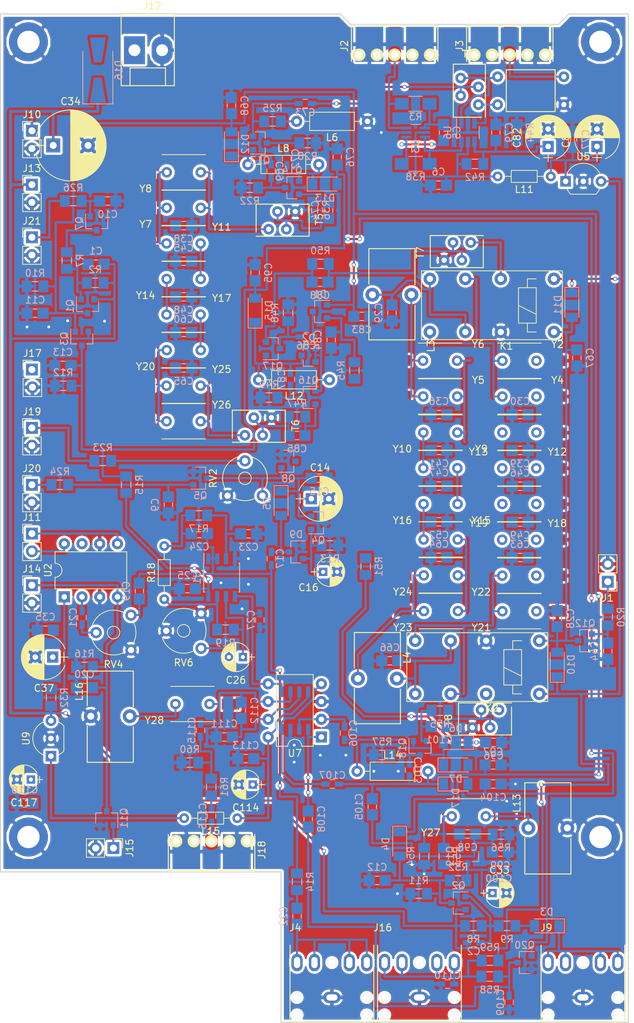
<source format=kicad_pcb>
(kicad_pcb (version 4) (host pcbnew 4.0.7-e2-6376~58~ubuntu14.04.1)
  (layers (0 F.Cu signal) (31 B.Cu signal) (34 B.Paste user) (35 F.Paste user) (36 B.SilkS user) (37 F.SilkS user) (38 B.Mask user) (39 F.Mask user) (44 Edge.Cuts user))
  (net 0 "")
  (net 1 "Net-(C1-Pad2)")
  (net 2 GND)
  (net 3 "Net-(C101-Pad2)")
  (net 4 "Net-(C116-Pad1)")
  (net 5 "Net-(C2-Pad2)")
  (net 6 "Net-(C22-Pad2)")
  (net 7 "Net-(C113-Pad1)")
  (net 8 "Net-(C115-Pad2)")
  (net 9 "Net-(C106-Pad2)")
  (net 10 "Net-(C108-Pad2)")
  (net 11 +12V)
  (net 12 TX)
  (net 13 CW_TONE)
  (net 14 RX)
  (net 15 "Net-(C14-Pad1)")
  (net 16 "Net-(C16-Pad1)")
  (net 17 "Net-(C17-Pad2)")
  (net 18 "Net-(C17-Pad1)")
  (net 19 "Net-(C19-Pad2)")
  (net 20 "Net-(C20-Pad1)")
  (net 21 "Net-(C21-Pad2)")
  (net 22 "Net-(C21-Pad1)")
  (net 23 "Net-(C23-Pad1)")
  (net 24 "Net-(C24-Pad1)")
  (net 25 "Net-(C25-Pad1)")
  (net 26 "Net-(C26-Pad2)")
  (net 27 "Net-(C26-Pad1)")
  (net 28 AUDIO)
  (net 29 "Net-(C28-Pad1)")
  (net 30 "Net-(C29-Pad1)")
  (net 31 "Net-(C30-Pad1)")
  (net 32 "Net-(C36-Pad1)")
  (net 33 "Net-(C38-Pad1)")
  (net 34 "Net-(C39-Pad1)")
  (net 35 "Net-(C41-Pad1)")
  (net 36 "Net-(C45-Pad1)")
  (net 37 "Net-(C46-Pad1)")
  (net 38 "Net-(C47-Pad1)")
  (net 39 "Net-(C48-Pad1)")
  (net 40 "Net-(C49-Pad1)")
  (net 41 "Net-(C52-Pad1)")
  (net 42 "Net-(C60-Pad1)")
  (net 43 "Net-(C63-Pad1)")
  (net 44 "Net-(C64-Pad1)")
  (net 45 "Net-(C65-Pad1)")
  (net 46 "Net-(C66-Pad1)")
  (net 47 "Net-(C69-Pad2)")
  (net 48 "Net-(C69-Pad1)")
  (net 49 "Net-(C72-Pad2)")
  (net 50 "Net-(C72-Pad1)")
  (net 51 "Net-(C73-Pad2)")
  (net 52 "Net-(C73-Pad1)")
  (net 53 "Net-(C74-Pad2)")
  (net 54 "Net-(C74-Pad1)")
  (net 55 "Net-(C77-Pad1)")
  (net 56 "Net-(C79-Pad1)")
  (net 57 "Net-(C84-Pad1)")
  (net 58 "Net-(C85-Pad2)")
  (net 59 "Net-(C85-Pad1)")
  (net 60 "Net-(C86-Pad2)")
  (net 61 "Net-(C86-Pad1)")
  (net 62 "Net-(C87-Pad2)")
  (net 63 "Net-(C87-Pad1)")
  (net 64 "Net-(C88-Pad2)")
  (net 65 "Net-(C88-Pad1)")
  (net 66 "Net-(C96-Pad1)")
  (net 67 "Net-(C98-Pad1)")
  (net 68 "Net-(C105-Pad2)")
  (net 69 "Net-(C100-Pad1)")
  (net 70 "Net-(C101-Pad1)")
  (net 71 "Net-(C103-Pad2)")
  (net 72 "Net-(C107-Pad2)")
  (net 73 "Net-(C108-Pad1)")
  (net 74 "Net-(C110-Pad1)")
  (net 75 "Net-(C111-Pad1)")
  (net 76 "Net-(C112-Pad2)")
  (net 77 "Net-(C117-Pad1)")
  (net 78 "Net-(D3-Pad2)")
  (net 79 "Net-(J11-Pad1)")
  (net 80 "Net-(J11-Pad2)")
  (net 81 "Net-(L3-Pad2)")
  (net 82 "Net-(L4-Pad1)")
  (net 83 "Net-(L6-Pad2)")
  (net 84 "Net-(L13-Pad2)")
  (net 85 "Net-(L16-Pad1)")
  (net 86 "Net-(R18-Pad1)")
  (net 87 "Net-(T1-Pad3)")
  (net 88 "Net-(T1-Pad4)")
  (net 89 QER11)
  (net 90 QER12)
  (net 91 QER21)
  (net 92 QER22)
  (net 93 "Net-(C5-Pad1)")
  (net 94 "Net-(C5-Pad2)")
  (net 95 VCC)
  (net 96 "Net-(R38-Pad2)")
  (net 97 BFO)
  (net 98 VFO)
  (net 99 BPF)
  (net 100 "Net-(C103-Pad1)")
  (net 101 "Net-(C106-Pad1)")
  (net 102 AGC_OFF)
  (net 103 S-metr)
  (net 104 "Net-(C44-Pad1)")
  (net 105 "Net-(C9-Pad1)")
  (net 106 "Net-(C10-Pad1)")
  (net 107 "Net-(Q7-Pad3)")
  (net 108 CW)
  (net 109 "Net-(D3-Pad1)")
  (net 110 TX_SYNT)
  (net 111 AGC)
  (net 112 "Net-(D16-Pad2)")
  (net 113 "Net-(C35-Pad1)")
  (net 114 "Net-(C22-Pad1)")
  (net 115 "Net-(J19-Pad1)")
  (net 116 "Net-(K2-Pad16)")
  (net 117 "Net-(K1-Pad1)")
  (module Diodes_SMD:D_MiniMELF (layer B.Cu) (at 100.01 43.39)
    (fp_text reference D13 (at 0 2) (layer B.SilkS) (effects (justify mirror)))
    (fp_text value LL4148)
    (pad 1 smd rect (at -1.75 0) (size 1.3 1.7) (layers B.Cu B.Paste B.Mask) (net 50 "Net-(C72-Pad1)"))
    (pad 2 smd rect (at 1.75 0) (size 1.3 1.7) (layers B.Cu B.Paste B.Mask) (net 14 RX))
  )
  (module raisin:RS-12 (layer F.Cu) (at 130.73 116.48 180)
    (fp_text reference K2 (at 6.82 -2.02 180) (layer F.SilkS))
    (fp_text value RS-12 hide)
    (pad 8 thru_hole circle (at 0 0 180) (size 1.8 1.8) (drill 0.9) (layers *.Cu *.Mask) (net 11 +12V))
    (pad 9 thru_hole circle (at 0 7.62 180) (size 1.8 1.8) (drill 0.9) (layers *.Cu *.Mask) (net 29 "Net-(C28-Pad1)"))
    (pad 3 thru_hole circle (at 12.7 0 180) (size 1.8 1.8) (drill 0.9) (layers *.Cu *.Mask) (net 116 "Net-(K2-Pad16)"))
    (pad 16 thru_hole circle (at 17.78 7.62 180) (size 1.8 1.8) (drill 0.9) (layers *.Cu *.Mask) (net 116 "Net-(K2-Pad16)"))
    (pad 12 thru_hole circle (at 7.62 7.62 180) (size 1.8 1.8) (drill 0.9) (layers *.Cu *.Mask) (net 2 GND))
    (pad 5 thru_hole circle (at 7.62 0 180) (size 1.8 1.8) (drill 0.9) (layers *.Cu *.Mask) (net 92 QER22))
    (pad 14 thru_hole circle (at 12.7 7.62 180) (size 1.8 1.8) (drill 0.9) (layers *.Cu *.Mask) (net 46 "Net-(C66-Pad1)"))
    (pad 1 thru_hole circle (at 17.78 0 180) (size 1.8 1.8) (drill 0.9) (layers *.Cu *.Mask) (net 46 "Net-(C66-Pad1)"))
  )
  (module raisin:RS-12 (layer F.Cu) (at 132.83 64.6 180)
    (fp_text reference K1 (at 6.82 -2.02 180) (layer F.SilkS))
    (fp_text value RS-12 hide)
    (pad 8 thru_hole circle (at 0 0 180) (size 1.8 1.8) (drill 0.9) (layers *.Cu *.Mask) (net 29 "Net-(C28-Pad1)"))
    (pad 9 thru_hole circle (at 0 7.62 180) (size 1.8 1.8) (drill 0.9) (layers *.Cu *.Mask) (net 11 +12V))
    (pad 3 thru_hole circle (at 12.7 0 180) (size 1.8 1.8) (drill 0.9) (layers *.Cu *.Mask) (net 30 "Net-(C29-Pad1)"))
    (pad 16 thru_hole circle (at 17.78 7.62 180) (size 1.8 1.8) (drill 0.9) (layers *.Cu *.Mask) (net 30 "Net-(C29-Pad1)"))
    (pad 12 thru_hole circle (at 7.62 7.62 180) (size 1.8 1.8) (drill 0.9) (layers *.Cu *.Mask) (net 91 QER21))
    (pad 5 thru_hole circle (at 7.62 0 180) (size 1.8 1.8) (drill 0.9) (layers *.Cu *.Mask) (net 2 GND))
    (pad 14 thru_hole circle (at 12.7 7.62 180) (size 1.8 1.8) (drill 0.9) (layers *.Cu *.Mask) (net 117 "Net-(K1-Pad1)"))
    (pad 1 thru_hole circle (at 17.78 0 180) (size 1.8 1.8) (drill 0.9) (layers *.Cu *.Mask) (net 117 "Net-(K1-Pad1)"))
  )
  (module raisin:Crystal_HC49-U_Vertical (layer F.Cu) (at 82.2 67.2 180)
    (fp_text reference Y20 (at 7.9 -2.35 180) (layer F.SilkS))
    (fp_text value Crystal_GND23_Small hide)
    (pad 1 thru_hole circle (at 0 0 180) (size 1.5 1.5) (drill 0.8) (layers *.Cu *.Mask) (net 42 "Net-(C60-Pad1)"))
    (pad 2 thru_hole circle (at 4.88 0 180) (size 1.5 1.5) (drill 0.8) (layers *.Cu *.Mask) (net 45 "Net-(C65-Pad1)"))
    (pad 3 smd rect (at 7.88 0 180) (size 2.5 1.524) (layers F.Cu F.Paste F.Mask) (net 2 GND))
    (pad 4 smd rect (at -3 -0.03 180) (size 2.5 1.524) (layers F.Cu F.Paste F.Mask) (net 2 GND))
  )
  (module Capacitors_ThroughHole:CP_Radial_D10.0mm_P5.00mm (layer F.Cu) (at 61.05 37.85)
    (fp_text reference C34 (at 2.5 -6.31) (layer F.SilkS))
    (fp_text value 330uF)
    (pad 1 thru_hole rect (at 0 0) (size 2 2) (drill 1) (layers *.Cu *.Mask) (net 11 +12V))
    (pad 2 thru_hole circle (at 5 0) (size 2 2) (drill 1) (layers *.Cu *.Mask) (net 2 GND))
  )
  (module raisin:C_1206_0603 (layer B.Cu) (at 105.29 62.36)
    (fp_text reference C83 (at 0 1.9) (layer B.SilkS) (effects (justify mirror)))
    (fp_text value 100nF)
    (pad 2 smd rect (at 1.15 0) (size 1.6 1.6) (layers B.Cu B.Paste B.Mask) (net 2 GND))
    (pad 1 smd rect (at -1.15 0) (size 1.6 1.6) (layers B.Cu B.Paste B.Mask) (net 12 TX))
  )
  (module raisin:TF14 (layer F.Cu) (at 122 32 90)
    (fp_text reference T2 (at 7.25 -1.45 360) (layer F.SilkS))
    (fp_text value Transformer hide)
    (pad 1 thru_hole circle (at 0 0 90) (size 1.524 1.524) (drill 0.762) (layers *.Cu *.Mask) (net 88 "Net-(T1-Pad4)"))
    (pad 2 thru_hole circle (at 1.27 -2.54 90) (size 1.524 1.524) (drill 0.762) (layers *.Cu *.Mask) (net 51 "Net-(C73-Pad2)"))
    (pad 3 thru_hole circle (at 2.54 0 90) (size 1.524 1.524) (drill 0.762) (layers *.Cu *.Mask) (net 51 "Net-(C73-Pad2)"))
    (pad 4 thru_hole circle (at 3.81 -2.54 90) (size 1.524 1.524) (drill 0.762) (layers *.Cu *.Mask) (net 87 "Net-(T1-Pad3)"))
  )
  (module Mounting_Holes:MountingHole_3.2mm_M3_DIN965_Pad (layer F.Cu) (at 139.5 23)
    (fp_text reference J5 hide)
    (fp_text value Conn_01x01 hide)
    (pad 1 thru_hole circle (at 0 0) (size 5.6 5.6) (drill 3.2) (layers *.Cu *.Mask) (net 2 GND))
  )
  (module Mounting_Holes:MountingHole_3.2mm_M3_DIN965_Pad (layer F.Cu) (at 139.5 137)
    (fp_text reference J6 hide)
    (fp_text value Conn_01x01 hide)
    (pad 1 thru_hole circle (at 0 0) (size 5.6 5.6) (drill 3.2) (layers *.Cu *.Mask) (net 2 GND))
  )
  (module Mounting_Holes:MountingHole_3.2mm_M3_DIN965_Pad (layer F.Cu) (at 57.5 137)
    (fp_text reference J7 hide)
    (fp_text value Conn_01x01 hide)
    (pad 1 thru_hole circle (at 0 0) (size 5.6 5.6) (drill 3.2) (layers *.Cu *.Mask) (net 2 GND))
  )
  (module Mounting_Holes:MountingHole_3.2mm_M3_DIN965_Pad (layer F.Cu) (at 57.5 23)
    (fp_text reference J8 hide)
    (fp_text value Conn_01x01 hide)
    (pad 1 thru_hole circle (at 0 0) (size 5.6 5.6) (drill 3.2) (layers *.Cu *.Mask) (net 2 GND))
  )
  (module Capacitors_SMD:C_0603_HandSoldering (layer B.Cu) (at 117.59 158.08 180)
    (fp_text reference C110 (at 0 1.25 180) (layer B.SilkS) (effects (justify mirror)))
    (fp_text value 10nF)
    (pad 1 smd rect (at -0.95 0 180) (size 1.2 0.75) (layers B.Cu B.Paste B.Mask) (net 74 "Net-(C110-Pad1)"))
    (pad 2 smd rect (at 0.95 0 180) (size 1.2 0.75) (layers B.Cu B.Paste B.Mask) (net 2 GND))
  )
  (module raisin:C_1206_0603 (layer B.Cu) (at 88.01 118.86 90)
    (fp_text reference C112 (at 0 1.9 90) (layer B.SilkS) (effects (justify mirror)))
    (fp_text value 22pF)
    (pad 2 smd rect (at 1.15 0 90) (size 1.6 1.6) (layers B.Cu B.Paste B.Mask) (net 76 "Net-(C112-Pad2)"))
    (pad 1 smd rect (at -1.15 0 90) (size 1.6 1.6) (layers B.Cu B.Paste B.Mask) (net 75 "Net-(C111-Pad1)"))
  )
  (module Pin_Headers:Pin_Header_Straight_1x02_Pitch2.54mm (layer F.Cu) (at 58 93.5)
    (fp_text reference J11 (at 0 -2.33) (layer F.SilkS))
    (fp_text value Speaker)
    (pad 1 thru_hole rect (at 0 0) (size 1.7 1.7) (drill 1) (layers *.Cu *.Mask) (net 79 "Net-(J11-Pad1)"))
    (pad 2 thru_hole oval (at 0 2.54) (size 1.7 1.7) (drill 1) (layers *.Cu *.Mask) (net 80 "Net-(J11-Pad2)"))
  )
  (module Pin_Headers:Pin_Header_Straight_1x02_Pitch2.54mm (layer F.Cu) (at 69.68 138.58 270)
    (fp_text reference J15 (at 0 -2.33 270) (layer F.SilkS))
    (fp_text value TX)
    (pad 1 thru_hole rect (at 0 0 270) (size 1.7 1.7) (drill 1) (layers *.Cu *.Mask) (net 12 TX))
    (pad 2 thru_hole oval (at 0 2.54 270) (size 1.7 1.7) (drill 1) (layers *.Cu *.Mask) (net 2 GND))
  )
  (module raisin:R_1206_0603 (layer B.Cu) (at 67.075 57.55 180)
    (fp_text reference R2 (at 0 1.9 180) (layer B.SilkS) (effects (justify mirror)))
    (fp_text value 2.7k hide)
    (pad 1 smd rect (at -1.2 0 90) (size 1.7 1.4) (layers B.Cu B.Paste B.Mask) (net 11 +12V))
    (pad 2 smd rect (at 1.2 0 180) (size 1.4 1.7) (layers B.Cu B.Paste B.Mask) (net 1 "Net-(C1-Pad2)"))
  )
  (module raisin:R_1206_0603 (layer B.Cu) (at 63 54.35 90)
    (fp_text reference R7 (at 0 1.9 90) (layer B.SilkS) (effects (justify mirror)))
    (fp_text value 2.7k hide)
    (pad 1 smd rect (at -1.2 0) (size 1.7 1.4) (layers B.Cu B.Paste B.Mask) (net 1 "Net-(C1-Pad2)"))
    (pad 2 smd rect (at 1.2 0 90) (size 1.4 1.7) (layers B.Cu B.Paste B.Mask) (net 107 "Net-(Q7-Pad3)"))
  )
  (module raisin:R_1206_0603 (layer B.Cu) (at 121.29 149.74)
    (fp_text reference R8 (at 0 1.9) (layer B.SilkS) (effects (justify mirror)))
    (fp_text value 2.7k hide)
    (pad 1 smd rect (at -1.2 0 270) (size 1.7 1.4) (layers B.Cu B.Paste B.Mask) (net 11 +12V))
    (pad 2 smd rect (at 1.2 0) (size 1.4 1.7) (layers B.Cu B.Paste B.Mask) (net 5 "Net-(C2-Pad2)"))
  )
  (module raisin:R_1206_0603 (layer B.Cu) (at 126.09 149.74)
    (fp_text reference R9 (at 0 1.9) (layer B.SilkS) (effects (justify mirror)))
    (fp_text value 2.7k hide)
    (pad 1 smd rect (at -1.2 0 270) (size 1.7 1.4) (layers B.Cu B.Paste B.Mask) (net 5 "Net-(C2-Pad2)"))
    (pad 2 smd rect (at 1.2 0) (size 1.4 1.7) (layers B.Cu B.Paste B.Mask) (net 78 "Net-(D3-Pad2)"))
  )
  (module raisin:R_1206_0603 (layer B.Cu) (at 65.53 112.62 180)
    (fp_text reference R16 (at 0 1.9 180) (layer B.SilkS) (effects (justify mirror)))
    (fp_text value 150k* hide)
    (pad 1 smd rect (at -1.2 0 90) (size 1.7 1.4) (layers B.Cu B.Paste B.Mask) (net 20 "Net-(C20-Pad1)"))
    (pad 2 smd rect (at 1.2 0 180) (size 1.4 1.7) (layers B.Cu B.Paste B.Mask) (net 2 GND))
  )
  (module raisin:R_1206_0603 (layer B.Cu) (at 81.92 90.89)
    (fp_text reference R17 (at 0 1.9) (layer B.SilkS) (effects (justify mirror)))
    (fp_text value 15k hide)
    (pad 1 smd rect (at -1.2 0 270) (size 1.7 1.4) (layers B.Cu B.Paste B.Mask) (net 24 "Net-(C24-Pad1)"))
    (pad 2 smd rect (at 1.2 0) (size 1.4 1.7) (layers B.Cu B.Paste B.Mask) (net 23 "Net-(C23-Pad1)"))
  )
  (module raisin:R_1206_0603 (layer B.Cu) (at 85.76 107.27)
    (fp_text reference R19 (at 0 1.9) (layer B.SilkS) (effects (justify mirror)))
    (fp_text value 15k hide)
    (pad 1 smd rect (at -1.2 0 270) (size 1.7 1.4) (layers B.Cu B.Paste B.Mask) (net 86 "Net-(R18-Pad1)"))
    (pad 2 smd rect (at 1.2 0) (size 1.4 1.7) (layers B.Cu B.Paste B.Mask) (net 27 "Net-(C26-Pad1)"))
  )
  (module raisin:R_1206_0603 (layer B.Cu) (at 92.49 34.4 180)
    (fp_text reference R25 (at 0 1.9 180) (layer B.SilkS) (effects (justify mirror)))
    (fp_text value 30 hide)
    (pad 1 smd rect (at -1.2 0 90) (size 1.7 1.4) (layers B.Cu B.Paste B.Mask) (net 83 "Net-(L6-Pad2)"))
    (pad 2 smd rect (at 1.2 0 180) (size 1.4 1.7) (layers B.Cu B.Paste B.Mask) (net 52 "Net-(C73-Pad1)"))
  )
  (module raisin:R_1206_0603 (layer B.Cu) (at 98.29 47.1 90)
    (fp_text reference R36 (at 0 1.9 90) (layer B.SilkS) (effects (justify mirror)))
    (fp_text value 30 hide)
    (pad 1 smd rect (at -1.2 0) (size 1.7 1.4) (layers B.Cu B.Paste B.Mask) (net 53 "Net-(C74-Pad2)"))
    (pad 2 smd rect (at 1.2 0 90) (size 1.4 1.7) (layers B.Cu B.Paste B.Mask) (net 54 "Net-(C74-Pad1)"))
  )
  (module raisin:R_1206_0603 (layer B.Cu) (at 121.5 40.5)
    (fp_text reference R42 (at 0 1.9) (layer B.SilkS) (effects (justify mirror)))
    (fp_text value 3,3k hide)
    (pad 1 smd rect (at -1.2 0 270) (size 1.7 1.4) (layers B.Cu B.Paste B.Mask) (net 95 VCC))
    (pad 2 smd rect (at 1.2 0) (size 1.4 1.7) (layers B.Cu B.Paste B.Mask) (net 56 "Net-(C79-Pad1)"))
  )
  (module raisin:R_1206_0603 (layer B.Cu) (at 127.5 36 90)
    (fp_text reference R44 (at 0 1.9 90) (layer B.SilkS) (effects (justify mirror)))
    (fp_text value 3,3k hide)
    (pad 1 smd rect (at -1.2 0) (size 1.7 1.4) (layers B.Cu B.Paste B.Mask) (net 56 "Net-(C79-Pad1)"))
    (pad 2 smd rect (at 1.2 0 90) (size 1.4 1.7) (layers B.Cu B.Paste B.Mask) (net 2 GND))
  )
  (module raisin:R_1206_0603 (layer B.Cu) (at 96 76.73 180)
    (fp_text reference R47 (at 0 1.9 180) (layer B.SilkS) (effects (justify mirror)))
    (fp_text value 30 hide)
    (pad 1 smd rect (at -1.2 0 90) (size 1.7 1.4) (layers B.Cu B.Paste B.Mask) (net 58 "Net-(C85-Pad2)"))
    (pad 2 smd rect (at 1.2 0 180) (size 1.4 1.7) (layers B.Cu B.Paste B.Mask) (net 59 "Net-(C85-Pad1)"))
  )
  (module raisin:R_1206_0603 (layer B.Cu) (at 99.36 54.83 180)
    (fp_text reference R50 (at 0 1.9 180) (layer B.SilkS) (effects (justify mirror)))
    (fp_text value 30 hide)
    (pad 1 smd rect (at -1.2 0 90) (size 1.7 1.4) (layers B.Cu B.Paste B.Mask) (net 64 "Net-(C88-Pad2)"))
    (pad 2 smd rect (at 1.2 0 180) (size 1.4 1.7) (layers B.Cu B.Paste B.Mask) (net 65 "Net-(C88-Pad1)"))
  )
  (module raisin:R_1206_0603 (layer B.Cu) (at 116.49 118.89)
    (fp_text reference R55 (at 0 1.9) (layer B.SilkS) (effects (justify mirror)))
    (fp_text value 30 hide)
    (pad 1 smd rect (at -1.2 0 270) (size 1.7 1.4) (layers B.Cu B.Paste B.Mask) (net 70 "Net-(C101-Pad1)"))
    (pad 2 smd rect (at 1.2 0) (size 1.4 1.7) (layers B.Cu B.Paste B.Mask) (net 3 "Net-(C101-Pad2)"))
  )
  (module raisin:R_1206_0603 (layer B.Cu) (at 123.66 154.72 180)
    (fp_text reference R59 (at 0 1.9 180) (layer B.SilkS) (effects (justify mirror)))
    (fp_text value 15k hide)
    (pad 1 smd rect (at -1.2 0 90) (size 1.7 1.4) (layers B.Cu B.Paste B.Mask) (net 11 +12V))
    (pad 2 smd rect (at 1.2 0 180) (size 1.4 1.7) (layers B.Cu B.Paste B.Mask) (net 74 "Net-(C110-Pad1)"))
  )
  (module raisin:TF14 (layer F.Cu) (at 88.53 79.41)
    (fp_text reference T6 (at 7.25 -1.45 270) (layer F.SilkS))
    (fp_text value Transformer hide)
    (pad 1 thru_hole circle (at 0 0) (size 1.524 1.524) (drill 0.762) (layers *.Cu *.Mask) (net 90 QER12))
    (pad 2 thru_hole circle (at 1.27 -2.54) (size 1.524 1.524) (drill 0.762) (layers *.Cu *.Mask) (net 59 "Net-(C85-Pad1)"))
    (pad 3 thru_hole circle (at 2.54 0) (size 1.524 1.524) (drill 0.762) (layers *.Cu *.Mask) (net 59 "Net-(C85-Pad1)"))
    (pad 4 thru_hole circle (at 3.81 -2.54) (size 1.524 1.524) (drill 0.762) (layers *.Cu *.Mask) (net 2 GND))
  )
  (module raisin:TF14 (layer F.Cu) (at 120.9 51.77 180)
    (fp_text reference T7 (at 7.25 -1.45 450) (layer F.SilkS))
    (fp_text value Transformer hide)
    (pad 1 thru_hole circle (at 0 0 180) (size 1.524 1.524) (drill 0.762) (layers *.Cu *.Mask) (net 91 QER21))
    (pad 2 thru_hole circle (at 1.27 -2.54 180) (size 1.524 1.524) (drill 0.762) (layers *.Cu *.Mask) (net 64 "Net-(C88-Pad2)"))
    (pad 3 thru_hole circle (at 2.54 0 180) (size 1.524 1.524) (drill 0.762) (layers *.Cu *.Mask) (net 64 "Net-(C88-Pad2)"))
    (pad 4 thru_hole circle (at 3.81 -2.54 180) (size 1.524 1.524) (drill 0.762) (layers *.Cu *.Mask) (net 2 GND))
  )
  (module raisin:TF14 (layer F.Cu) (at 124.95 118.77 180)
    (fp_text reference T8 (at 7.25 -1.45 450) (layer F.SilkS))
    (fp_text value Transformer hide)
    (pad 1 thru_hole circle (at 0 0 180) (size 1.524 1.524) (drill 0.762) (layers *.Cu *.Mask) (net 92 QER22))
    (pad 2 thru_hole circle (at 1.27 -2.54 180) (size 1.524 1.524) (drill 0.762) (layers *.Cu *.Mask) (net 3 "Net-(C101-Pad2)"))
    (pad 3 thru_hole circle (at 2.54 0 180) (size 1.524 1.524) (drill 0.762) (layers *.Cu *.Mask) (net 3 "Net-(C101-Pad2)"))
    (pad 4 thru_hole circle (at 3.81 -2.54 180) (size 1.524 1.524) (drill 0.762) (layers *.Cu *.Mask) (net 2 GND))
  )
  (module raisin:DIP-8_SOIC-8_W7.62mm (layer F.Cu) (at 99.49 122.66 180)
    (fp_text reference U7 (at 3.81 -2.33 180) (layer F.SilkS))
    (fp_text value SA612A)
    (pad 1 thru_hole rect (at 0 0 180) (size 1.6 1.6) (drill 0.8) (layers *.Cu *.Mask) (net 10 "Net-(C108-Pad2)"))
    (pad 5 thru_hole oval (at 7.62 7.62 180) (size 1.6 1.6) (drill 0.8) (layers *.Cu *.Mask) (net 28 AUDIO))
    (pad 2 thru_hole oval (at 0 2.54 180) (size 1.6 1.6) (drill 0.8) (layers *.Cu *.Mask) (net 9 "Net-(C106-Pad2)"))
    (pad 6 thru_hole oval (at 7.62 5.08 180) (size 1.6 1.6) (drill 0.8) (layers *.Cu *.Mask) (net 76 "Net-(C112-Pad2)"))
    (pad 3 thru_hole oval (at 0 5.08 180) (size 1.6 1.6) (drill 0.8) (layers *.Cu *.Mask) (net 2 GND))
    (pad 7 thru_hole oval (at 7.62 2.54 180) (size 1.6 1.6) (drill 0.8) (layers *.Cu *.Mask) (net 75 "Net-(C111-Pad1)"))
    (pad 4 thru_hole oval (at 0 7.62 180) (size 1.6 1.6) (drill 0.8) (layers *.Cu *.Mask) (net 72 "Net-(C107-Pad2)"))
    (pad 8 thru_hole oval (at 7.62 0 180) (size 1.6 1.6) (drill 0.8) (layers *.Cu *.Mask) (net 7 "Net-(C113-Pad1)"))
    (pad 1 smd rect (at 1.895 1.1 180) (size 0.6 1.55) (layers B.Cu F.Paste F.Mask) (net 10 "Net-(C108-Pad2)"))
    (pad 2 smd rect (at 3.165 1.1 180) (size 0.6 1.55) (layers B.Cu F.Paste F.Mask) (net 9 "Net-(C106-Pad2)"))
    (pad 3 smd rect (at 4.435 1.1 180) (size 0.6 1.55) (layers B.Cu F.Paste F.Mask) (net 2 GND))
    (pad 4 smd rect (at 5.705 1.1 180) (size 0.6 1.55) (layers B.Cu F.Paste F.Mask) (net 72 "Net-(C107-Pad2)"))
    (pad 5 smd rect (at 5.705 6.5 180) (size 0.6 1.55) (layers B.Cu F.Paste F.Mask) (net 28 AUDIO))
    (pad 6 smd rect (at 4.435 6.5 180) (size 0.6 1.55) (layers B.Cu F.Paste F.Mask) (net 76 "Net-(C112-Pad2)"))
    (pad 7 smd rect (at 3.165 6.5 180) (size 0.6 1.55) (layers B.Cu F.Paste F.Mask) (net 75 "Net-(C111-Pad1)"))
    (pad 8 smd rect (at 1.895 6.5 180) (size 0.6 1.55) (layers B.Cu F.Paste F.Mask) (net 7 "Net-(C113-Pad1)"))
  )
  (module raisin:Crystal_HC49-U_Vertical (layer F.Cu) (at 82.2 46.8 180)
    (fp_text reference Y7 (at 7.9 -2.35 180) (layer F.SilkS))
    (fp_text value Crystal_GND23_Small hide)
    (pad 1 thru_hole circle (at 0 0 180) (size 1.5 1.5) (drill 0.8) (layers *.Cu *.Mask) (net 89 QER11))
    (pad 2 thru_hole circle (at 4.88 0 180) (size 1.5 1.5) (drill 0.8) (layers *.Cu *.Mask) (net 33 "Net-(C38-Pad1)"))
    (pad 3 smd rect (at 7.88 0 180) (size 2.5 1.524) (layers F.Cu F.Paste F.Mask) (net 2 GND))
    (pad 4 smd rect (at -3 -0.03 180) (size 2.5 1.524) (layers F.Cu F.Paste F.Mask) (net 2 GND))
  )
  (module raisin:Crystal_HC49-U_Vertical (layer F.Cu) (at 82.2 41.7 180)
    (fp_text reference Y8 (at 7.9 -2.35 180) (layer F.SilkS))
    (fp_text value Crystal_GND23_Small hide)
    (pad 1 thru_hole circle (at 0 0 180) (size 1.5 1.5) (drill 0.8) (layers *.Cu *.Mask) (net 89 QER11))
    (pad 2 thru_hole circle (at 4.88 0 180) (size 1.5 1.5) (drill 0.8) (layers *.Cu *.Mask) (net 33 "Net-(C38-Pad1)"))
    (pad 3 smd rect (at 7.88 0 180) (size 2.5 1.524) (layers F.Cu F.Paste F.Mask) (net 2 GND))
    (pad 4 smd rect (at -3 -0.03 180) (size 2.5 1.524) (layers F.Cu F.Paste F.Mask) (net 2 GND))
  )
  (module raisin:Crystal_HC49-U_Vertical (layer F.Cu) (at 77.3 51.9)
    (fp_text reference Y11 (at 7.9 -2.35) (layer F.SilkS))
    (fp_text value Crystal_GND23_Small hide)
    (pad 1 thru_hole circle (at 0 0) (size 1.5 1.5) (drill 0.8) (layers *.Cu *.Mask) (net 33 "Net-(C38-Pad1)"))
    (pad 2 thru_hole circle (at 4.88 0) (size 1.5 1.5) (drill 0.8) (layers *.Cu *.Mask) (net 36 "Net-(C45-Pad1)"))
    (pad 3 smd rect (at 7.88 0) (size 2.5 1.524) (layers F.Cu F.Paste F.Mask) (net 2 GND))
    (pad 4 smd rect (at -3 -0.03) (size 2.5 1.524) (layers F.Cu F.Paste F.Mask) (net 2 GND))
  )
  (module raisin:Crystal_HC49-U_Vertical (layer F.Cu) (at 82.2 57 180)
    (fp_text reference Y14 (at 7.9 -2.35 180) (layer F.SilkS))
    (fp_text value Crystal_GND23_Small hide)
    (pad 1 thru_hole circle (at 0 0 180) (size 1.5 1.5) (drill 0.8) (layers *.Cu *.Mask) (net 36 "Net-(C45-Pad1)"))
    (pad 2 thru_hole circle (at 4.88 0 180) (size 1.5 1.5) (drill 0.8) (layers *.Cu *.Mask) (net 39 "Net-(C48-Pad1)"))
    (pad 3 smd rect (at 7.88 0 180) (size 2.5 1.524) (layers F.Cu F.Paste F.Mask) (net 2 GND))
    (pad 4 smd rect (at -3 -0.03 180) (size 2.5 1.524) (layers F.Cu F.Paste F.Mask) (net 2 GND))
  )
  (module raisin:Crystal_HC49-U_Vertical (layer F.Cu) (at 77.3 62.1)
    (fp_text reference Y17 (at 7.9 -2.35) (layer F.SilkS))
    (fp_text value Crystal_GND23_Small hide)
    (pad 1 thru_hole circle (at 0 0) (size 1.5 1.5) (drill 0.8) (layers *.Cu *.Mask) (net 39 "Net-(C48-Pad1)"))
    (pad 2 thru_hole circle (at 4.88 0) (size 1.5 1.5) (drill 0.8) (layers *.Cu *.Mask) (net 42 "Net-(C60-Pad1)"))
    (pad 3 smd rect (at 7.88 0) (size 2.5 1.524) (layers F.Cu F.Paste F.Mask) (net 2 GND))
    (pad 4 smd rect (at -3 -0.03) (size 2.5 1.524) (layers F.Cu F.Paste F.Mask) (net 2 GND))
  )
  (module raisin:Crystal_HC49-U_Vertical (layer F.Cu) (at 77.3 72.3)
    (fp_text reference Y25 (at 7.9 -2.35) (layer F.SilkS))
    (fp_text value Crystal_GND23_Small hide)
    (pad 1 thru_hole circle (at 0 0) (size 1.5 1.5) (drill 0.8) (layers *.Cu *.Mask) (net 45 "Net-(C65-Pad1)"))
    (pad 2 thru_hole circle (at 4.88 0) (size 1.5 1.5) (drill 0.8) (layers *.Cu *.Mask) (net 90 QER12))
    (pad 3 smd rect (at 7.88 0) (size 2.5 1.524) (layers F.Cu F.Paste F.Mask) (net 2 GND))
    (pad 4 smd rect (at -3 -0.03) (size 2.5 1.524) (layers F.Cu F.Paste F.Mask) (net 2 GND))
  )
  (module raisin:Crystal_HC49-U_Vertical (layer F.Cu) (at 77.3 77.4)
    (fp_text reference Y26 (at 7.9 -2.35) (layer F.SilkS))
    (fp_text value Crystal_GND23_Small hide)
    (pad 1 thru_hole circle (at 0 0) (size 1.5 1.5) (drill 0.8) (layers *.Cu *.Mask) (net 45 "Net-(C65-Pad1)"))
    (pad 2 thru_hole circle (at 4.88 0) (size 1.5 1.5) (drill 0.8) (layers *.Cu *.Mask) (net 90 QER12))
    (pad 3 smd rect (at 7.88 0) (size 2.5 1.524) (layers F.Cu F.Paste F.Mask) (net 2 GND))
    (pad 4 smd rect (at -3 -0.03) (size 2.5 1.524) (layers F.Cu F.Paste F.Mask) (net 2 GND))
  )
  (module Capacitors_SMD:C_0603_HandSoldering (layer B.Cu) (at 97.18 31.85)
    (fp_text reference C73 (at 0 1.25) (layer B.SilkS) (effects (justify mirror)))
    (fp_text value 10nF)
    (pad 1 smd rect (at -0.95 0) (size 1.2 0.75) (layers B.Cu B.Paste B.Mask) (net 52 "Net-(C73-Pad1)"))
    (pad 2 smd rect (at 0.95 0) (size 1.2 0.75) (layers B.Cu B.Paste B.Mask) (net 51 "Net-(C73-Pad2)"))
  )
  (module raisin:audio_jack_3_5mm_PJ307 (layer F.Cu) (at 101 160 180)
    (fp_text reference J4 (at 5.25 10 180) (layer F.SilkS))
    (fp_text value "Line OUT" hide)
    (pad 3 thru_hole oval (at 0 0 180) (size 2.5 1.6) (drill oval 1.6 0.9) (layers *.Cu *.Mask) (net 2 GND))
    (pad 6 thru_hole oval (at 0 5 180) (size 1.2 1.2) (drill oval 1.2) (layers *.Cu *.Mask))
    (pad 5 thru_hole oval (at 5 5 180) (size 1.6 2.5) (drill oval 0.9 1.6) (layers *.Cu *.Mask) (net 6 "Net-(C22-Pad2)"))
    (pad 2 thru_hole oval (at 2.5 5 180) (size 1.6 2.5) (drill oval 0.9 1.6) (layers *.Cu *.Mask) (net 6 "Net-(C22-Pad2)"))
    (pad 4 thru_hole oval (at -2.5 5 180) (size 1.6 2.5) (drill oval 0.9 1.6) (layers *.Cu *.Mask) (net 6 "Net-(C22-Pad2)"))
    (pad 1 thru_hole oval (at -5 5 180) (size 1.6 2.5) (drill oval 0.9 1.6) (layers *.Cu *.Mask) (net 6 "Net-(C22-Pad2)"))
    (pad 7 thru_hole oval (at 5 0 180) (size 1.2 1.2) (drill oval 1.2) (layers *.Cu *.Mask))
    (pad 8 thru_hole oval (at -5 0 180) (size 1.2 1.2) (drill oval 1.2) (layers *.Cu *.Mask))
    (pad 9 thru_hole oval (at 5 -2.5 180) (size 1.2 1.2) (drill oval 1.2) (layers *.Cu *.Mask))
    (pad 10 thru_hole oval (at -5 -2.5 180) (size 1.2 1.2) (drill oval 1.2) (layers *.Cu *.Mask))
  )
  (module Resistors_ThroughHole:R_Axial_DIN0204_L3.6mm_D1.6mm_P7.62mm_Horizontal (layer F.Cu) (at 132.38 42.29 180)
    (fp_text reference L11 (at 3.81 -1.86 180) (layer F.SilkS))
    (fp_text value 47uH)
    (pad 1 thru_hole circle (at 0 0 180) (size 1.4 1.4) (drill 0.7) (layers *.Cu *.Mask) (net 55 "Net-(C77-Pad1)"))
    (pad 2 thru_hole oval (at 7.62 0 180) (size 1.4 1.4) (drill 0.7) (layers *.Cu *.Mask) (net 95 VCC))
  )
  (module raisin:C_1206_0603 (layer B.Cu) (at 117 36 90)
    (fp_text reference C5 (at 0 1.9 90) (layer B.SilkS) (effects (justify mirror)))
    (fp_text value 100nF)
    (pad 2 smd rect (at 1.15 0 90) (size 1.6 1.6) (layers B.Cu B.Paste B.Mask) (net 94 "Net-(C5-Pad2)"))
    (pad 1 smd rect (at -1.15 0 90) (size 1.6 1.6) (layers B.Cu B.Paste B.Mask) (net 93 "Net-(C5-Pad1)"))
  )
  (module raisin:C_1206_0603 (layer B.Cu) (at 116.28 43.54 180)
    (fp_text reference C6 (at 0 1.9 180) (layer B.SilkS) (effects (justify mirror)))
    (fp_text value 100nF)
    (pad 2 smd rect (at 1.15 0 180) (size 1.6 1.6) (layers B.Cu B.Paste B.Mask) (net 2 GND))
    (pad 1 smd rect (at -1.15 0 180) (size 1.6 1.6) (layers B.Cu B.Paste B.Mask) (net 95 VCC))
  )
  (module raisin:C_1206_0603 (layer B.Cu) (at 89.06 93.53)
    (fp_text reference C23 (at 0 1.9) (layer B.SilkS) (effects (justify mirror)))
    (fp_text value 4n7)
    (pad 2 smd rect (at 1.15 0) (size 1.6 1.6) (layers B.Cu B.Paste B.Mask) (net 2 GND))
    (pad 1 smd rect (at -1.15 0) (size 1.6 1.6) (layers B.Cu B.Paste B.Mask) (net 23 "Net-(C23-Pad1)"))
  )
  (module Capacitors_ThroughHole:CP_Radial_D4.0mm_P2.00mm (layer F.Cu) (at 57.85 128.76 180)
    (fp_text reference C117 (at 1 -3.31 180) (layer F.SilkS))
    (fp_text value 10uF)
    (pad 1 thru_hole rect (at 0 0 180) (size 1.2 1.2) (drill 0.6) (layers *.Cu *.Mask) (net 77 "Net-(C117-Pad1)"))
    (pad 2 thru_hole circle (at 2 0 180) (size 1.2 1.2) (drill 0.6) (layers *.Cu *.Mask) (net 2 GND))
  )
  (module TO_SOT_Packages_SMD:SOT-363_SC-70-6_Handsoldering (layer B.Cu) (at 113 36)
    (fp_text reference U3 (at 0 2 90) (layer B.SilkS) (effects (justify mirror)))
    (fp_text value NC7WZ04)
    (pad 1 smd rect (at -1.33 0.65) (size 1.5 0.4) (layers B.Cu B.Paste B.Mask) (net 93 "Net-(C5-Pad1)"))
    (pad 2 smd rect (at -1.33 0) (size 1.5 0.4) (layers B.Cu B.Paste B.Mask) (net 2 GND))
    (pad 3 smd rect (at -1.33 -0.65) (size 1.5 0.4) (layers B.Cu B.Paste B.Mask) (net 98 VFO))
    (pad 4 smd rect (at 1.33 -0.65) (size 1.5 0.4) (layers B.Cu B.Paste B.Mask) (net 94 "Net-(C5-Pad2)"))
    (pad 5 smd rect (at 1.33 0) (size 1.5 0.4) (layers B.Cu B.Paste B.Mask) (net 95 VCC))
    (pad 6 smd rect (at 1.33 0.65) (size 1.5 0.4) (layers B.Cu B.Paste B.Mask) (net 96 "Net-(R38-Pad2)"))
  )
  (module raisin:C_1206_0603 (layer B.Cu) (at 82 93.49)
    (fp_text reference C24 (at 0 1.9) (layer B.SilkS) (effects (justify mirror)))
    (fp_text value 47n)
    (pad 2 smd rect (at 1.15 0) (size 1.6 1.6) (layers B.Cu B.Paste B.Mask) (net 18 "Net-(C17-Pad1)"))
    (pad 1 smd rect (at -1.15 0) (size 1.6 1.6) (layers B.Cu B.Paste B.Mask) (net 24 "Net-(C24-Pad1)"))
  )
  (module raisin:TF_2 (layer F.Cu) (at 133 30 180)
    (fp_text reference T1 hide)
    (fp_text value 1:2 hide)
    (pad 1 thru_hole circle (at -1.25 2 180) (size 1.524 1.524) (drill 0.762) (layers *.Cu *.Mask) (net 99 BPF))
    (pad 2 thru_hole circle (at -1.25 -2 180) (size 1.524 1.524) (drill 0.762) (layers *.Cu *.Mask) (net 2 GND))
    (pad 3 thru_hole circle (at 8.25 2 180) (size 1.524 1.524) (drill 0.762) (layers *.Cu *.Mask) (net 87 "Net-(T1-Pad3)"))
    (pad 4 thru_hole circle (at 8.25 -2 180) (size 1.524 1.524) (drill 0.762) (layers *.Cu *.Mask) (net 88 "Net-(T1-Pad4)"))
  )
  (module raisin:C_1206_0603 (layer B.Cu) (at 135.5 37 90)
    (fp_text reference C77 (at 0 1.9 90) (layer B.SilkS) (effects (justify mirror)))
    (fp_text value 100nF)
    (pad 2 smd rect (at 1.15 0 90) (size 1.6 1.6) (layers B.Cu B.Paste B.Mask) (net 2 GND))
    (pad 1 smd rect (at -1.15 0 90) (size 1.6 1.6) (layers B.Cu B.Paste B.Mask) (net 55 "Net-(C77-Pad1)"))
  )
  (module raisin:C_1206_0603 (layer B.Cu) (at 124.5 36 90)
    (fp_text reference C79 (at 0 1.9 90) (layer B.SilkS) (effects (justify mirror)))
    (fp_text value 100nF)
    (pad 2 smd rect (at 1.15 0 90) (size 1.6 1.6) (layers B.Cu B.Paste B.Mask) (net 2 GND))
    (pad 1 smd rect (at -1.15 0 90) (size 1.6 1.6) (layers B.Cu B.Paste B.Mask) (net 56 "Net-(C79-Pad1)"))
  )
  (module Capacitors_ThroughHole:CP_Radial_D4.0mm_P2.00mm (layer F.Cu) (at 99.75 98.98)
    (fp_text reference C16 (at -2.1 2.25) (layer F.SilkS))
    (fp_text value 1uF)
    (pad 1 thru_hole rect (at 0 0) (size 1.2 1.2) (drill 0.6) (layers *.Cu *.Mask) (net 16 "Net-(C16-Pad1)"))
    (pad 2 thru_hole circle (at 2 0) (size 1.2 1.2) (drill 0.6) (layers *.Cu *.Mask) (net 2 GND))
  )
  (module Capacitors_ThroughHole:CP_Radial_D4.0mm_P2.00mm (layer F.Cu) (at 88.24 111.2 180)
    (fp_text reference C26 (at 1 -3.31 180) (layer F.SilkS))
    (fp_text value 10uF)
    (pad 1 thru_hole rect (at 0 0 180) (size 1.2 1.2) (drill 0.6) (layers *.Cu *.Mask) (net 27 "Net-(C26-Pad1)"))
    (pad 2 thru_hole circle (at 2 0 180) (size 1.2 1.2) (drill 0.6) (layers *.Cu *.Mask) (net 26 "Net-(C26-Pad2)"))
  )
  (module Capacitors_SMD:C_0603_HandSoldering (layer B.Cu) (at 90.67 105.89 270)
    (fp_text reference C27 (at 0 1.25 270) (layer B.SilkS) (effects (justify mirror)))
    (fp_text value 10nF)
    (pad 1 smd rect (at -0.95 0 270) (size 1.2 0.75) (layers B.Cu B.Paste B.Mask) (net 28 AUDIO))
    (pad 2 smd rect (at 0.95 0 270) (size 1.2 0.75) (layers B.Cu B.Paste B.Mask) (net 2 GND))
  )
  (module raisin:C_1206_0603 (layer B.Cu) (at 133.3 105.69 90)
    (fp_text reference C28 (at 0 1.9 90) (layer B.SilkS) (effects (justify mirror)))
    (fp_text value 100nF)
    (pad 2 smd rect (at 1.15 0 90) (size 1.6 1.6) (layers B.Cu B.Paste B.Mask) (net 2 GND))
    (pad 1 smd rect (at -1.15 0 90) (size 1.6 1.6) (layers B.Cu B.Paste B.Mask) (net 29 "Net-(C28-Pad1)"))
  )
  (module raisin:C_1206_0603 (layer B.Cu) (at 109.61 61.86 270)
    (fp_text reference C29 (at 0 1.9 270) (layer B.SilkS) (effects (justify mirror)))
    (fp_text value 100pF*)
    (pad 2 smd rect (at 1.15 0 270) (size 1.6 1.6) (layers B.Cu B.Paste B.Mask) (net 2 GND))
    (pad 1 smd rect (at -1.15 0 270) (size 1.6 1.6) (layers B.Cu B.Paste B.Mask) (net 30 "Net-(C29-Pad1)"))
  )
  (module raisin:C_1206_0603 (layer B.Cu) (at 79.75 49.35)
    (fp_text reference C38 (at 0 1.9) (layer B.SilkS) (effects (justify mirror)))
    (fp_text value 100pF*)
    (pad 2 smd rect (at 1.15 0) (size 1.6 1.6) (layers B.Cu B.Paste B.Mask) (net 2 GND))
    (pad 1 smd rect (at -1.15 0) (size 1.6 1.6) (layers B.Cu B.Paste B.Mask) (net 33 "Net-(C38-Pad1)"))
  )
  (module raisin:C_1206_0603 (layer B.Cu) (at 127.98 81.57)
    (fp_text reference C39 (at 0 1.9) (layer B.SilkS) (effects (justify mirror)))
    (fp_text value 100pF*)
    (pad 2 smd rect (at 1.15 0) (size 1.6 1.6) (layers B.Cu B.Paste B.Mask) (net 2 GND))
    (pad 1 smd rect (at -1.15 0) (size 1.6 1.6) (layers B.Cu B.Paste B.Mask) (net 34 "Net-(C39-Pad1)"))
  )
  (module raisin:C_1206_0603 (layer B.Cu) (at 116.34 81.57)
    (fp_text reference C41 (at 0 1.9) (layer B.SilkS) (effects (justify mirror)))
    (fp_text value 100pF*)
    (pad 2 smd rect (at 1.15 0) (size 1.6 1.6) (layers B.Cu B.Paste B.Mask) (net 2 GND))
    (pad 1 smd rect (at -1.15 0) (size 1.6 1.6) (layers B.Cu B.Paste B.Mask) (net 35 "Net-(C41-Pad1)"))
  )
  (module raisin:C_1206_0603 (layer B.Cu) (at 140.54 110.34 270)
    (fp_text reference C44 (at 0 1.9 270) (layer B.SilkS) (effects (justify mirror)))
    (fp_text value 100nF)
    (pad 2 smd rect (at 1.15 0 270) (size 1.6 1.6) (layers B.Cu B.Paste B.Mask) (net 2 GND))
    (pad 1 smd rect (at -1.15 0 270) (size 1.6 1.6) (layers B.Cu B.Paste B.Mask) (net 104 "Net-(C44-Pad1)"))
  )
  (module raisin:C_1206_0603 (layer B.Cu) (at 85.57 122.66 180)
    (fp_text reference C111 (at 0 1.9 180) (layer B.SilkS) (effects (justify mirror)))
    (fp_text value 22pF*/100nF)
    (pad 2 smd rect (at 1.15 0 180) (size 1.6 1.6) (layers B.Cu B.Paste B.Mask) (net 2 GND))
    (pad 1 smd rect (at -1.15 0 180) (size 1.6 1.6) (layers B.Cu B.Paste B.Mask) (net 75 "Net-(C111-Pad1)"))
  )
  (module raisin:C_1206_0603 (layer B.Cu) (at 127.98 76.43 180)
    (fp_text reference C30 (at 0 1.9 180) (layer B.SilkS) (effects (justify mirror)))
    (fp_text value 100pF*)
    (pad 2 smd rect (at 1.15 0 180) (size 1.6 1.6) (layers B.Cu B.Paste B.Mask) (net 2 GND))
    (pad 1 smd rect (at -1.15 0 180) (size 1.6 1.6) (layers B.Cu B.Paste B.Mask) (net 31 "Net-(C30-Pad1)"))
  )
  (module raisin:C_1206_0603 (layer B.Cu) (at 116.34 76.43 180)
    (fp_text reference C36 (at 0 1.9 180) (layer B.SilkS) (effects (justify mirror)))
    (fp_text value 100pF*)
    (pad 2 smd rect (at 1.15 0 180) (size 1.6 1.6) (layers B.Cu B.Paste B.Mask) (net 2 GND))
    (pad 1 smd rect (at -1.15 0 180) (size 1.6 1.6) (layers B.Cu B.Paste B.Mask) (net 32 "Net-(C36-Pad1)"))
  )
  (module raisin:C_1206_0603 (layer B.Cu) (at 79.75 54.45 180)
    (fp_text reference C45 (at 0 1.9 180) (layer B.SilkS) (effects (justify mirror)))
    (fp_text value 100pF*)
    (pad 2 smd rect (at 1.15 0 180) (size 1.6 1.6) (layers B.Cu B.Paste B.Mask) (net 2 GND))
    (pad 1 smd rect (at -1.15 0 180) (size 1.6 1.6) (layers B.Cu B.Paste B.Mask) (net 36 "Net-(C45-Pad1)"))
  )
  (module raisin:C_1206_0603 (layer B.Cu) (at 116.34 86.68 180)
    (fp_text reference C47 (at 0 1.9 180) (layer B.SilkS) (effects (justify mirror)))
    (fp_text value 100pF*)
    (pad 2 smd rect (at 1.15 0 180) (size 1.6 1.6) (layers B.Cu B.Paste B.Mask) (net 2 GND))
    (pad 1 smd rect (at -1.15 0 180) (size 1.6 1.6) (layers B.Cu B.Paste B.Mask) (net 38 "Net-(C47-Pad1)"))
  )
  (module raisin:C_1206_0603 (layer B.Cu) (at 79.75 59.55)
    (fp_text reference C48 (at 0 1.9) (layer B.SilkS) (effects (justify mirror)))
    (fp_text value 100pF*)
    (pad 2 smd rect (at 1.15 0) (size 1.6 1.6) (layers B.Cu B.Paste B.Mask) (net 2 GND))
    (pad 1 smd rect (at -1.15 0) (size 1.6 1.6) (layers B.Cu B.Paste B.Mask) (net 39 "Net-(C48-Pad1)"))
  )
  (module raisin:C_1206_0603 (layer B.Cu) (at 116.34 91.81)
    (fp_text reference C52 (at 0 1.9) (layer B.SilkS) (effects (justify mirror)))
    (fp_text value 100pF*)
    (pad 2 smd rect (at 1.15 0) (size 1.6 1.6) (layers B.Cu B.Paste B.Mask) (net 2 GND))
    (pad 1 smd rect (at -1.15 0) (size 1.6 1.6) (layers B.Cu B.Paste B.Mask) (net 41 "Net-(C52-Pad1)"))
  )
  (module raisin:C_1206_0603 (layer B.Cu) (at 127.98 96.93 180)
    (fp_text reference C63 (at 0 1.9 180) (layer B.SilkS) (effects (justify mirror)))
    (fp_text value 100pF*)
    (pad 2 smd rect (at 1.15 0 180) (size 1.6 1.6) (layers B.Cu B.Paste B.Mask) (net 2 GND))
    (pad 1 smd rect (at -1.15 0 180) (size 1.6 1.6) (layers B.Cu B.Paste B.Mask) (net 43 "Net-(C63-Pad1)"))
  )
  (module Capacitors_SMD:C_0603_HandSoldering (layer B.Cu) (at 92.29 41.53 90)
    (fp_text reference C69 (at 0 1.25 90) (layer B.SilkS) (effects (justify mirror)))
    (fp_text value 10nF)
    (pad 1 smd rect (at -0.95 0 90) (size 1.2 0.75) (layers B.Cu B.Paste B.Mask) (net 48 "Net-(C69-Pad1)"))
    (pad 2 smd rect (at 0.95 0 90) (size 1.2 0.75) (layers B.Cu B.Paste B.Mask) (net 47 "Net-(C69-Pad2)"))
  )
  (module Capacitors_SMD:C_0603_HandSoldering (layer B.Cu) (at 94.53 39.74 90)
    (fp_text reference C72 (at 0 1.25 90) (layer B.SilkS) (effects (justify mirror)))
    (fp_text value 10nF)
    (pad 1 smd rect (at -0.95 0 90) (size 1.2 0.75) (layers B.Cu B.Paste B.Mask) (net 50 "Net-(C72-Pad1)"))
    (pad 2 smd rect (at 0.95 0 90) (size 1.2 0.75) (layers B.Cu B.Paste B.Mask) (net 49 "Net-(C72-Pad2)"))
  )
  (module Capacitors_SMD:C_0603_HandSoldering (layer B.Cu) (at 97.34 65.3)
    (fp_text reference C86 (at 0 1.25) (layer B.SilkS) (effects (justify mirror)))
    (fp_text value 10nF)
    (pad 1 smd rect (at -0.95 0) (size 1.2 0.75) (layers B.Cu B.Paste B.Mask) (net 61 "Net-(C86-Pad1)"))
    (pad 2 smd rect (at 0.95 0) (size 1.2 0.75) (layers B.Cu B.Paste B.Mask) (net 60 "Net-(C86-Pad2)"))
  )
  (module Capacitors_SMD:C_0603_HandSoldering (layer B.Cu) (at 95.05 71.38 270)
    (fp_text reference C87 (at 0 1.25 270) (layer B.SilkS) (effects (justify mirror)))
    (fp_text value 10nF)
    (pad 1 smd rect (at -0.95 0 270) (size 1.2 0.75) (layers B.Cu B.Paste B.Mask) (net 63 "Net-(C87-Pad1)"))
    (pad 2 smd rect (at 0.95 0 270) (size 1.2 0.75) (layers B.Cu B.Paste B.Mask) (net 62 "Net-(C87-Pad2)"))
  )
  (module Capacitors_SMD:C_0603_HandSoldering (layer B.Cu) (at 112.13 127.4 90)
    (fp_text reference C103 (at 0 1.25 90) (layer B.SilkS) (effects (justify mirror)))
    (fp_text value 10nF)
    (pad 1 smd rect (at -0.95 0 90) (size 1.2 0.75) (layers B.Cu B.Paste B.Mask) (net 100 "Net-(C103-Pad1)"))
    (pad 2 smd rect (at 0.95 0 90) (size 1.2 0.75) (layers B.Cu B.Paste B.Mask) (net 71 "Net-(C103-Pad2)"))
  )
  (module Capacitors_SMD:C_0603_HandSoldering (layer B.Cu) (at 102.82 122.1 90)
    (fp_text reference C106 (at 0 1.25 90) (layer B.SilkS) (effects (justify mirror)))
    (fp_text value 10nF)
    (pad 1 smd rect (at -0.95 0 90) (size 1.2 0.75) (layers B.Cu B.Paste B.Mask) (net 101 "Net-(C106-Pad1)"))
    (pad 2 smd rect (at 0.95 0 90) (size 1.2 0.75) (layers B.Cu B.Paste B.Mask) (net 9 "Net-(C106-Pad2)"))
  )
  (module Capacitors_SMD:C_0603_HandSoldering (layer B.Cu) (at 101.07 129.4 180)
    (fp_text reference C107 (at 0 1.25 180) (layer B.SilkS) (effects (justify mirror)))
    (fp_text value 10nF)
    (pad 1 smd rect (at -0.95 0 180) (size 1.2 0.75) (layers B.Cu B.Paste B.Mask) (net 100 "Net-(C103-Pad1)"))
    (pad 2 smd rect (at 0.95 0 180) (size 1.2 0.75) (layers B.Cu B.Paste B.Mask) (net 72 "Net-(C107-Pad2)"))
  )
  (module Capacitors_SMD:C_0603_HandSoldering (layer B.Cu) (at 126.41 160.7 270)
    (fp_text reference C109 (at 0 1.25 270) (layer B.SilkS) (effects (justify mirror)))
    (fp_text value 10nF)
    (pad 1 smd rect (at -0.95 0 270) (size 1.2 0.75) (layers B.Cu B.Paste B.Mask) (net 73 "Net-(C108-Pad1)"))
    (pad 2 smd rect (at 0.95 0 270) (size 1.2 0.75) (layers B.Cu B.Paste B.Mask) (net 2 GND))
  )
  (module Capacitors_ThroughHole:CP_Radial_D4.0mm_P2.00mm (layer F.Cu) (at 89.65 129.48 180)
    (fp_text reference C114 (at 1 -3.31 180) (layer F.SilkS))
    (fp_text value 10uF)
    (pad 1 thru_hole rect (at 0 0 180) (size 1.2 1.2) (drill 0.6) (layers *.Cu *.Mask) (net 7 "Net-(C113-Pad1)"))
    (pad 2 thru_hole circle (at 2 0 180) (size 1.2 1.2) (drill 0.6) (layers *.Cu *.Mask) (net 2 GND))
  )
  (module raisin:audio_jack_3_5mm_PJ307 (layer F.Cu) (at 113.55 160 180)
    (fp_text reference J16 (at 5.25 10 180) (layer F.SilkS))
    (fp_text value MIC hide)
    (pad 3 thru_hole oval (at 0 0 180) (size 2.5 1.6) (drill oval 1.6 0.9) (layers *.Cu *.Mask) (net 2 GND))
    (pad 6 thru_hole oval (at 0 5 180) (size 1.2 1.2) (drill oval 1.2) (layers *.Cu *.Mask))
    (pad 5 thru_hole oval (at 5 5 180) (size 1.6 2.5) (drill oval 0.9 1.6) (layers *.Cu *.Mask) (net 74 "Net-(C110-Pad1)"))
    (pad 2 thru_hole oval (at 2.5 5 180) (size 1.6 2.5) (drill oval 0.9 1.6) (layers *.Cu *.Mask) (net 74 "Net-(C110-Pad1)"))
    (pad 4 thru_hole oval (at -2.5 5 180) (size 1.6 2.5) (drill oval 0.9 1.6) (layers *.Cu *.Mask) (net 74 "Net-(C110-Pad1)"))
    (pad 1 thru_hole oval (at -5 5 180) (size 1.6 2.5) (drill oval 0.9 1.6) (layers *.Cu *.Mask) (net 74 "Net-(C110-Pad1)"))
    (pad 7 thru_hole oval (at 5 0 180) (size 1.2 1.2) (drill oval 1.2) (layers *.Cu *.Mask))
    (pad 8 thru_hole oval (at -5 0 180) (size 1.2 1.2) (drill oval 1.2) (layers *.Cu *.Mask))
    (pad 9 thru_hole oval (at 5 -2.5 180) (size 1.2 1.2) (drill oval 1.2) (layers *.Cu *.Mask))
    (pad 10 thru_hole oval (at -5 -2.5 180) (size 1.2 1.2) (drill oval 1.2) (layers *.Cu *.Mask))
  )
  (module Resistors_ThroughHole:R_Axial_DIN0204_L3.6mm_D1.6mm_P7.62mm_Horizontal (layer F.Cu) (at 87.44 134.3 180)
    (fp_text reference L15 (at 3.81 -1.86 180) (layer F.SilkS))
    (fp_text value 47uH)
    (pad 1 thru_hole circle (at 0 0 180) (size 1.4 1.4) (drill 0.7) (layers *.Cu *.Mask) (net 7 "Net-(C113-Pad1)"))
    (pad 2 thru_hole oval (at 7.62 0 180) (size 1.4 1.4) (drill 0.7) (layers *.Cu *.Mask) (net 77 "Net-(C117-Pad1)"))
  )
  (module raisin:Choke_Toroid_6,5x13mm_Vertical (layer F.Cu) (at 72.53 126.29 90)
    (fp_text reference L16 (at 10.15 -7.75 90) (layer F.SilkS))
    (fp_text value L_Small)
    (pad 1 thru_hole circle (at 6.604 -0.508 90) (size 1.99898 1.99898) (drill 1.00076) (layers *.Cu *.Mask) (net 85 "Net-(L16-Pad1)"))
    (pad 2 thru_hole circle (at 6.604 -6.096 90) (size 1.99898 1.99898) (drill 1.00076) (layers *.Cu *.Mask) (net 2 GND))
  )
  (module raisin:R_1206_0603 (layer B.Cu) (at 100.72 95.2)
    (fp_text reference R13 (at 0 1.9) (layer B.SilkS) (effects (justify mirror)))
    (fp_text value 150k* hide)
    (pad 1 smd rect (at -1.2 0 270) (size 1.7 1.4) (layers B.Cu B.Paste B.Mask) (net 16 "Net-(C16-Pad1)"))
    (pad 2 smd rect (at 1.2 0) (size 1.4 1.7) (layers B.Cu B.Paste B.Mask) (net 2 GND))
  )
  (module raisin:TF14 (layer F.Cu) (at 91.94 49.87)
    (fp_text reference T5 (at 7.25 -1.45 270) (layer F.SilkS))
    (fp_text value Transformer hide)
    (pad 1 thru_hole circle (at 0 0) (size 1.524 1.524) (drill 0.762) (layers *.Cu *.Mask) (net 89 QER11))
    (pad 2 thru_hole circle (at 1.27 -2.54) (size 1.524 1.524) (drill 0.762) (layers *.Cu *.Mask) (net 53 "Net-(C74-Pad2)"))
    (pad 3 thru_hole circle (at 2.54 0) (size 1.524 1.524) (drill 0.762) (layers *.Cu *.Mask) (net 53 "Net-(C74-Pad2)"))
    (pad 4 thru_hole circle (at 3.81 -2.54) (size 1.524 1.524) (drill 0.762) (layers *.Cu *.Mask) (net 2 GND))
  )
  (module Housings_SOIC:SOIC-8_3.9x4.9mm_Pitch1.27mm (layer B.Cu) (at 85.19 99.8 270)
    (fp_text reference U1 (at 0 3.5 270) (layer B.SilkS) (effects (justify mirror)))
    (fp_text value NE5532)
    (pad 1 smd rect (at -2.7 1.905 270) (size 1.55 0.6) (layers B.Cu B.Paste B.Mask) (net 18 "Net-(C17-Pad1)"))
    (pad 2 smd rect (at -2.7 0.635 270) (size 1.55 0.6) (layers B.Cu B.Paste B.Mask) (net 18 "Net-(C17-Pad1)"))
    (pad 3 smd rect (at -2.7 -0.635 270) (size 1.55 0.6) (layers B.Cu B.Paste B.Mask) (net 23 "Net-(C23-Pad1)"))
    (pad 4 smd rect (at -2.7 -1.905 270) (size 1.55 0.6) (layers B.Cu B.Paste B.Mask) (net 2 GND))
    (pad 5 smd rect (at 2.7 -1.905 270) (size 1.55 0.6) (layers B.Cu B.Paste B.Mask) (net 28 AUDIO))
    (pad 6 smd rect (at 2.7 -0.635 270) (size 1.55 0.6) (layers B.Cu B.Paste B.Mask) (net 27 "Net-(C26-Pad1)"))
    (pad 7 smd rect (at 2.7 0.635 270) (size 1.55 0.6) (layers B.Cu B.Paste B.Mask) (net 86 "Net-(R18-Pad1)"))
    (pad 8 smd rect (at 2.7 1.905 270) (size 1.55 0.6) (layers B.Cu B.Paste B.Mask) (net 25 "Net-(C25-Pad1)"))
  )
  (module Housings_DIP:DIP-8_W7.62mm (layer F.Cu) (at 62.64 102.57 90)
    (fp_text reference U2 (at 3.81 -2.33 90) (layer F.SilkS))
    (fp_text value TDA7052A)
    (pad 1 thru_hole rect (at 0 0 90) (size 1.6 1.6) (drill 0.8) (layers *.Cu *.Mask) (net 113 "Net-(C35-Pad1)"))
    (pad 5 thru_hole oval (at 7.62 7.62 90) (size 1.6 1.6) (drill 0.8) (layers *.Cu *.Mask) (net 79 "Net-(J11-Pad1)"))
    (pad 2 thru_hole oval (at 0 2.54 90) (size 1.6 1.6) (drill 0.8) (layers *.Cu *.Mask) (net 22 "Net-(C21-Pad1)"))
    (pad 6 thru_hole oval (at 7.62 5.08 90) (size 1.6 1.6) (drill 0.8) (layers *.Cu *.Mask) (net 2 GND))
    (pad 3 thru_hole oval (at 0 5.08 90) (size 1.6 1.6) (drill 0.8) (layers *.Cu *.Mask) (net 2 GND))
    (pad 7 thru_hole oval (at 7.62 2.54 90) (size 1.6 1.6) (drill 0.8) (layers *.Cu *.Mask))
    (pad 4 thru_hole oval (at 0 7.62 90) (size 1.6 1.6) (drill 0.8) (layers *.Cu *.Mask) (net 20 "Net-(C20-Pad1)"))
    (pad 8 thru_hole oval (at 7.62 0 90) (size 1.6 1.6) (drill 0.8) (layers *.Cu *.Mask) (net 80 "Net-(J11-Pad2)"))
  )
  (module raisin:C_1206_0603 (layer B.Cu) (at 65.53 115.58 180)
    (fp_text reference C20 (at 0 1.9 180) (layer B.SilkS) (effects (justify mirror)))
    (fp_text value 1uF)
    (pad 2 smd rect (at 1.15 0 180) (size 1.6 1.6) (layers B.Cu B.Paste B.Mask) (net 2 GND))
    (pad 1 smd rect (at -1.15 0 180) (size 1.6 1.6) (layers B.Cu B.Paste B.Mask) (net 20 "Net-(C20-Pad1)"))
  )
  (module raisin:C_1206_0603 (layer B.Cu) (at 127.98 86.71 180)
    (fp_text reference C46 (at 0 1.9 180) (layer B.SilkS) (effects (justify mirror)))
    (fp_text value 100pF*)
    (pad 2 smd rect (at 1.15 0 180) (size 1.6 1.6) (layers B.Cu B.Paste B.Mask) (net 2 GND))
    (pad 1 smd rect (at -1.15 0 180) (size 1.6 1.6) (layers B.Cu B.Paste B.Mask) (net 37 "Net-(C46-Pad1)"))
  )
  (module raisin:C_1206_0603 (layer B.Cu) (at 127.98 91.84)
    (fp_text reference C49 (at 0 1.9) (layer B.SilkS) (effects (justify mirror)))
    (fp_text value 100pF*)
    (pad 2 smd rect (at 1.15 0) (size 1.6 1.6) (layers B.Cu B.Paste B.Mask) (net 2 GND))
    (pad 1 smd rect (at -1.15 0) (size 1.6 1.6) (layers B.Cu B.Paste B.Mask) (net 40 "Net-(C49-Pad1)"))
  )
  (module raisin:C_1206_0603 (layer B.Cu) (at 116.34 96.9 180)
    (fp_text reference C64 (at 0 1.9 180) (layer B.SilkS) (effects (justify mirror)))
    (fp_text value 100pF*)
    (pad 2 smd rect (at 1.15 0 180) (size 1.6 1.6) (layers B.Cu B.Paste B.Mask) (net 2 GND))
    (pad 1 smd rect (at -1.15 0 180) (size 1.6 1.6) (layers B.Cu B.Paste B.Mask) (net 44 "Net-(C64-Pad1)"))
  )
  (module raisin:C_1206_0603 (layer B.Cu) (at 79.75 69.75)
    (fp_text reference C65 (at 0 1.9) (layer B.SilkS) (effects (justify mirror)))
    (fp_text value 100pF*)
    (pad 2 smd rect (at 1.15 0) (size 1.6 1.6) (layers B.Cu B.Paste B.Mask) (net 2 GND))
    (pad 1 smd rect (at -1.15 0) (size 1.6 1.6) (layers B.Cu B.Paste B.Mask) (net 45 "Net-(C65-Pad1)"))
  )
  (module raisin:RFCONNECTOR (layer F.Cu) (at 126.5 26 270)
    (fp_text reference J3 (at -2.4 7.2 450) (layer F.SilkS))
    (fp_text value Conn_Coaxial hide)
    (pad 2 thru_hole circle (at -1.143 5.08 270) (size 1.8 1.8) (drill 1.1) (layers *.Cu *.Mask F.SilkS) (net 2 GND))
    (pad 2 thru_hole circle (at -1.143 -5.08 270) (size 1.8 1.8) (drill 1.1) (layers *.Cu *.Mask F.SilkS) (net 2 GND))
    (pad 1 smd rect (at -2.65 0 270) (size 5 1.8) (layers F.Cu F.Paste F.Mask) (net 99 BPF))
    (pad 2 smd rect (at -2.65 -3.62 270) (size 5 3.96) (layers F.Cu F.Paste F.Mask) (net 2 GND))
    (pad 2 smd rect (at -2.65 3.62 270) (size 5 3.96) (layers F.Cu F.Paste F.Mask) (net 2 GND))
    (pad 2 smd rect (at -2.65 -3.62 270) (size 5 3.96) (layers B.Cu B.Paste B.Mask) (net 2 GND))
    (pad 2 smd rect (at -2.65 3.62 270) (size 5 3.96) (layers B.Cu B.Paste B.Mask) (net 2 GND))
    (pad 2 thru_hole circle (at -1.143 2.54 270) (size 1.8 1.8) (drill 1.1) (layers *.Cu *.Mask F.SilkS) (net 2 GND))
    (pad 2 thru_hole circle (at -1.143 -2.54 270) (size 1.8 1.8) (drill 1.1) (layers *.Cu *.Mask F.SilkS) (net 2 GND))
    (pad 1 thru_hole circle (at -1.143 0 270) (size 1.8 1.8) (drill 1.1) (layers *.Cu *.Mask F.SilkS) (net 99 BPF))
  )
  (module Choke_Toroid_ThroughHole:Choke_Toroid_6,5x13mm_Vertical (layer F.Cu) (at 106.3 52.65 270)
    (fp_text reference L3 (at 13.97 -8.89 270) (layer F.SilkS))
    (fp_text value L)
    (pad 1 thru_hole circle (at 6.604 -0.508 270) (size 1.99898 1.99898) (drill 1.00076) (layers *.Cu *.Mask) (net 30 "Net-(C29-Pad1)"))
    (pad 2 thru_hole circle (at 6.604 -6.096 270) (size 1.99898 1.99898) (drill 1.00076) (layers *.Cu *.Mask) (net 81 "Net-(L3-Pad2)"))
  )
  (module Choke_Toroid_ThroughHole:Choke_Toroid_6,5x13mm_Vertical (layer F.Cu) (at 104.22 107.68 270)
    (fp_text reference L4 (at 3.6 -7.55 270) (layer F.SilkS))
    (fp_text value L)
    (pad 1 thru_hole circle (at 6.604 -0.508 270) (size 1.99898 1.99898) (drill 1.00076) (layers *.Cu *.Mask) (net 82 "Net-(L4-Pad1)"))
    (pad 2 thru_hole circle (at 6.604 -6.096 270) (size 1.99898 1.99898) (drill 1.00076) (layers *.Cu *.Mask) (net 46 "Net-(C66-Pad1)"))
  )
  (module Capacitors_ThroughHole:CP_Radial_D6.3mm_P2.50mm (layer F.Cu) (at 139 38 90)
    (fp_text reference C80 (at 1.25 -4.46 90) (layer F.SilkS))
    (fp_text value 22uF)
    (pad 1 thru_hole rect (at 0 0 90) (size 1.6 1.6) (drill 0.8) (layers *.Cu *.Mask) (net 55 "Net-(C77-Pad1)"))
    (pad 2 thru_hole circle (at 2.5 0 90) (size 1.6 1.6) (drill 0.8) (layers *.Cu *.Mask) (net 2 GND))
  )
  (module Capacitors_ThroughHole:CP_Radial_D6.3mm_P2.50mm (layer F.Cu) (at 132 38 90)
    (fp_text reference C82 (at 1.25 -4.46 90) (layer F.SilkS))
    (fp_text value 22uF)
    (pad 1 thru_hole rect (at 0 0 90) (size 1.6 1.6) (drill 0.8) (layers *.Cu *.Mask) (net 56 "Net-(C79-Pad1)"))
    (pad 2 thru_hole circle (at 2.5 0 90) (size 1.6 1.6) (drill 0.8) (layers *.Cu *.Mask) (net 2 GND))
  )
  (module raisin:R_1206_0603 (layer B.Cu) (at 97.52 37.5)
    (fp_text reference R28 (at 0 1.9) (layer B.SilkS) (effects (justify mirror)))
    (fp_text value 220 hide)
    (pad 1 smd rect (at -1.2 0 270) (size 1.7 1.4) (layers B.Cu B.Paste B.Mask) (net 49 "Net-(C72-Pad2)"))
    (pad 2 smd rect (at 1.2 0) (size 1.4 1.7) (layers B.Cu B.Paste B.Mask) (net 2 GND))
  )
  (module raisin:R_1206_0603 (layer B.Cu) (at 89.23 43.91)
    (fp_text reference R22 (at 0 1.9) (layer B.SilkS) (effects (justify mirror)))
    (fp_text value 220 hide)
    (pad 1 smd rect (at -1.2 0 270) (size 1.7 1.4) (layers B.Cu B.Paste B.Mask) (net 2 GND))
    (pad 2 smd rect (at 1.2 0) (size 1.4 1.7) (layers B.Cu B.Paste B.Mask) (net 48 "Net-(C69-Pad1)"))
  )
  (module raisin:C_1206_0603 (layer B.Cu) (at 86.6 32.14 90)
    (fp_text reference C68 (at 0 1.9 90) (layer B.SilkS) (effects (justify mirror)))
    (fp_text value 100nF)
    (pad 2 smd rect (at 1.15 0 90) (size 1.6 1.6) (layers B.Cu B.Paste B.Mask) (net 2 GND))
    (pad 1 smd rect (at -1.15 0 90) (size 1.6 1.6) (layers B.Cu B.Paste B.Mask) (net 12 TX))
  )
  (module raisin:C_1206_0603 (layer B.Cu) (at 100.53 47.16 270)
    (fp_text reference C74 (at 0 1.9 270) (layer B.SilkS) (effects (justify mirror)))
    (fp_text value 100nF)
    (pad 2 smd rect (at 1.15 0 270) (size 1.6 1.6) (layers B.Cu B.Paste B.Mask) (net 53 "Net-(C74-Pad2)"))
    (pad 1 smd rect (at -1.15 0 270) (size 1.6 1.6) (layers B.Cu B.Paste B.Mask) (net 54 "Net-(C74-Pad1)"))
  )
  (module raisin:C_1206_0603 (layer B.Cu) (at 101.76 39.51 90)
    (fp_text reference C76 (at 0 1.9 90) (layer B.SilkS) (effects (justify mirror)))
    (fp_text value 100nF)
    (pad 2 smd rect (at 1.15 0 90) (size 1.6 1.6) (layers B.Cu B.Paste B.Mask) (net 2 GND))
    (pad 1 smd rect (at -1.15 0 90) (size 1.6 1.6) (layers B.Cu B.Paste B.Mask) (net 14 RX))
  )
  (module raisin:C_1206_0603 (layer B.Cu) (at 100.89 65.74 270)
    (fp_text reference C84 (at 0 1.9 270) (layer B.SilkS) (effects (justify mirror)))
    (fp_text value 100nF)
    (pad 2 smd rect (at 1.15 0 270) (size 1.6 1.6) (layers B.Cu B.Paste B.Mask) (net 2 GND))
    (pad 1 smd rect (at -1.15 0 270) (size 1.6 1.6) (layers B.Cu B.Paste B.Mask) (net 57 "Net-(C84-Pad1)"))
  )
  (module raisin:C_1206_0603 (layer B.Cu) (at 99.29 57.45)
    (fp_text reference C88 (at 0 1.9) (layer B.SilkS) (effects (justify mirror)))
    (fp_text value 100nF)
    (pad 2 smd rect (at 1.15 0) (size 1.6 1.6) (layers B.Cu B.Paste B.Mask) (net 64 "Net-(C88-Pad2)"))
    (pad 1 smd rect (at -1.15 0) (size 1.6 1.6) (layers B.Cu B.Paste B.Mask) (net 65 "Net-(C88-Pad1)"))
  )
  (module raisin:C_1206_0603 (layer B.Cu) (at 90 56.11 90)
    (fp_text reference C95 (at 0 1.9 90) (layer B.SilkS) (effects (justify mirror)))
    (fp_text value 100nF)
    (pad 2 smd rect (at 1.15 0 90) (size 1.6 1.6) (layers B.Cu B.Paste B.Mask) (net 2 GND))
    (pad 1 smd rect (at -1.15 0 90) (size 1.6 1.6) (layers B.Cu B.Paste B.Mask) (net 14 RX))
  )
  (module raisin:R_1206_0603 (layer B.Cu) (at 94.72 61.85 270)
    (fp_text reference R48 (at 0 1.9 270) (layer B.SilkS) (effects (justify mirror)))
    (fp_text value 1.5k* hide)
    (pad 1 smd rect (at -1.2 0 180) (size 1.7 1.4) (layers B.Cu B.Paste B.Mask) (net 2 GND))
    (pad 2 smd rect (at 1.2 0 270) (size 1.4 1.7) (layers B.Cu B.Paste B.Mask) (net 61 "Net-(C86-Pad1)"))
  )
  (module raisin:R_1206_0603 (layer B.Cu) (at 92 74 180)
    (fp_text reference R49 (at 0 1.9 180) (layer B.SilkS) (effects (justify mirror)))
    (fp_text value 1.5k* hide)
    (pad 1 smd rect (at -1.2 0 90) (size 1.7 1.4) (layers B.Cu B.Paste B.Mask) (net 62 "Net-(C87-Pad2)"))
    (pad 2 smd rect (at 1.2 0 180) (size 1.4 1.7) (layers B.Cu B.Paste B.Mask) (net 2 GND))
  )
  (module raisin:C_1206_0603 (layer B.Cu) (at 116.39 121.15)
    (fp_text reference C101 (at 0 1.9) (layer B.SilkS) (effects (justify mirror)))
    (fp_text value 100nF)
    (pad 2 smd rect (at 1.15 0) (size 1.6 1.6) (layers B.Cu B.Paste B.Mask) (net 3 "Net-(C101-Pad2)"))
    (pad 1 smd rect (at -1.15 0) (size 1.6 1.6) (layers B.Cu B.Paste B.Mask) (net 70 "Net-(C101-Pad1)"))
  )
  (module raisin:R_1206_0603 (layer B.Cu) (at 108.208 125.24 180)
    (fp_text reference R57 (at 0 1.9 180) (layer B.SilkS) (effects (justify mirror)))
    (fp_text value 10k hide)
    (pad 1 smd rect (at -1.2 0 90) (size 1.7 1.4) (layers B.Cu B.Paste B.Mask) (net 71 "Net-(C103-Pad2)"))
    (pad 2 smd rect (at 1.2 0 180) (size 1.4 1.7) (layers B.Cu B.Paste B.Mask) (net 2 GND))
  )
  (module TO_SOT_Packages_THT:TO-92_Inline_Wide (layer F.Cu) (at 60.73 125.41 90)
    (fp_text reference U9 (at 2.54 -3.56 270) (layer F.SilkS))
    (fp_text value L78L06_TO92)
    (pad 2 thru_hole circle (at 2.54 0 180) (size 1.52 1.52) (drill 0.8) (layers *.Cu *.Mask) (net 2 GND))
    (pad 3 thru_hole circle (at 5.08 0 180) (size 1.52 1.52) (drill 0.8) (layers *.Cu *.Mask) (net 11 +12V))
    (pad 1 thru_hole rect (at 0 0 180) (size 1.52 1.52) (drill 0.8) (layers *.Cu *.Mask) (net 77 "Net-(C117-Pad1)"))
  )
  (module Capacitors_ThroughHole:CP_Radial_D6.3mm_P2.50mm (layer F.Cu) (at 98.05 88.5)
    (fp_text reference C14 (at 1.25 -4.46) (layer F.SilkS))
    (fp_text value 33uF)
    (pad 1 thru_hole rect (at 0 0) (size 1.6 1.6) (drill 0.8) (layers *.Cu *.Mask) (net 15 "Net-(C14-Pad1)"))
    (pad 2 thru_hole circle (at 2.5 0) (size 1.6 1.6) (drill 0.8) (layers *.Cu *.Mask) (net 2 GND))
  )
  (module raisin:C_1206_0603 (layer B.Cu) (at 79.75 64.65 180)
    (fp_text reference C60 (at 0 1.9 180) (layer B.SilkS) (effects (justify mirror)))
    (fp_text value 100pF*)
    (pad 2 smd rect (at 1.15 0 180) (size 1.6 1.6) (layers B.Cu B.Paste B.Mask) (net 2 GND))
    (pad 1 smd rect (at -1.15 0 180) (size 1.6 1.6) (layers B.Cu B.Paste B.Mask) (net 42 "Net-(C60-Pad1)"))
  )
  (module raisin:C_1206_0603 (layer B.Cu) (at 109.3 111.73 180)
    (fp_text reference C66 (at 0 1.9 180) (layer B.SilkS) (effects (justify mirror)))
    (fp_text value 100pF*)
    (pad 2 smd rect (at 1.15 0 180) (size 1.6 1.6) (layers B.Cu B.Paste B.Mask) (net 2 GND))
    (pad 1 smd rect (at -1.15 0 180) (size 1.6 1.6) (layers B.Cu B.Paste B.Mask) (net 46 "Net-(C66-Pad1)"))
  )
  (module raisin:C_1206_0603 (layer B.Cu) (at 136.11 68.31 90)
    (fp_text reference C67 (at 0 1.9 90) (layer B.SilkS) (effects (justify mirror)))
    (fp_text value 100nF)
    (pad 2 smd rect (at 1.15 0 90) (size 1.6 1.6) (layers B.Cu B.Paste B.Mask) (net 29 "Net-(C28-Pad1)"))
    (pad 1 smd rect (at -1.15 0 90) (size 1.6 1.6) (layers B.Cu B.Paste B.Mask) (net 2 GND))
  )
  (module raisin:Crystal_HC49-U_Vertical (layer F.Cu) (at 83.46 117.93 180)
    (fp_text reference Y28 (at 7.9 -2.35 180) (layer F.SilkS))
    (fp_text value Crystal_GND23_Small hide)
    (pad 1 thru_hole circle (at 0 0 180) (size 1.5 1.5) (drill 0.8) (layers *.Cu *.Mask) (net 76 "Net-(C112-Pad2)"))
    (pad 2 thru_hole circle (at 4.88 0 180) (size 1.5 1.5) (drill 0.8) (layers *.Cu *.Mask) (net 85 "Net-(L16-Pad1)"))
    (pad 3 smd rect (at 7.88 0 180) (size 2.5 1.524) (layers F.Cu F.Paste F.Mask) (net 2 GND))
    (pad 4 smd rect (at -3 -0.03 180) (size 2.5 1.524) (layers F.Cu F.Paste F.Mask) (net 2 GND))
  )
  (module raisin:C_1206_0603 (layer B.Cu) (at 124.11 126.67 180)
    (fp_text reference C97 (at 0 1.9 180) (layer B.SilkS) (effects (justify mirror)))
    (fp_text value 100nF)
    (pad 2 smd rect (at 1.15 0 180) (size 1.6 1.6) (layers B.Cu B.Paste B.Mask) (net 12 TX))
    (pad 1 smd rect (at -1.15 0 180) (size 1.6 1.6) (layers B.Cu B.Paste B.Mask) (net 2 GND))
  )
  (module raisin:C_1206_0603 (layer B.Cu) (at 124.11 129.4)
    (fp_text reference C104 (at 0 1.9) (layer B.SilkS) (effects (justify mirror)))
    (fp_text value 100nF)
    (pad 2 smd rect (at 1.15 0) (size 1.6 1.6) (layers B.Cu B.Paste B.Mask) (net 2 GND))
    (pad 1 smd rect (at -1.15 0) (size 1.6 1.6) (layers B.Cu B.Paste B.Mask) (net 14 RX))
  )
  (module raisin:R_1206_0603 (layer B.Cu) (at 123.63 157)
    (fp_text reference R58 (at 0 1.9) (layer B.SilkS) (effects (justify mirror)))
    (fp_text value 1k hide)
    (pad 1 smd rect (at -1.2 0 270) (size 1.7 1.4) (layers B.Cu B.Paste B.Mask) (net 74 "Net-(C110-Pad1)"))
    (pad 2 smd rect (at 1.2 0) (size 1.4 1.7) (layers B.Cu B.Paste B.Mask) (net 73 "Net-(C108-Pad1)"))
  )
  (module Potentiometers:Potentiometer_Trimmer_Piher_PT-6v_Horizontal (layer F.Cu) (at 82.25 104.94 180)
    (fp_text reference RV6 (at 2.5 -7.06 180) (layer F.SilkS))
    (fp_text value 1k)
    (pad 3 thru_hole circle (at 0 -5 180) (size 1.62 1.62) (drill 0.9) (layers *.Cu *.Mask) (net 26 "Net-(C26-Pad2)"))
    (pad 2 thru_hole circle (at 5 -2.5 180) (size 1.62 1.62) (drill 0.9) (layers *.Cu *.Mask) (net 2 GND))
    (pad 1 thru_hole circle (at 0 0 180) (size 1.62 1.62) (drill 0.9) (layers *.Cu *.Mask) (net 2 GND))
  )
  (module Potentiometers:Potentiometer_Trimmer_Piher_PT-6v_Horizontal (layer F.Cu) (at 72.2 105.19 180)
    (fp_text reference RV4 (at 2.5 -7.06 180) (layer F.SilkS))
    (fp_text value 33k)
    (pad 3 thru_hole circle (at 0 -5 180) (size 1.62 1.62) (drill 0.9) (layers *.Cu *.Mask) (net 2 GND))
    (pad 2 thru_hole circle (at 5 -2.5 180) (size 1.62 1.62) (drill 0.9) (layers *.Cu *.Mask) (net 21 "Net-(C21-Pad2)"))
    (pad 1 thru_hole circle (at 0 0 180) (size 1.62 1.62) (drill 0.9) (layers *.Cu *.Mask) (net 19 "Net-(C19-Pad2)"))
  )
  (module Potentiometers:Potentiometer_Trimmer_Piher_PT-6v_Horizontal (layer F.Cu) (at 91.04 88.07 90)
    (fp_text reference RV2 (at 2.5 -7.06 90) (layer F.SilkS))
    (fp_text value 1M)
    (pad 3 thru_hole circle (at 0 -5 90) (size 1.62 1.62) (drill 0.9) (layers *.Cu *.Mask) (net 2 GND))
    (pad 2 thru_hole circle (at 5 -2.5 90) (size 1.62 1.62) (drill 0.9) (layers *.Cu *.Mask) (net 103 S-metr))
    (pad 1 thru_hole circle (at 0 0 90) (size 1.62 1.62) (drill 0.9) (layers *.Cu *.Mask) (net 15 "Net-(C14-Pad1)"))
  )
  (module raisin:C_1206_0603 (layer B.Cu) (at 99.2 85.55)
    (fp_text reference C15 (at 0 1.9) (layer B.SilkS) (effects (justify mirror)))
    (fp_text value 100nF)
    (pad 2 smd rect (at 1.15 0) (size 1.6 1.6) (layers B.Cu B.Paste B.Mask) (net 2 GND))
    (pad 1 smd rect (at -1.15 0) (size 1.6 1.6) (layers B.Cu B.Paste B.Mask) (net 15 "Net-(C14-Pad1)"))
  )
  (module Resistors_ThroughHole:R_Axial_DIN0204_L3.6mm_D1.6mm_P7.62mm_Horizontal (layer F.Cu) (at 76.97 102.9 90)
    (fp_text reference R18 (at 3.81 -1.86 90) (layer F.SilkS))
    (fp_text value 1k)
    (pad 1 thru_hole circle (at 0 0 90) (size 1.4 1.4) (drill 0.7) (layers *.Cu *.Mask) (net 86 "Net-(R18-Pad1)"))
    (pad 2 thru_hole oval (at 7.62 0 90) (size 1.4 1.4) (drill 0.7) (layers *.Cu *.Mask) (net 24 "Net-(C24-Pad1)"))
  )
  (module raisin:C_1206_0603 (layer B.Cu) (at 88.66 125.76 180)
    (fp_text reference C113 (at 0 1.9 180) (layer B.SilkS) (effects (justify mirror)))
    (fp_text value 100nF)
    (pad 2 smd rect (at 1.15 0 180) (size 1.6 1.6) (layers B.Cu B.Paste B.Mask) (net 2 GND))
    (pad 1 smd rect (at -1.15 0 180) (size 1.6 1.6) (layers B.Cu B.Paste B.Mask) (net 7 "Net-(C113-Pad1)"))
  )
  (module raisin:C_1206_0603 (layer B.Cu) (at 56.98 132.13 180)
    (fp_text reference C118 (at 0 1.9 180) (layer B.SilkS) (effects (justify mirror)))
    (fp_text value 100nF)
    (pad 2 smd rect (at 1.15 0 180) (size 1.6 1.6) (layers B.Cu B.Paste B.Mask) (net 2 GND))
    (pad 1 smd rect (at -1.15 0 180) (size 1.6 1.6) (layers B.Cu B.Paste B.Mask) (net 77 "Net-(C117-Pad1)"))
  )
  (module TO_SOT_Packages_THT:TO-92_Inline_Wide (layer F.Cu) (at 134.5 43)
    (fp_text reference U5 (at 2.54 -3.56 180) (layer F.SilkS))
    (fp_text value L78L05_TO92)
    (pad 2 thru_hole circle (at 2.54 0 90) (size 1.52 1.52) (drill 0.8) (layers *.Cu *.Mask) (net 2 GND))
    (pad 3 thru_hole circle (at 5.08 0 90) (size 1.52 1.52) (drill 0.8) (layers *.Cu *.Mask) (net 11 +12V))
    (pad 1 thru_hole rect (at 0 0 90) (size 1.52 1.52) (drill 0.8) (layers *.Cu *.Mask) (net 55 "Net-(C77-Pad1)"))
  )
  (module raisin:C_1206_0603 (layer B.Cu) (at 67.175 54.875 180)
    (fp_text reference C1 (at 0 1.9 180) (layer B.SilkS) (effects (justify mirror)))
    (fp_text value 100nF)
    (pad 2 smd rect (at 1.15 0 180) (size 1.6 1.6) (layers B.Cu B.Paste B.Mask) (net 1 "Net-(C1-Pad2)"))
    (pad 1 smd rect (at -1.15 0 180) (size 1.6 1.6) (layers B.Cu B.Paste B.Mask) (net 11 +12V))
  )
  (module raisin:C_1206_0603 (layer B.Cu) (at 77.56 89.37 270)
    (fp_text reference C9 (at 0 1.9 270) (layer B.SilkS) (effects (justify mirror)))
    (fp_text value 100nF)
    (pad 2 smd rect (at 1.15 0 270) (size 1.6 1.6) (layers B.Cu B.Paste B.Mask) (net 2 GND))
    (pad 1 smd rect (at -1.15 0 270) (size 1.6 1.6) (layers B.Cu B.Paste B.Mask) (net 105 "Net-(C9-Pad1)"))
  )
  (module raisin:C_1206_0603 (layer B.Cu) (at 68.87 45.82)
    (fp_text reference C10 (at 0 1.9) (layer B.SilkS) (effects (justify mirror)))
    (fp_text value 100nF)
    (pad 2 smd rect (at 1.15 0) (size 1.6 1.6) (layers B.Cu B.Paste B.Mask) (net 2 GND))
    (pad 1 smd rect (at -1.15 0) (size 1.6 1.6) (layers B.Cu B.Paste B.Mask) (net 106 "Net-(C10-Pad1)"))
  )
  (module Resistors_SMD:R_1206_HandSoldering (layer B.Cu) (at 113 40.5)
    (fp_text reference R38 (at 0 1.85) (layer B.SilkS) (effects (justify mirror)))
    (fp_text value 1M)
    (pad 1 smd rect (at -2 0) (size 2 1.7) (layers B.Cu B.Paste B.Mask) (net 93 "Net-(C5-Pad1)"))
    (pad 2 smd rect (at 2 0) (size 2 1.7) (layers B.Cu B.Paste B.Mask) (net 96 "Net-(R38-Pad2)"))
  )
  (module raisin:Crystal_HC49-U_Vertical_3GND (layer F.Cu) (at 119.07 104.61 180)
    (fp_text reference Y23 (at 7.9 -2.35 180) (layer F.SilkS))
    (fp_text value Crystal_GND23_Small hide)
    (pad 1 thru_hole circle (at 0 0 180) (size 1.5 1.5) (drill 0.8) (layers *.Cu *.Mask) (net 44 "Net-(C64-Pad1)"))
    (pad 2 thru_hole circle (at 4.88 0 180) (size 1.5 1.5) (drill 0.8) (layers *.Cu *.Mask) (net 82 "Net-(L4-Pad1)"))
    (pad 3 smd rect (at 7.88 0 180) (size 2.5 1.524) (layers F.Cu F.Paste F.Mask) (net 2 GND))
  )
  (module raisin:Crystal_HC49-U_Vertical_3GND (layer F.Cu) (at 119.05 99.49 180)
    (fp_text reference Y24 (at 7.9 -2.35 180) (layer F.SilkS))
    (fp_text value Crystal_GND23_Small hide)
    (pad 1 thru_hole circle (at 0 0 180) (size 1.5 1.5) (drill 0.8) (layers *.Cu *.Mask) (net 44 "Net-(C64-Pad1)"))
    (pad 2 thru_hole circle (at 4.88 0 180) (size 1.5 1.5) (drill 0.8) (layers *.Cu *.Mask) (net 82 "Net-(L4-Pad1)"))
    (pad 3 smd rect (at 7.88 0 180) (size 2.5 1.524) (layers F.Cu F.Paste F.Mask) (net 2 GND))
  )
  (module raisin:Crystal_HC49-U_Vertical_4GND (layer F.Cu) (at 114.15 94.35)
    (fp_text reference Y19 (at 7.9 -2.35) (layer F.SilkS))
    (fp_text value Crystal_GND23_Small hide)
    (pad 1 thru_hole circle (at 0 0) (size 1.5 1.5) (drill 0.8) (layers *.Cu *.Mask) (net 41 "Net-(C52-Pad1)"))
    (pad 2 thru_hole circle (at 4.88 0) (size 1.5 1.5) (drill 0.8) (layers *.Cu *.Mask) (net 44 "Net-(C64-Pad1)"))
    (pad 4 smd rect (at -3 -0.03) (size 2.5 1.524) (layers F.Cu F.Paste F.Mask) (net 2 GND))
  )
  (module raisin:Crystal_HC49-U_Vertical_3GND (layer F.Cu) (at 119.02 89.26 180)
    (fp_text reference Y16 (at 7.9 -2.35 180) (layer F.SilkS))
    (fp_text value Crystal_GND23_Small hide)
    (pad 1 thru_hole circle (at 0 0 180) (size 1.5 1.5) (drill 0.8) (layers *.Cu *.Mask) (net 38 "Net-(C47-Pad1)"))
    (pad 2 thru_hole circle (at 4.88 0 180) (size 1.5 1.5) (drill 0.8) (layers *.Cu *.Mask) (net 41 "Net-(C52-Pad1)"))
    (pad 3 smd rect (at 7.88 0 180) (size 2.5 1.524) (layers F.Cu F.Paste F.Mask) (net 2 GND))
  )
  (module raisin:audio_jack_3_5mm_PJ307 (layer F.Cu) (at 136.99 160 180)
    (fp_text reference J9 (at 5.25 10 180) (layer F.SilkS))
    (fp_text value Key hide)
    (pad 3 thru_hole oval (at 0 0 180) (size 2.5 1.6) (drill oval 1.6 0.9) (layers *.Cu *.Mask) (net 2 GND))
    (pad 6 thru_hole oval (at 0 5 180) (size 1.2 1.2) (drill oval 1.2) (layers *.Cu *.Mask))
    (pad 5 thru_hole oval (at 5 5 180) (size 1.6 2.5) (drill oval 0.9 1.6) (layers *.Cu *.Mask) (net 109 "Net-(D3-Pad1)"))
    (pad 2 thru_hole oval (at 2.5 5 180) (size 1.6 2.5) (drill oval 0.9 1.6) (layers *.Cu *.Mask) (net 109 "Net-(D3-Pad1)"))
    (pad 4 thru_hole oval (at -2.5 5 180) (size 1.6 2.5) (drill oval 0.9 1.6) (layers *.Cu *.Mask) (net 109 "Net-(D3-Pad1)"))
    (pad 1 thru_hole oval (at -5 5 180) (size 1.6 2.5) (drill oval 0.9 1.6) (layers *.Cu *.Mask) (net 109 "Net-(D3-Pad1)"))
    (pad 7 thru_hole oval (at 5 0 180) (size 1.2 1.2) (drill oval 1.2) (layers *.Cu *.Mask))
    (pad 8 thru_hole oval (at -5 0 180) (size 1.2 1.2) (drill oval 1.2) (layers *.Cu *.Mask))
    (pad 9 thru_hole oval (at 5 -2.5 180) (size 1.2 1.2) (drill oval 1.2) (layers *.Cu *.Mask))
    (pad 10 thru_hole oval (at -5 -2.5 180) (size 1.2 1.2) (drill oval 1.2) (layers *.Cu *.Mask))
  )
  (module raisin:C_1206_0603 (layer B.Cu) (at 124.18 123.44)
    (fp_text reference C96 (at 0 1.9) (layer B.SilkS) (effects (justify mirror)))
    (fp_text value 100nF)
    (pad 2 smd rect (at 1.15 0) (size 1.6 1.6) (layers B.Cu B.Paste B.Mask) (net 2 GND))
    (pad 1 smd rect (at -1.15 0) (size 1.6 1.6) (layers B.Cu B.Paste B.Mask) (net 66 "Net-(C96-Pad1)"))
  )
  (module raisin:R_1206_0603 (layer B.Cu) (at 80.625 126.325 180)
    (fp_text reference R60 (at 0 1.9 180) (layer B.SilkS) (effects (justify mirror)))
    (fp_text value 1k hide)
    (pad 1 smd rect (at -1.2 0 90) (size 1.7 1.4) (layers B.Cu B.Paste B.Mask) (net 8 "Net-(C115-Pad2)"))
    (pad 2 smd rect (at 1.2 0 180) (size 1.4 1.7) (layers B.Cu B.Paste B.Mask) (net 2 GND))
  )
  (module raisin:R_1206_0603 (layer B.Cu) (at 83.7 129.825 90)
    (fp_text reference R61 (at 0 1.9 90) (layer B.SilkS) (effects (justify mirror)))
    (fp_text value 1k hide)
    (pad 1 smd rect (at -1.2 0) (size 1.7 1.4) (layers B.Cu B.Paste B.Mask) (net 4 "Net-(C116-Pad1)"))
    (pad 2 smd rect (at 1.2 0 90) (size 1.4 1.7) (layers B.Cu B.Paste B.Mask) (net 8 "Net-(C115-Pad2)"))
  )
  (module raisin:C_1206_0603 (layer B.Cu) (at 80.28 101.39 180)
    (fp_text reference C25 (at 0 1.9 180) (layer B.SilkS) (effects (justify mirror)))
    (fp_text value 100nF)
    (pad 2 smd rect (at 1.15 0 180) (size 1.6 1.6) (layers B.Cu B.Paste B.Mask) (net 2 GND))
    (pad 1 smd rect (at -1.15 0 180) (size 1.6 1.6) (layers B.Cu B.Paste B.Mask) (net 25 "Net-(C25-Pad1)"))
  )
  (module raisin:Crystal_HC49-U_Vertical_3GND (layer F.Cu) (at 118.99 79.01 180)
    (fp_text reference Y10 (at 7.9 -2.35 180) (layer F.SilkS))
    (fp_text value Crystal_GND23_Small hide)
    (pad 1 thru_hole circle (at 0 0 180) (size 1.5 1.5) (drill 0.8) (layers *.Cu *.Mask) (net 32 "Net-(C36-Pad1)"))
    (pad 2 thru_hole circle (at 4.88 0 180) (size 1.5 1.5) (drill 0.8) (layers *.Cu *.Mask) (net 35 "Net-(C41-Pad1)"))
    (pad 3 smd rect (at 7.88 0 180) (size 2.5 1.524) (layers F.Cu F.Paste F.Mask) (net 2 GND))
  )
  (module raisin:Crystal_HC49-U_Vertical_4GND (layer F.Cu) (at 114.11 84.12)
    (fp_text reference Y13 (at 7.9 -2.35) (layer F.SilkS))
    (fp_text value Crystal_GND23_Small hide)
    (pad 1 thru_hole circle (at 0 0) (size 1.5 1.5) (drill 0.8) (layers *.Cu *.Mask) (net 35 "Net-(C41-Pad1)"))
    (pad 2 thru_hole circle (at 4.88 0) (size 1.5 1.5) (drill 0.8) (layers *.Cu *.Mask) (net 38 "Net-(C47-Pad1)"))
    (pad 4 smd rect (at -3 -0.03) (size 2.5 1.524) (layers F.Cu F.Paste F.Mask) (net 2 GND))
  )
  (module raisin:C_1206_0603 (layer B.Cu) (at 96 79.44)
    (fp_text reference C85 (at 0 1.9) (layer B.SilkS) (effects (justify mirror)))
    (fp_text value 100nF)
    (pad 2 smd rect (at 1.15 0) (size 1.6 1.6) (layers B.Cu B.Paste B.Mask) (net 58 "Net-(C85-Pad2)"))
    (pad 1 smd rect (at -1.15 0) (size 1.6 1.6) (layers B.Cu B.Paste B.Mask) (net 59 "Net-(C85-Pad1)"))
  )
  (module TO_SOT_Packages_SMD:SOT-23-6_Handsoldering (layer B.Cu) (at 120.5 36 270)
    (fp_text reference U6 (at 0 2.9 270) (layer B.SilkS) (effects (justify mirror)))
    (fp_text value FSA3157L6X)
    (pad 1 smd rect (at -1.35 0.95 270) (size 1.56 0.65) (layers B.Cu B.Paste B.Mask) (net 87 "Net-(T1-Pad3)"))
    (pad 2 smd rect (at -1.35 0 270) (size 1.56 0.65) (layers B.Cu B.Paste B.Mask) (net 2 GND))
    (pad 3 smd rect (at -1.35 -0.95 270) (size 1.56 0.65) (layers B.Cu B.Paste B.Mask) (net 88 "Net-(T1-Pad4)"))
    (pad 4 smd rect (at 1.35 -0.95 270) (size 1.56 0.65) (layers B.Cu B.Paste B.Mask) (net 56 "Net-(C79-Pad1)"))
    (pad 6 smd rect (at 1.35 0.95 270) (size 1.56 0.65) (layers B.Cu B.Paste B.Mask) (net 96 "Net-(R38-Pad2)"))
    (pad 5 smd rect (at 1.35 0 270) (size 1.56 0.65) (layers B.Cu B.Paste B.Mask) (net 95 VCC))
  )
  (module raisin:C_1206_0603 (layer B.Cu) (at 59.93 107.35 180)
    (fp_text reference C35 (at 0 1.9 180) (layer B.SilkS) (effects (justify mirror)))
    (fp_text value 100nF)
    (pad 2 smd rect (at 1.15 0 180) (size 1.6 1.6) (layers B.Cu B.Paste B.Mask) (net 2 GND))
    (pad 1 smd rect (at -1.15 0 180) (size 1.6 1.6) (layers B.Cu B.Paste B.Mask) (net 113 "Net-(C35-Pad1)"))
  )
  (module raisin:R_1206_0603 (layer B.Cu) (at 105.84 98.22 90)
    (fp_text reference R51 (at 0 1.9 90) (layer B.SilkS) (effects (justify mirror)))
    (fp_text value 1k hide)
    (pad 1 smd rect (at -1.2 0) (size 1.7 1.4) (layers B.Cu B.Paste B.Mask) (net 66 "Net-(C96-Pad1)"))
    (pad 2 smd rect (at 1.2 0 90) (size 1.4 1.7) (layers B.Cu B.Paste B.Mask) (net 111 AGC))
  )
  (module Diodes_SMD:D_SMA-SMB_Universal_Handsoldering (layer B.Cu) (at 67.45 27.05 90)
    (fp_text reference D16 (at 0 3 90) (layer B.SilkS) (effects (justify mirror)))
    (fp_text value SS14)
    (pad 1 smd trapezoid (at -2.9 0 90) (size 3.6 1.7) (rect_delta 0.6 0) (layers B.Cu B.Paste B.Mask) (net 11 +12V))
    (pad 2 smd trapezoid (at 2.9 0 270) (size 3.6 1.7) (rect_delta 0.6 0) (layers B.Cu B.Paste B.Mask) (net 112 "Net-(D16-Pad2)"))
  )
  (module Connectors_Molex:Molex_KK-41791-02_02x3.96mm_Straight (layer F.Cu) (at 72.7 24.2)
    (fp_text reference J12 (at 2.54 -6.35) (layer F.SilkS))
    (fp_text value POWER)
    (pad 1 thru_hole rect (at 0 0) (size 3 4) (drill 1.7) (layers *.Cu *.Mask) (net 112 "Net-(D16-Pad2)"))
    (pad 2 thru_hole oval (at 3.9624 0) (size 3 4) (drill 1.7) (layers *.Cu *.Mask) (net 2 GND))
  )
  (module Capacitors_ThroughHole:CP_Radial_D6.3mm_P2.50mm (layer F.Cu) (at 60.98 111.2 180)
    (fp_text reference C37 (at 1.25 -4.46 180) (layer F.SilkS))
    (fp_text value 220uF)
    (pad 1 thru_hole rect (at 0 0 180) (size 1.6 1.6) (drill 0.8) (layers *.Cu *.Mask) (net 113 "Net-(C35-Pad1)"))
    (pad 2 thru_hole circle (at 2.5 0 180) (size 1.6 1.6) (drill 0.8) (layers *.Cu *.Mask) (net 2 GND))
  )
  (module raisin:R_1206_0603 (layer B.Cu) (at 60.75 117.01 90)
    (fp_text reference R32 (at 0 1.9 90) (layer B.SilkS) (effects (justify mirror)))
    (fp_text value 0* hide)
    (pad 1 smd rect (at -1.2 0) (size 1.7 1.4) (layers B.Cu B.Paste B.Mask) (net 11 +12V))
    (pad 2 smd rect (at 1.2 0 90) (size 1.4 1.7) (layers B.Cu B.Paste B.Mask) (net 113 "Net-(C35-Pad1)"))
  )
  (module Capacitors_SMD:C_0603_HandSoldering (layer B.Cu) (at 83.75 134 270)
    (fp_text reference C116 (at 0 1.25 270) (layer B.SilkS) (effects (justify mirror)))
    (fp_text value 10nF)
    (pad 1 smd rect (at -0.95 0 270) (size 1.2 0.75) (layers B.Cu B.Paste B.Mask) (net 4 "Net-(C116-Pad1)"))
    (pad 2 smd rect (at 0.95 0 270) (size 1.2 0.75) (layers B.Cu B.Paste B.Mask) (net 97 BFO))
  )
  (module Capacitors_SMD:C_0603_HandSoldering (layer B.Cu) (at 82.17 121.7 270)
    (fp_text reference C115 (at 0 1.25 270) (layer B.SilkS) (effects (justify mirror)))
    (fp_text value 10nF)
    (pad 1 smd rect (at -0.95 0 270) (size 1.2 0.75) (layers B.Cu B.Paste B.Mask) (net 76 "Net-(C112-Pad2)"))
    (pad 2 smd rect (at 0.95 0 270) (size 1.2 0.75) (layers B.Cu B.Paste B.Mask) (net 8 "Net-(C115-Pad2)"))
  )
  (module raisin:RFCONNECTOR (layer F.Cu) (at 110 26 270)
    (fp_text reference J2 (at -2.4 7.2 450) (layer F.SilkS))
    (fp_text value Conn_Coaxial hide)
    (pad 2 thru_hole circle (at -1.143 5.08 270) (size 1.8 1.8) (drill 1.1) (layers *.Cu *.Mask F.SilkS) (net 2 GND))
    (pad 2 thru_hole circle (at -1.143 -5.08 270) (size 1.8 1.8) (drill 1.1) (layers *.Cu *.Mask F.SilkS) (net 2 GND))
    (pad 1 smd rect (at -2.65 0 270) (size 5 1.8) (layers F.Cu F.Paste F.Mask) (net 98 VFO))
    (pad 2 smd rect (at -2.65 -3.62 270) (size 5 3.96) (layers F.Cu F.Paste F.Mask) (net 2 GND))
    (pad 2 smd rect (at -2.65 3.62 270) (size 5 3.96) (layers F.Cu F.Paste F.Mask) (net 2 GND))
    (pad 2 smd rect (at -2.65 -3.62 270) (size 5 3.96) (layers B.Cu B.Paste B.Mask) (net 2 GND))
    (pad 2 smd rect (at -2.65 3.62 270) (size 5 3.96) (layers B.Cu B.Paste B.Mask) (net 2 GND))
    (pad 2 thru_hole circle (at -1.143 2.54 270) (size 1.8 1.8) (drill 1.1) (layers *.Cu *.Mask F.SilkS) (net 2 GND))
    (pad 2 thru_hole circle (at -1.143 -2.54 270) (size 1.8 1.8) (drill 1.1) (layers *.Cu *.Mask F.SilkS) (net 2 GND))
    (pad 1 thru_hole circle (at -1.143 0 270) (size 1.8 1.8) (drill 1.1) (layers *.Cu *.Mask F.SilkS) (net 98 VFO))
  )
  (module raisin:RFCONNECTOR (layer F.Cu) (at 83.75 136.45 90)
    (fp_text reference J18 (at -2.4 7.2 270) (layer F.SilkS))
    (fp_text value Conn_Coaxial hide)
    (pad 2 thru_hole circle (at -1.143 5.08 90) (size 1.8 1.8) (drill 1.1) (layers *.Cu *.Mask F.SilkS) (net 2 GND))
    (pad 2 thru_hole circle (at -1.143 -5.08 90) (size 1.8 1.8) (drill 1.1) (layers *.Cu *.Mask F.SilkS) (net 2 GND))
    (pad 1 smd rect (at -2.65 0 90) (size 5 1.8) (layers F.Cu F.Paste F.Mask) (net 97 BFO))
    (pad 2 smd rect (at -2.65 -3.62 90) (size 5 3.96) (layers F.Cu F.Paste F.Mask) (net 2 GND))
    (pad 2 smd rect (at -2.65 3.62 90) (size 5 3.96) (layers F.Cu F.Paste F.Mask) (net 2 GND))
    (pad 2 smd rect (at -2.65 -3.62 90) (size 5 3.96) (layers B.Cu B.Paste B.Mask) (net 2 GND))
    (pad 2 smd rect (at -2.65 3.62 90) (size 5 3.96) (layers B.Cu B.Paste B.Mask) (net 2 GND))
    (pad 2 thru_hole circle (at -1.143 2.54 90) (size 1.8 1.8) (drill 1.1) (layers *.Cu *.Mask F.SilkS) (net 2 GND))
    (pad 2 thru_hole circle (at -1.143 -2.54 90) (size 1.8 1.8) (drill 1.1) (layers *.Cu *.Mask F.SilkS) (net 2 GND))
    (pad 1 thru_hole circle (at -1.143 0 90) (size 1.8 1.8) (drill 1.1) (layers *.Cu *.Mask F.SilkS) (net 97 BFO))
  )
  (module Capacitors_ThroughHole:CP_Radial_D4.0mm_P2.00mm (layer F.Cu) (at 124.02 145.04)
    (fp_text reference C33 (at 1 -3.31) (layer F.SilkS))
    (fp_text value 10uF)
    (pad 1 thru_hole rect (at 0 0) (size 1.2 1.2) (drill 0.6) (layers *.Cu *.Mask) (net 69 "Net-(C100-Pad1)"))
    (pad 2 thru_hole circle (at 2 0) (size 1.2 1.2) (drill 0.6) (layers *.Cu *.Mask) (net 2 GND))
  )
  (module raisin:C_1206_0603 (layer B.Cu) (at 120.45 136.57)
    (fp_text reference C98 (at 0 1.9) (layer B.SilkS) (effects (justify mirror)))
    (fp_text value 100pF)
    (pad 2 smd rect (at 1.15 0) (size 1.6 1.6) (layers B.Cu B.Paste B.Mask) (net 68 "Net-(C105-Pad2)"))
    (pad 1 smd rect (at -1.15 0) (size 1.6 1.6) (layers B.Cu B.Paste B.Mask) (net 67 "Net-(C98-Pad1)"))
  )
  (module raisin:C_1206_0603 (layer B.Cu) (at 125.14 139.16)
    (fp_text reference C99 (at 0 1.9) (layer B.SilkS) (effects (justify mirror)))
    (fp_text value 180pF)
    (pad 2 smd rect (at 1.15 0) (size 1.6 1.6) (layers B.Cu B.Paste B.Mask) (net 2 GND))
    (pad 1 smd rect (at -1.15 0) (size 1.6 1.6) (layers B.Cu B.Paste B.Mask) (net 68 "Net-(C105-Pad2)"))
  )
  (module raisin:C_1206_0603 (layer B.Cu) (at 106.79 132.66 270)
    (fp_text reference C105 (at 0 1.9 270) (layer B.SilkS) (effects (justify mirror)))
    (fp_text value 10pF*)
    (pad 2 smd rect (at 1.15 0 270) (size 1.6 1.6) (layers B.Cu B.Paste B.Mask) (net 68 "Net-(C105-Pad2)"))
    (pad 1 smd rect (at -1.15 0 270) (size 1.6 1.6) (layers B.Cu B.Paste B.Mask) (net 100 "Net-(C103-Pad1)"))
  )
  (module raisin:Choke_Toroid_6,5x13mm_Vertical (layer F.Cu) (at 135.26 142.3 90)
    (fp_text reference L13 (at 10.15 -7.75 90) (layer F.SilkS))
    (fp_text value L_Small)
    (pad 1 thru_hole circle (at 6.604 -0.508 90) (size 1.99898 1.99898) (drill 1.00076) (layers *.Cu *.Mask) (net 2 GND))
    (pad 2 thru_hole circle (at 6.604 -6.096 90) (size 1.99898 1.99898) (drill 1.00076) (layers *.Cu *.Mask) (net 84 "Net-(L13-Pad2)"))
  )
  (module raisin:R_1206_0603 (layer B.Cu) (at 119.1 143.22 180)
    (fp_text reference R52 (at 0 1.9 180) (layer B.SilkS) (effects (justify mirror)))
    (fp_text value 100R hide)
    (pad 1 smd rect (at -1.2 0 90) (size 1.7 1.4) (layers B.Cu B.Paste B.Mask) (net 69 "Net-(C100-Pad1)"))
    (pad 2 smd rect (at 1.2 0 180) (size 1.4 1.7) (layers B.Cu B.Paste B.Mask) (net 13 CW_TONE))
  )
  (module raisin:R_1206_0603 (layer B.Cu) (at 117.04 139.76 90)
    (fp_text reference R53 (at 0 1.9 90) (layer B.SilkS) (effects (justify mirror)))
    (fp_text value 100k hide)
    (pad 1 smd rect (at -1.2 0) (size 1.7 1.4) (layers B.Cu B.Paste B.Mask) (net 69 "Net-(C100-Pad1)"))
    (pad 2 smd rect (at 1.2 0 90) (size 1.4 1.7) (layers B.Cu B.Paste B.Mask) (net 67 "Net-(C98-Pad1)"))
  )
  (module raisin:R_1206_0603 (layer B.Cu) (at 114.23 139.76 270)
    (fp_text reference R54 (at 0 1.9 270) (layer B.SilkS) (effects (justify mirror)))
    (fp_text value 200k hide)
    (pad 1 smd rect (at -1.2 0 180) (size 1.7 1.4) (layers B.Cu B.Paste B.Mask) (net 67 "Net-(C98-Pad1)"))
    (pad 2 smd rect (at 1.2 0 270) (size 1.4 1.7) (layers B.Cu B.Paste B.Mask) (net 2 GND))
  )
  (module raisin:R_1206_0603 (layer B.Cu) (at 125.23 136.63)
    (fp_text reference R56 (at 0 1.9) (layer B.SilkS) (effects (justify mirror)))
    (fp_text value 750* hide)
    (pad 1 smd rect (at -1.2 0 270) (size 1.7 1.4) (layers B.Cu B.Paste B.Mask) (net 68 "Net-(C105-Pad2)"))
    (pad 2 smd rect (at 1.2 0) (size 1.4 1.7) (layers B.Cu B.Paste B.Mask) (net 2 GND))
  )
  (module raisin:Crystal_HC49-U_Vertical (layer F.Cu) (at 123.06 134.03 180)
    (fp_text reference Y27 (at 7.9 -2.35 180) (layer F.SilkS))
    (fp_text value Crystal_GND23_Small hide)
    (pad 1 thru_hole circle (at 0 0 180) (size 1.5 1.5) (drill 0.8) (layers *.Cu *.Mask) (net 84 "Net-(L13-Pad2)"))
    (pad 2 thru_hole circle (at 4.88 0 180) (size 1.5 1.5) (drill 0.8) (layers *.Cu *.Mask) (net 67 "Net-(C98-Pad1)"))
    (pad 3 smd rect (at 7.88 0 180) (size 2.5 1.524) (layers F.Cu F.Paste F.Mask) (net 2 GND))
    (pad 4 smd rect (at -3 -0.03 180) (size 2.5 1.524) (layers F.Cu F.Paste F.Mask) (net 2 GND))
  )
  (module Pin_Headers:Pin_Header_Straight_1x02_Pitch2.54mm (layer F.Cu) (at 58 43.475)
    (fp_text reference J13 (at 0 -2.33) (layer F.SilkS))
    (fp_text value BPF)
    (pad 1 thru_hole rect (at 0 0) (size 1.7 1.7) (drill 1) (layers *.Cu *.Mask) (net 11 +12V))
    (pad 2 thru_hole oval (at 0 2.54) (size 1.7 1.7) (drill 1) (layers *.Cu *.Mask) (net 2 GND))
  )
  (module raisin:C_1206_0603 (layer B.Cu) (at 96 148.36 270)
    (fp_text reference C22 (at 0 1.9 270) (layer B.SilkS) (effects (justify mirror)))
    (fp_text value 1uF)
    (pad 2 smd rect (at 1.15 0 270) (size 1.6 1.6) (layers B.Cu B.Paste B.Mask) (net 6 "Net-(C22-Pad2)"))
    (pad 1 smd rect (at -1.15 0 270) (size 1.6 1.6) (layers B.Cu B.Paste B.Mask) (net 114 "Net-(C22-Pad1)"))
  )
  (module raisin:R_1206_0603 (layer B.Cu) (at 96 143.42 90)
    (fp_text reference R14 (at 0 1.9 90) (layer B.SilkS) (effects (justify mirror)))
    (fp_text value 100 hide)
    (pad 1 smd rect (at -1.2 0) (size 1.7 1.4) (layers B.Cu B.Paste B.Mask) (net 114 "Net-(C22-Pad1)"))
    (pad 2 smd rect (at 1.2 0 90) (size 1.4 1.7) (layers B.Cu B.Paste B.Mask) (net 18 "Net-(C17-Pad1)"))
  )
  (module Pin_Headers:Pin_Header_Straight_1x02_Pitch2.54mm (layer F.Cu) (at 58 100.9)
    (fp_text reference J14 (at 0 -2.33) (layer F.SilkS))
    (fp_text value AMP)
    (pad 1 thru_hole rect (at 0 0) (size 1.7 1.7) (drill 1) (layers *.Cu *.Mask) (net 20 "Net-(C20-Pad1)"))
    (pad 2 thru_hole oval (at 0 2.54) (size 1.7 1.7) (drill 1) (layers *.Cu *.Mask) (net 2 GND))
  )
  (module raisin:C_1206_0603 (layer B.Cu) (at 97.595 134.42 90)
    (fp_text reference C108 (at 0 1.9 90) (layer B.SilkS) (effects (justify mirror)))
    (fp_text value 100nF)
    (pad 2 smd rect (at 1.15 0 90) (size 1.6 1.6) (layers B.Cu B.Paste B.Mask) (net 10 "Net-(C108-Pad2)"))
    (pad 1 smd rect (at -1.15 0 90) (size 1.6 1.6) (layers B.Cu B.Paste B.Mask) (net 73 "Net-(C108-Pad1)"))
  )
  (module Capacitors_SMD:C_0603_HandSoldering (layer B.Cu) (at 121.32 152.13)
    (fp_text reference C2 (at 0 1.25) (layer B.SilkS) (effects (justify mirror)))
    (fp_text value 100nF)
    (pad 1 smd rect (at -0.95 0) (size 1.2 0.75) (layers B.Cu B.Paste B.Mask) (net 11 +12V))
    (pad 2 smd rect (at 0.95 0) (size 1.2 0.75) (layers B.Cu B.Paste B.Mask) (net 5 "Net-(C2-Pad2)"))
  )
  (module TO_SOT_Packages_SMD:SOT-23 (layer B.Cu) (at 119.16 146.46 180)
    (fp_text reference Q2 (at 0 2.5 180) (layer B.SilkS) (effects (justify mirror)))
    (fp_text value Si2301-TP)
    (pad 1 smd rect (at -1 0.95 180) (size 0.9 0.8) (layers B.Cu B.Paste B.Mask) (net 5 "Net-(C2-Pad2)"))
    (pad 2 smd rect (at -1 -0.95 180) (size 0.9 0.8) (layers B.Cu B.Paste B.Mask) (net 11 +12V))
    (pad 3 smd rect (at 1 0 180) (size 0.9 0.8) (layers B.Cu B.Paste B.Mask) (net 13 CW_TONE))
  )
  (module TO_SOT_Packages_SMD:SOT-23 (layer B.Cu) (at 137.3 108.86 180)
    (fp_text reference Q12 (at 0 2.5 180) (layer B.SilkS) (effects (justify mirror)))
    (fp_text value MMBT2222)
    (pad 1 smd rect (at -1 0.95 180) (size 0.9 0.8) (layers B.Cu B.Paste B.Mask) (net 104 "Net-(C44-Pad1)"))
    (pad 2 smd rect (at -1 -0.95 180) (size 0.9 0.8) (layers B.Cu B.Paste B.Mask) (net 2 GND))
    (pad 3 smd rect (at 1 0 180) (size 0.9 0.8) (layers B.Cu B.Paste B.Mask) (net 29 "Net-(C28-Pad1)"))
  )
  (module raisin:C_1206_0603 (layer B.Cu) (at 73.4 101.74 270)
    (fp_text reference C19 (at 0 1.9 270) (layer B.SilkS) (effects (justify mirror)))
    (fp_text value 1uF)
    (pad 2 smd rect (at 1.15 0 270) (size 1.6 1.6) (layers B.Cu B.Paste B.Mask) (net 19 "Net-(C19-Pad2)"))
    (pad 1 smd rect (at -1.15 0 270) (size 1.6 1.6) (layers B.Cu B.Paste B.Mask) (net 18 "Net-(C17-Pad1)"))
  )
  (module Capacitors_SMD:C_0603_HandSoldering (layer B.Cu) (at 65.18 105.55 270)
    (fp_text reference C21 (at 0 1.25 270) (layer B.SilkS) (effects (justify mirror)))
    (fp_text value 100nF)
    (pad 1 smd rect (at -0.95 0 270) (size 1.2 0.75) (layers B.Cu B.Paste B.Mask) (net 22 "Net-(C21-Pad1)"))
    (pad 2 smd rect (at 0.95 0 270) (size 1.2 0.75) (layers B.Cu B.Paste B.Mask) (net 21 "Net-(C21-Pad2)"))
  )
  (module raisin:R_1206_0603 (layer B.Cu) (at 71.51 86.49 90)
    (fp_text reference R15 (at 0 1.9 90) (layer B.SilkS) (effects (justify mirror)))
    (fp_text value 100 hide)
    (pad 1 smd rect (at -1.2 0) (size 1.7 1.4) (layers B.Cu B.Paste B.Mask) (net 25 "Net-(C25-Pad1)"))
    (pad 2 smd rect (at 1.2 0 90) (size 1.4 1.7) (layers B.Cu B.Paste B.Mask) (net 14 RX))
  )
  (module Diodes_SMD:D_MiniMELF (layer B.Cu) (at 133.3 112.27 90)
    (fp_text reference D10 (at 0 2 90) (layer B.SilkS) (effects (justify mirror)))
    (fp_text value D)
    (pad 1 smd rect (at -1.75 0 90) (size 1.3 1.7) (layers B.Cu B.Paste B.Mask) (net 11 +12V))
    (pad 2 smd rect (at 1.75 0 90) (size 1.3 1.7) (layers B.Cu B.Paste B.Mask) (net 29 "Net-(C28-Pad1)"))
  )
  (module TO_SOT_Packages_SMD:SOT-23 (layer B.Cu) (at 113.63 124.24 270)
    (fp_text reference Q18 (at 0 2.5 270) (layer B.SilkS) (effects (justify mirror)))
    (fp_text value MMBFJ310LT1G)
    (pad 1 smd rect (at -1 0.95 270) (size 0.9 0.8) (layers B.Cu B.Paste B.Mask) (net 101 "Net-(C106-Pad1)"))
    (pad 2 smd rect (at -1 -0.95 270) (size 0.9 0.8) (layers B.Cu B.Paste B.Mask) (net 70 "Net-(C101-Pad1)"))
    (pad 3 smd rect (at 1 0 270) (size 0.9 0.8) (layers B.Cu B.Paste B.Mask) (net 71 "Net-(C103-Pad2)"))
  )
  (module TO_SOT_Packages_SMD:SOT-23 (layer B.Cu) (at 120.45 139.76 270)
    (fp_text reference Q19 (at 0 2.5 270) (layer B.SilkS) (effects (justify mirror)))
    (fp_text value MMBT2222LT1G)
    (pad 1 smd rect (at -1 0.95 270) (size 0.9 0.8) (layers B.Cu B.Paste B.Mask) (net 67 "Net-(C98-Pad1)"))
    (pad 2 smd rect (at -1 -0.95 270) (size 0.9 0.8) (layers B.Cu B.Paste B.Mask) (net 68 "Net-(C105-Pad2)"))
    (pad 3 smd rect (at 1 0 270) (size 0.9 0.8) (layers B.Cu B.Paste B.Mask) (net 69 "Net-(C100-Pad1)"))
  )
  (module TO_SOT_Packages_SMD:SOT-23 (layer B.Cu) (at 128.63 155 180)
    (fp_text reference Q20 (at 0 2.5 180) (layer B.SilkS) (effects (justify mirror)))
    (fp_text value BSS138)
    (pad 1 smd rect (at -1 0.95 180) (size 0.9 0.8) (layers B.Cu B.Paste B.Mask) (net 14 RX))
    (pad 2 smd rect (at -1 -0.95 180) (size 0.9 0.8) (layers B.Cu B.Paste B.Mask) (net 2 GND))
    (pad 3 smd rect (at 1 0 180) (size 0.9 0.8) (layers B.Cu B.Paste B.Mask) (net 73 "Net-(C108-Pad1)"))
  )
  (module Diodes_SMD:D_MiniMELF (layer B.Cu) (at 118.76 123.44 180)
    (fp_text reference D6 (at 0 2 180) (layer B.SilkS) (effects (justify mirror)))
    (fp_text value LL4148)
    (pad 1 smd rect (at -1.75 0 180) (size 1.3 1.7) (layers B.Cu B.Paste B.Mask) (net 66 "Net-(C96-Pad1)"))
    (pad 2 smd rect (at 1.75 0 180) (size 1.3 1.7) (layers B.Cu B.Paste B.Mask) (net 101 "Net-(C106-Pad1)"))
  )
  (module Diodes_SMD:D_MiniMELF (layer B.Cu) (at 118.76 126.67)
    (fp_text reference D7 (at 0 2) (layer B.SilkS) (effects (justify mirror)))
    (fp_text value LL4148)
    (pad 1 smd rect (at -1.75 0) (size 1.3 1.7) (layers B.Cu B.Paste B.Mask) (net 101 "Net-(C106-Pad1)"))
    (pad 2 smd rect (at 1.75 0) (size 1.3 1.7) (layers B.Cu B.Paste B.Mask) (net 12 TX))
  )
  (module Diodes_SMD:D_MiniMELF (layer B.Cu) (at 118.76 129.4)
    (fp_text reference D17 (at 0 2 90) (layer B.SilkS) (effects (justify mirror)))
    (fp_text value LL4148)
    (pad 1 smd rect (at -1.75 0) (size 1.3 1.7) (layers B.Cu B.Paste B.Mask) (net 100 "Net-(C103-Pad1)"))
    (pad 2 smd rect (at 1.75 0) (size 1.3 1.7) (layers B.Cu B.Paste B.Mask) (net 14 RX))
  )
  (module Pin_Headers:Pin_Header_Straight_1x02_Pitch2.54mm (layer F.Cu) (at 58 78.35)
    (fp_text reference J19 (at 0 -2.33) (layer F.SilkS))
    (fp_text value S-metr)
    (pad 1 thru_hole rect (at 0 0) (size 1.7 1.7) (drill 1) (layers *.Cu *.Mask) (net 115 "Net-(J19-Pad1)"))
    (pad 2 thru_hole oval (at 0 2.54) (size 1.7 1.7) (drill 1) (layers *.Cu *.Mask) (net 2 GND))
  )
  (module raisin:R_1206_0603 (layer B.Cu) (at 68.15 83.07 180)
    (fp_text reference R23 (at 0 1.9 180) (layer B.SilkS) (effects (justify mirror)))
    (fp_text value 12k hide)
    (pad 1 smd rect (at -1.2 0 90) (size 1.7 1.4) (layers B.Cu B.Paste B.Mask) (net 103 S-metr))
    (pad 2 smd rect (at 1.2 0 180) (size 1.4 1.7) (layers B.Cu B.Paste B.Mask) (net 115 "Net-(J19-Pad1)"))
  )
  (module Diodes_SMD:D_MiniMELF (layer B.Cu) (at 131.79 149.74 180)
    (fp_text reference D3 (at 0 2 180) (layer B.SilkS) (effects (justify mirror)))
    (fp_text value LL4148)
    (pad 1 smd rect (at -1.75 0 180) (size 1.3 1.7) (layers B.Cu B.Paste B.Mask) (net 109 "Net-(D3-Pad1)"))
    (pad 2 smd rect (at 1.75 0 180) (size 1.3 1.7) (layers B.Cu B.Paste B.Mask) (net 78 "Net-(D3-Pad2)"))
  )
  (module Diodes_SMD:D_MiniMELF (layer B.Cu) (at 110.72 138 270)
    (fp_text reference D4 (at 0 2 270) (layer B.SilkS) (effects (justify mirror)))
    (fp_text value LL4148)
    (pad 1 smd rect (at -1.75 0 270) (size 1.3 1.7) (layers B.Cu B.Paste B.Mask) (net 12 TX))
    (pad 2 smd rect (at 1.75 0 270) (size 1.3 1.7) (layers B.Cu B.Paste B.Mask) (net 13 CW_TONE))
  )
  (module Capacitors_SMD:C_0603_HandSoldering (layer B.Cu) (at 124.93 141.7)
    (fp_text reference C100 (at 0 1.25) (layer B.SilkS) (effects (justify mirror)))
    (fp_text value 100nF)
    (pad 1 smd rect (at -0.95 0) (size 1.2 0.75) (layers B.Cu B.Paste B.Mask) (net 69 "Net-(C100-Pad1)"))
    (pad 2 smd rect (at 0.95 0) (size 1.2 0.75) (layers B.Cu B.Paste B.Mask) (net 2 GND))
  )
  (module raisin:Crystal_HC49-U_Vertical_4GND (layer F.Cu) (at 130.32 104.63 180)
    (fp_text reference Y21 (at 7.9 -2.35 180) (layer F.SilkS))
    (fp_text value Crystal_GND23_Small hide)
    (pad 1 thru_hole circle (at 0 0 180) (size 1.5 1.5) (drill 0.8) (layers *.Cu *.Mask) (net 43 "Net-(C63-Pad1)"))
    (pad 2 thru_hole circle (at 4.88 0 180) (size 1.5 1.5) (drill 0.8) (layers *.Cu *.Mask) (net 116 "Net-(K2-Pad16)"))
    (pad 4 smd rect (at -3 -0.03 180) (size 2.5 1.524) (layers F.Cu F.Paste F.Mask) (net 2 GND))
  )
  (module raisin:Crystal_HC49-U_Vertical_4GND (layer F.Cu) (at 130.3 99.53 180)
    (fp_text reference Y22 (at 7.9 -2.35 180) (layer F.SilkS))
    (fp_text value Crystal_GND23_Small hide)
    (pad 1 thru_hole circle (at 0 0 180) (size 1.5 1.5) (drill 0.8) (layers *.Cu *.Mask) (net 43 "Net-(C63-Pad1)"))
    (pad 2 thru_hole circle (at 4.88 0 180) (size 1.5 1.5) (drill 0.8) (layers *.Cu *.Mask) (net 116 "Net-(K2-Pad16)"))
    (pad 4 smd rect (at -3 -0.03 180) (size 2.5 1.524) (layers F.Cu F.Paste F.Mask) (net 2 GND))
  )
  (module TO_SOT_Packages_SMD:SOT-23 (layer B.Cu) (at 95.87 96.13 180)
    (fp_text reference D9 (at 0 2.5 180) (layer B.SilkS) (effects (justify mirror)))
    (fp_text value BAV99)
    (pad 1 smd rect (at -1 0.95 180) (size 0.9 0.8) (layers B.Cu B.Paste B.Mask) (net 2 GND))
    (pad 2 smd rect (at -1 -0.95 180) (size 0.9 0.8) (layers B.Cu B.Paste B.Mask) (net 16 "Net-(C16-Pad1)"))
    (pad 3 smd rect (at 1 0 180) (size 0.9 0.8) (layers B.Cu B.Paste B.Mask) (net 17 "Net-(C17-Pad2)"))
  )
  (module TO_SOT_Packages_SMD:SOT-23 (layer B.Cu) (at 99.03 91.96)
    (fp_text reference Q4 (at 0 2.5) (layer B.SilkS) (effects (justify mirror)))
    (fp_text value MMBT3906)
    (pad 1 smd rect (at -1 0.95) (size 0.9 0.8) (layers B.Cu B.Paste B.Mask) (net 16 "Net-(C16-Pad1)"))
    (pad 2 smd rect (at -1 -0.95) (size 0.9 0.8) (layers B.Cu B.Paste B.Mask) (net 15 "Net-(C14-Pad1)"))
    (pad 3 smd rect (at 1 0) (size 0.9 0.8) (layers B.Cu B.Paste B.Mask) (net 2 GND))
  )
  (module TO_SOT_Packages_SMD:SOT-23 (layer B.Cu) (at 82.15 85.55)
    (fp_text reference Q5 (at 0 2.5) (layer B.SilkS) (effects (justify mirror)))
    (fp_text value 2N7002)
    (pad 1 smd rect (at -1 0.95) (size 0.9 0.8) (layers B.Cu B.Paste B.Mask) (net 105 "Net-(C9-Pad1)"))
    (pad 2 smd rect (at -1 -0.95) (size 0.9 0.8) (layers B.Cu B.Paste B.Mask) (net 2 GND))
    (pad 3 smd rect (at 1 0) (size 0.9 0.8) (layers B.Cu B.Paste B.Mask) (net 15 "Net-(C14-Pad1)"))
  )
  (module TO_SOT_Packages_SMD:SOT-23 (layer B.Cu) (at 94.77 83.12)
    (fp_text reference Q8 (at 0 2.5) (layer B.SilkS) (effects (justify mirror)))
    (fp_text value 2N7002)
    (pad 1 smd rect (at -1 0.95) (size 0.9 0.8) (layers B.Cu B.Paste B.Mask) (net 15 "Net-(C14-Pad1)"))
    (pad 2 smd rect (at -1 -0.95) (size 0.9 0.8) (layers B.Cu B.Paste B.Mask) (net 2 GND))
    (pad 3 smd rect (at 1 0) (size 0.9 0.8) (layers B.Cu B.Paste B.Mask) (net 111 AGC))
  )
  (module Diodes_SMD:D_MiniMELF (layer B.Cu) (at 93.71 89.16 270)
    (fp_text reference D5 (at 0 2 270) (layer B.SilkS) (effects (justify mirror)))
    (fp_text value LL4148)
    (pad 1 smd rect (at -1.75 0 270) (size 1.3 1.7) (layers B.Cu B.Paste B.Mask) (net 15 "Net-(C14-Pad1)"))
    (pad 2 smd rect (at 1.75 0 270) (size 1.3 1.7) (layers B.Cu B.Paste B.Mask) (net 17 "Net-(C17-Pad2)"))
  )
  (module Diodes_SMD:D_MiniMELF (layer B.Cu) (at 86.6 37.64 90)
    (fp_text reference D12 (at 0 2 90) (layer B.SilkS) (effects (justify mirror)))
    (fp_text value LL4148)
    (pad 1 smd rect (at -1.75 0 90) (size 1.3 1.7) (layers B.Cu B.Paste B.Mask) (net 47 "Net-(C69-Pad2)"))
    (pad 2 smd rect (at 1.75 0 90) (size 1.3 1.7) (layers B.Cu B.Paste B.Mask) (net 12 TX))
  )
  (module TO_SOT_Packages_SMD:SOT-23 (layer B.Cu) (at 90.68 37.5)
    (fp_text reference Q13 (at 0 2.5) (layer B.SilkS) (effects (justify mirror)))
    (fp_text value MMBFJ310LT1G)
    (pad 1 smd rect (at -1 0.95) (size 0.9 0.8) (layers B.Cu B.Paste B.Mask) (net 47 "Net-(C69-Pad2)"))
    (pad 2 smd rect (at -1 -0.95) (size 0.9 0.8) (layers B.Cu B.Paste B.Mask) (net 52 "Net-(C73-Pad1)"))
    (pad 3 smd rect (at 1 0) (size 0.9 0.8) (layers B.Cu B.Paste B.Mask) (net 49 "Net-(C72-Pad2)"))
  )
  (module TO_SOT_Packages_SMD:SOT-23 (layer B.Cu) (at 95.3 43.91 180)
    (fp_text reference Q14 (at 0 2.5 180) (layer B.SilkS) (effects (justify mirror)))
    (fp_text value MMBFJ310LT1G)
    (pad 1 smd rect (at -1 0.95 180) (size 0.9 0.8) (layers B.Cu B.Paste B.Mask) (net 50 "Net-(C72-Pad1)"))
    (pad 2 smd rect (at -1 -0.95 180) (size 0.9 0.8) (layers B.Cu B.Paste B.Mask) (net 54 "Net-(C74-Pad1)"))
    (pad 3 smd rect (at 1 0 180) (size 0.9 0.8) (layers B.Cu B.Paste B.Mask) (net 48 "Net-(C69-Pad1)"))
  )
  (module raisin:R_1206_0603 (layer B.Cu) (at 62 86.5 180)
    (fp_text reference R24 (at 0 1.9 180) (layer B.SilkS) (effects (justify mirror)))
    (fp_text value 2.2k hide)
    (pad 1 smd rect (at -1.2 0 90) (size 1.7 1.4) (layers B.Cu B.Paste B.Mask) (net 105 "Net-(C9-Pad1)"))
    (pad 2 smd rect (at 1.2 0 180) (size 1.4 1.7) (layers B.Cu B.Paste B.Mask) (net 102 AGC_OFF))
  )
  (module Pin_Headers:Pin_Header_Straight_1x02_Pitch2.54mm (layer F.Cu) (at 58 86.5)
    (fp_text reference J20 (at 0 -2.33) (layer F.SilkS))
    (fp_text value AGC_OFF)
    (pad 1 thru_hole rect (at 0 0) (size 1.7 1.7) (drill 1) (layers *.Cu *.Mask) (net 102 AGC_OFF))
    (pad 2 thru_hole oval (at 0 2.54) (size 1.7 1.7) (drill 1) (layers *.Cu *.Mask) (net 2 GND))
  )
  (module TO_SOT_Packages_SMD:SOT-23 (layer B.Cu) (at 68.72 134.3 90)
    (fp_text reference Q11 (at 0 2.5 90) (layer B.SilkS) (effects (justify mirror)))
    (fp_text value 2N7002)
    (pad 1 smd rect (at -1 0.95 90) (size 0.9 0.8) (layers B.Cu B.Paste B.Mask) (net 12 TX))
    (pad 2 smd rect (at -1 -0.95 90) (size 0.9 0.8) (layers B.Cu B.Paste B.Mask) (net 2 GND))
    (pad 3 smd rect (at 1 0 90) (size 0.9 0.8) (layers B.Cu B.Paste B.Mask) (net 20 "Net-(C20-Pad1)"))
  )
  (module TO_SOT_Packages_SMD:SOT-23 (layer B.Cu) (at 65.975 60.9 270)
    (fp_text reference Q1 (at 0 2.5 270) (layer B.SilkS) (effects (justify mirror)))
    (fp_text value Si2301-TP)
    (pad 1 smd rect (at -1 0.95 270) (size 0.9 0.8) (layers B.Cu B.Paste B.Mask) (net 1 "Net-(C1-Pad2)"))
    (pad 2 smd rect (at -1 -0.95 270) (size 0.9 0.8) (layers B.Cu B.Paste B.Mask) (net 11 +12V))
    (pad 3 smd rect (at 1 0 270) (size 0.9 0.8) (layers B.Cu B.Paste B.Mask) (net 12 TX))
  )
  (module TO_SOT_Packages_SMD:SOT-23 (layer B.Cu) (at 65.15 65.55 270)
    (fp_text reference Q3 (at 0 2.5 270) (layer B.SilkS) (effects (justify mirror)))
    (fp_text value Si2301-TP)
    (pad 1 smd rect (at -1 0.95 270) (size 0.9 0.8) (layers B.Cu B.Paste B.Mask) (net 12 TX))
    (pad 2 smd rect (at -1 -0.95 270) (size 0.9 0.8) (layers B.Cu B.Paste B.Mask) (net 11 +12V))
    (pad 3 smd rect (at 1 0 270) (size 0.9 0.8) (layers B.Cu B.Paste B.Mask) (net 14 RX))
  )
  (module TO_SOT_Packages_SMD:SOT-23 (layer B.Cu) (at 67.29 49.03 270)
    (fp_text reference Q7 (at 0 2.5 270) (layer B.SilkS) (effects (justify mirror)))
    (fp_text value 2N7002)
    (pad 1 smd rect (at -1 0.95 270) (size 0.9 0.8) (layers B.Cu B.Paste B.Mask) (net 106 "Net-(C10-Pad1)"))
    (pad 2 smd rect (at -1 -0.95 270) (size 0.9 0.8) (layers B.Cu B.Paste B.Mask) (net 2 GND))
    (pad 3 smd rect (at 1 0 270) (size 0.9 0.8) (layers B.Cu B.Paste B.Mask) (net 107 "Net-(Q7-Pad3)"))
  )
  (module Pin_Headers:Pin_Header_Straight_1x02_Pitch2.54mm (layer F.Cu) (at 58 51.025)
    (fp_text reference J21 (at 0 -2.33) (layer F.SilkS))
    (fp_text value TX_SYNT)
    (pad 1 thru_hole rect (at 0 0) (size 1.7 1.7) (drill 1) (layers *.Cu *.Mask) (net 110 TX_SYNT))
    (pad 2 thru_hole oval (at 0 2.54) (size 1.7 1.7) (drill 1) (layers *.Cu *.Mask) (net 2 GND))
  )
  (module raisin:R_1206_0603 (layer B.Cu) (at 63.92 45.82 180)
    (fp_text reference R26 (at 0 1.9 180) (layer B.SilkS) (effects (justify mirror)))
    (fp_text value 2.2k hide)
    (pad 1 smd rect (at -1.2 0 90) (size 1.7 1.4) (layers B.Cu B.Paste B.Mask) (net 106 "Net-(C10-Pad1)"))
    (pad 2 smd rect (at 1.2 0 180) (size 1.4 1.7) (layers B.Cu B.Paste B.Mask) (net 110 TX_SYNT))
  )
  (module TO_SOT_Packages_SMD:SOT-23 (layer B.Cu) (at 97.65 67.93 180)
    (fp_text reference D2 (at 0 2.5 180) (layer B.SilkS) (effects (justify mirror)))
    (fp_text value BAV99)
    (pad 1 smd rect (at -1 0.95 180) (size 0.9 0.8) (layers B.Cu B.Paste B.Mask) (net 60 "Net-(C86-Pad2)"))
    (pad 2 smd rect (at -1 -0.95 180) (size 0.9 0.8) (layers B.Cu B.Paste B.Mask) (net 60 "Net-(C86-Pad2)"))
    (pad 3 smd rect (at 1 0 180) (size 0.9 0.8) (layers B.Cu B.Paste B.Mask) (net 63 "Net-(C87-Pad1)"))
  )
  (module TO_SOT_Packages_SMD:SOT-23 (layer B.Cu) (at 97.65 74 180)
    (fp_text reference Q16 (at 0 2.5 180) (layer B.SilkS) (effects (justify mirror)))
    (fp_text value MMBFJ310LT1G)
    (pad 1 smd rect (at -1 0.95 180) (size 0.9 0.8) (layers B.Cu B.Paste B.Mask) (net 60 "Net-(C86-Pad2)"))
    (pad 2 smd rect (at -1 -0.95 180) (size 0.9 0.8) (layers B.Cu B.Paste B.Mask) (net 58 "Net-(C85-Pad2)"))
    (pad 3 smd rect (at 1 0 180) (size 0.9 0.8) (layers B.Cu B.Paste B.Mask) (net 62 "Net-(C87-Pad2)"))
  )
  (module TO_SOT_Packages_SMD:SOT-23 (layer B.Cu) (at 92.54 66.99)
    (fp_text reference Q17 (at 0 2.5) (layer B.SilkS) (effects (justify mirror)))
    (fp_text value MMBFJ310LT1G)
    (pad 1 smd rect (at -1 0.95) (size 0.9 0.8) (layers B.Cu B.Paste B.Mask) (net 63 "Net-(C87-Pad1)"))
    (pad 2 smd rect (at -1 -0.95) (size 0.9 0.8) (layers B.Cu B.Paste B.Mask) (net 65 "Net-(C88-Pad1)"))
    (pad 3 smd rect (at 1 0) (size 0.9 0.8) (layers B.Cu B.Paste B.Mask) (net 61 "Net-(C86-Pad1)"))
  )
  (module TO_SOT_Packages_SMD:SOT-23 (layer B.Cu) (at 99.29 61.66 180)
    (fp_text reference D1 (at 0 2.5 180) (layer B.SilkS) (effects (justify mirror)))
    (fp_text value BAV99)
    (pad 1 smd rect (at -1 0.95 180) (size 0.9 0.8) (layers B.Cu B.Paste B.Mask) (net 12 TX))
    (pad 2 smd rect (at -1 -0.95 180) (size 0.9 0.8) (layers B.Cu B.Paste B.Mask) (net 57 "Net-(C84-Pad1)"))
    (pad 3 smd rect (at 1 0 180) (size 0.9 0.8) (layers B.Cu B.Paste B.Mask) (net 60 "Net-(C86-Pad2)"))
  )
  (module Diodes_SMD:D_MiniMELF (layer B.Cu) (at 135.4 60.74 270)
    (fp_text reference D11 (at 0 2 270) (layer B.SilkS) (effects (justify mirror)))
    (fp_text value D)
    (pad 1 smd rect (at -1.75 0 270) (size 1.3 1.7) (layers B.Cu B.Paste B.Mask) (net 11 +12V))
    (pad 2 smd rect (at 1.75 0 270) (size 1.3 1.7) (layers B.Cu B.Paste B.Mask) (net 29 "Net-(C28-Pad1)"))
  )
  (module Diodes_SMD:D_MiniMELF (layer B.Cu) (at 90 61.49 90)
    (fp_text reference D15 (at 0 2 90) (layer B.SilkS) (effects (justify mirror)))
    (fp_text value LL4148)
    (pad 1 smd rect (at -1.75 0 90) (size 1.3 1.7) (layers B.Cu B.Paste B.Mask) (net 63 "Net-(C87-Pad1)"))
    (pad 2 smd rect (at 1.75 0 90) (size 1.3 1.7) (layers B.Cu B.Paste B.Mask) (net 14 RX))
  )
  (module raisin:Crystal_HC49-U_Vertical_3GND (layer F.Cu) (at 125.41 94.38)
    (fp_text reference Y18 (at 7.9 -2.35) (layer F.SilkS))
    (fp_text value Crystal_GND23_Small hide)
    (pad 1 thru_hole circle (at 0 0) (size 1.5 1.5) (drill 0.8) (layers *.Cu *.Mask) (net 40 "Net-(C49-Pad1)"))
    (pad 2 thru_hole circle (at 4.88 0) (size 1.5 1.5) (drill 0.8) (layers *.Cu *.Mask) (net 43 "Net-(C63-Pad1)"))
    (pad 3 smd rect (at 7.88 0) (size 2.5 1.524) (layers F.Cu F.Paste F.Mask) (net 2 GND))
  )
  (module raisin:Crystal_HC49-U_Vertical_4GND (layer F.Cu) (at 130.31 89.26 180)
    (fp_text reference Y15 (at 7.9 -2.35 180) (layer F.SilkS))
    (fp_text value Crystal_GND23_Small hide)
    (pad 1 thru_hole circle (at 0 0 180) (size 1.5 1.5) (drill 0.8) (layers *.Cu *.Mask) (net 37 "Net-(C46-Pad1)"))
    (pad 2 thru_hole circle (at 4.88 0 180) (size 1.5 1.5) (drill 0.8) (layers *.Cu *.Mask) (net 40 "Net-(C49-Pad1)"))
    (pad 4 smd rect (at -3 -0.03 180) (size 2.5 1.524) (layers F.Cu F.Paste F.Mask) (net 2 GND))
  )
  (module raisin:Crystal_HC49-U_Vertical_3GND (layer F.Cu) (at 125.42 84.14)
    (fp_text reference Y12 (at 7.9 -2.35) (layer F.SilkS))
    (fp_text value Crystal_GND23_Small hide)
    (pad 1 thru_hole circle (at 0 0) (size 1.5 1.5) (drill 0.8) (layers *.Cu *.Mask) (net 34 "Net-(C39-Pad1)"))
    (pad 2 thru_hole circle (at 4.88 0) (size 1.5 1.5) (drill 0.8) (layers *.Cu *.Mask) (net 37 "Net-(C46-Pad1)"))
    (pad 3 smd rect (at 7.88 0) (size 2.5 1.524) (layers F.Cu F.Paste F.Mask) (net 2 GND))
  )
  (module raisin:Crystal_HC49-U_Vertical_4GND (layer F.Cu) (at 130.32 79.01 180)
    (fp_text reference Y9 (at 7.9 -2.35 180) (layer F.SilkS))
    (fp_text value Crystal_GND23_Small hide)
    (pad 1 thru_hole circle (at 0 0 180) (size 1.5 1.5) (drill 0.8) (layers *.Cu *.Mask) (net 31 "Net-(C30-Pad1)"))
    (pad 2 thru_hole circle (at 4.88 0 180) (size 1.5 1.5) (drill 0.8) (layers *.Cu *.Mask) (net 34 "Net-(C39-Pad1)"))
    (pad 4 smd rect (at -3 -0.03 180) (size 2.5 1.524) (layers F.Cu F.Paste F.Mask) (net 2 GND))
  )
  (module raisin:Crystal_HC49-U_Vertical_3GND (layer F.Cu) (at 125.44 68.72)
    (fp_text reference Y2 (at 7.9 -2.35) (layer F.SilkS))
    (fp_text value Crystal_GND23_Small hide)
    (pad 1 thru_hole circle (at 0 0) (size 1.5 1.5) (drill 0.8) (layers *.Cu *.Mask) (net 117 "Net-(K1-Pad1)"))
    (pad 2 thru_hole circle (at 4.88 0) (size 1.5 1.5) (drill 0.8) (layers *.Cu *.Mask) (net 31 "Net-(C30-Pad1)"))
    (pad 3 smd rect (at 7.88 0) (size 2.5 1.524) (layers F.Cu F.Paste F.Mask) (net 2 GND))
  )
  (module raisin:Crystal_HC49-U_Vertical_3GND (layer F.Cu) (at 125.44 73.85)
    (fp_text reference Y4 (at 7.9 -2.35) (layer F.SilkS))
    (fp_text value Crystal_GND23_Small hide)
    (pad 1 thru_hole circle (at 0 0) (size 1.5 1.5) (drill 0.8) (layers *.Cu *.Mask) (net 117 "Net-(K1-Pad1)"))
    (pad 2 thru_hole circle (at 4.88 0) (size 1.5 1.5) (drill 0.8) (layers *.Cu *.Mask) (net 31 "Net-(C30-Pad1)"))
    (pad 3 smd rect (at 7.88 0) (size 2.5 1.524) (layers F.Cu F.Paste F.Mask) (net 2 GND))
  )
  (module raisin:Crystal_HC49-U_Vertical_4GND (layer F.Cu) (at 114.09 73.84)
    (fp_text reference Y5 (at 7.9 -2.35) (layer F.SilkS))
    (fp_text value Crystal_GND23_Small hide)
    (pad 1 thru_hole circle (at 0 0) (size 1.5 1.5) (drill 0.8) (layers *.Cu *.Mask) (net 81 "Net-(L3-Pad2)"))
    (pad 2 thru_hole circle (at 4.88 0) (size 1.5 1.5) (drill 0.8) (layers *.Cu *.Mask) (net 32 "Net-(C36-Pad1)"))
    (pad 4 smd rect (at -3 -0.03) (size 2.5 1.524) (layers F.Cu F.Paste F.Mask) (net 2 GND))
  )
  (module raisin:Crystal_HC49-U_Vertical_4GND (layer F.Cu) (at 114.07 68.71)
    (fp_text reference Y6 (at 7.9 -2.35) (layer F.SilkS))
    (fp_text value Crystal_GND23_Small hide)
    (pad 1 thru_hole circle (at 0 0) (size 1.5 1.5) (drill 0.8) (layers *.Cu *.Mask) (net 81 "Net-(L3-Pad2)"))
    (pad 2 thru_hole circle (at 4.88 0) (size 1.5 1.5) (drill 0.8) (layers *.Cu *.Mask) (net 32 "Net-(C36-Pad1)"))
    (pad 4 smd rect (at -3 -0.03) (size 2.5 1.524) (layers F.Cu F.Paste F.Mask) (net 2 GND))
  )
  (module Pin_Headers:Pin_Header_Straight_1x02_Pitch2.54mm (layer F.Cu) (at 140.54 100.4 180)
    (fp_text reference J1 (at 0 -2.33 180) (layer F.SilkS))
    (fp_text value CW)
    (pad 1 thru_hole rect (at 0 0 180) (size 1.7 1.7) (drill 1) (layers *.Cu *.Mask) (net 108 CW))
    (pad 2 thru_hole oval (at 0 2.54 180) (size 1.7 1.7) (drill 1) (layers *.Cu *.Mask) (net 2 GND))
  )
  (module Pin_Headers:Pin_Header_Straight_1x02_Pitch2.54mm (layer F.Cu) (at 58 35.75)
    (fp_text reference J10 (at 0 -2.33) (layer F.SilkS))
    (fp_text value ATT)
    (pad 1 thru_hole rect (at 0 0) (size 1.7 1.7) (drill 1) (layers *.Cu *.Mask) (net 11 +12V))
    (pad 2 thru_hole oval (at 0 2.54) (size 1.7 1.7) (drill 1) (layers *.Cu *.Mask) (net 2 GND))
  )
  (module Pin_Headers:Pin_Header_Straight_1x02_Pitch2.54mm (layer F.Cu) (at 58.07 69.98)
    (fp_text reference J17 (at 0 -2.33) (layer F.SilkS))
    (fp_text value BPF)
    (pad 1 thru_hole rect (at -0.07 0) (size 1.7 1.7) (drill 1) (layers *.Cu *.Mask) (net 11 +12V))
    (pad 2 thru_hole oval (at 0 2.54) (size 1.7 1.7) (drill 1) (layers *.Cu *.Mask) (net 2 GND))
  )
  (module raisin:C_1206_0603 (layer B.Cu) (at 107.49 143.22 180)
    (fp_text reference C12 (at 0 1.9 180) (layer B.SilkS) (effects (justify mirror)))
    (fp_text value 100nF)
    (pad 2 smd rect (at 1.15 0 180) (size 1.6 1.6) (layers B.Cu B.Paste B.Mask) (net 2 GND))
    (pad 1 smd rect (at -1.15 0 180) (size 1.6 1.6) (layers B.Cu B.Paste B.Mask) (net 13 CW_TONE))
  )
  (module raisin:R_1206_0603 (layer B.Cu) (at 113.44 145.12 180)
    (fp_text reference R11 (at 0 1.9 180) (layer B.SilkS) (effects (justify mirror)))
    (fp_text value 4.7k hide)
    (pad 1 smd rect (at -1.2 0 90) (size 1.7 1.4) (layers B.Cu B.Paste B.Mask) (net 13 CW_TONE))
    (pad 2 smd rect (at 1.2 0 180) (size 1.4 1.7) (layers B.Cu B.Paste B.Mask) (net 2 GND))
  )
  (module Resistors_ThroughHole:R_Axial_DIN0207_L6.3mm_D2.5mm_P10.16mm_Horizontal (layer F.Cu) (at 88.96 40.58)
    (fp_text reference L8 (at 5.08 -2.31) (layer F.SilkS))
    (fp_text value 22uH)
    (pad 1 thru_hole circle (at 0 0) (size 1.6 1.6) (drill 0.8) (layers *.Cu *.Mask) (net 47 "Net-(C69-Pad2)"))
    (pad 2 thru_hole oval (at 10.16 0) (size 1.6 1.6) (drill 0.8) (layers *.Cu *.Mask) (net 50 "Net-(C72-Pad1)"))
  )
  (module Resistors_ThroughHole:R_Axial_DIN0207_L6.3mm_D2.5mm_P10.16mm_Horizontal (layer F.Cu) (at 100.65 71.45 180)
    (fp_text reference L12 (at 5.08 -2.31 180) (layer F.SilkS))
    (fp_text value 22uH)
    (pad 1 thru_hole circle (at 0 0 180) (size 1.6 1.6) (drill 0.8) (layers *.Cu *.Mask) (net 60 "Net-(C86-Pad2)"))
    (pad 2 thru_hole oval (at 10.16 0 180) (size 1.6 1.6) (drill 0.8) (layers *.Cu *.Mask) (net 63 "Net-(C87-Pad1)"))
  )
  (module Resistors_ThroughHole:R_Axial_DIN0207_L6.3mm_D2.5mm_P10.16mm_Horizontal (layer F.Cu) (at 104.61 127.57)
    (fp_text reference L14 (at 5.08 -2.31) (layer F.SilkS))
    (fp_text value 22uH)
    (pad 1 thru_hole circle (at 0 0) (size 1.6 1.6) (drill 0.8) (layers *.Cu *.Mask) (net 101 "Net-(C106-Pad1)"))
    (pad 2 thru_hole oval (at 10.16 0) (size 1.6 1.6) (drill 0.8) (layers *.Cu *.Mask) (net 100 "Net-(C103-Pad1)"))
  )
  (module Resistors_ThroughHole:R_Axial_DIN0207_L6.3mm_D2.5mm_P10.16mm_Horizontal (layer F.Cu) (at 106.1 34.4 180)
    (fp_text reference L6 (at 5.08 -2.31 180) (layer F.SilkS))
    (fp_text value 22uH)
    (pad 1 thru_hole circle (at 0 0 180) (size 1.6 1.6) (drill 0.8) (layers *.Cu *.Mask) (net 2 GND))
    (pad 2 thru_hole oval (at 10.16 0 180) (size 1.6 1.6) (drill 0.8) (layers *.Cu *.Mask) (net 83 "Net-(L6-Pad2)"))
  )
  (module Resistors_SMD:R_1206_HandSoldering (layer B.Cu) (at 113 31.88)
    (fp_text reference R3 (at 0 1.85) (layer B.SilkS) (effects (justify mirror)))
    (fp_text value 1M)
    (pad 1 smd rect (at -2 0) (size 2 1.7) (layers B.Cu B.Paste B.Mask) (net 98 VFO))
    (pad 2 smd rect (at 2 0) (size 2 1.7) (layers B.Cu B.Paste B.Mask) (net 94 "Net-(C5-Pad2)"))
  )
  (module raisin:R_1206_0603 (layer B.Cu) (at 104.22 70.12 270)
    (fp_text reference R45 (at 0 1.9 270) (layer B.SilkS) (effects (justify mirror)))
    (fp_text value 4.7k hide)
    (pad 1 smd rect (at -1.2 0 180) (size 1.7 1.4) (layers B.Cu B.Paste B.Mask) (net 57 "Net-(C84-Pad1)"))
    (pad 2 smd rect (at 1.2 0 270) (size 1.4 1.7) (layers B.Cu B.Paste B.Mask) (net 111 AGC))
  )
  (module raisin:R_1206_0603 (layer B.Cu) (at 140.54 105.47 90)
    (fp_text reference R20 (at 0 1.9 90) (layer B.SilkS) (effects (justify mirror)))
    (fp_text value 2k hide)
    (pad 1 smd rect (at -1.2 0) (size 1.7 1.4) (layers B.Cu B.Paste B.Mask) (net 104 "Net-(C44-Pad1)"))
    (pad 2 smd rect (at 1.2 0 90) (size 1.4 1.7) (layers B.Cu B.Paste B.Mask) (net 108 CW))
  )
  (module Capacitors_SMD:C_0603_HandSoldering (layer B.Cu) (at 92.32 97.08 90)
    (fp_text reference C17 (at 0 1.25 90) (layer B.SilkS) (effects (justify mirror)))
    (fp_text value 100nF)
    (pad 1 smd rect (at -0.95 0 90) (size 1.2 0.75) (layers B.Cu B.Paste B.Mask) (net 18 "Net-(C17-Pad1)"))
    (pad 2 smd rect (at 0.95 0 90) (size 1.2 0.75) (layers B.Cu B.Paste B.Mask) (net 17 "Net-(C17-Pad2)"))
  )
  (module raisin:C_1206_0603 (layer B.Cu) (at 58.45 61.9 180)
    (fp_text reference C11 (at 0 1.9 180) (layer B.SilkS) (effects (justify mirror)))
    (fp_text value 100nF)
    (pad 2 smd rect (at 1.15 0 180) (size 1.6 1.6) (layers B.Cu B.Paste B.Mask) (net 2 GND))
    (pad 1 smd rect (at -1.15 0 180) (size 1.6 1.6) (layers B.Cu B.Paste B.Mask) (net 12 TX))
  )
  (module raisin:C_1206_0603 (layer B.Cu) (at 62.44 69.39 180)
    (fp_text reference C13 (at 0 1.9 180) (layer B.SilkS) (effects (justify mirror)))
    (fp_text value 100nF)
    (pad 2 smd rect (at 1.15 0 180) (size 1.6 1.6) (layers B.Cu B.Paste B.Mask) (net 2 GND))
    (pad 1 smd rect (at -1.15 0 180) (size 1.6 1.6) (layers B.Cu B.Paste B.Mask) (net 14 RX))
  )
  (module raisin:R_1206_0603 (layer B.Cu) (at 58.45 58.05 180)
    (fp_text reference R10 (at 0 1.9 180) (layer B.SilkS) (effects (justify mirror)))
    (fp_text value 4.7k hide)
    (pad 1 smd rect (at -1.2 0 90) (size 1.7 1.4) (layers B.Cu B.Paste B.Mask) (net 12 TX))
    (pad 2 smd rect (at 1.2 0 180) (size 1.4 1.7) (layers B.Cu B.Paste B.Mask) (net 2 GND))
  )
  (module raisin:R_1206_0603 (layer B.Cu) (at 62.48 72.31 180)
    (fp_text reference R12 (at 0 1.9 180) (layer B.SilkS) (effects (justify mirror)))
    (fp_text value 4.7k hide)
    (pad 1 smd rect (at -1.2 0 90) (size 1.7 1.4) (layers B.Cu B.Paste B.Mask) (net 14 RX))
    (pad 2 smd rect (at 1.2 0 180) (size 1.4 1.7) (layers B.Cu B.Paste B.Mask) (net 2 GND))
  )
  (gr_line (start 93.7 163.6) (end 143.5 163.6) (angle 90) (layer Edge.Cuts) (width 0.15))
  (gr_line (start 143.5 19) (end 135 19) (angle 90) (layer Edge.Cuts) (width 0.15))
  (gr_line (start 143.5 163.6) (end 143.5 19) (angle 90) (layer Edge.Cuts) (width 0.15))
  (gr_line (start 93.7 142) (end 93.7 163.6) (angle 90) (layer Edge.Cuts) (width 0.15))
  (gr_line (start 53.5 142) (end 93.7 142) (angle 90) (layer Edge.Cuts) (width 0.15))
  (gr_line (start 53.5 19) (end 53.5 142) (angle 90) (layer Edge.Cuts) (width 0.15))
  (gr_line (start 102.2 19) (end 53.5 19) (angle 90) (layer Edge.Cuts) (width 0.15))
  (gr_line (start 103.7 20.5) (end 102.2 19) (angle 90) (layer Edge.Cuts) (width 0.15))
  (gr_line (start 133.5 20.5) (end 103.7 20.5) (angle 90) (layer Edge.Cuts) (width 0.15))
  (gr_line (start 135 19) (end 133.5 20.5) (angle 90) (layer Edge.Cuts) (width 0.15))
  (segment (start 63 55.55) (end 64.51 55.55) (width 0.3) (layer B.Cu) (net 1))
  (segment (start 65.875 57.55) (end 64.51 57.55) (width 0.3) (layer B.Cu) (net 1))
  (segment (start 65.025 59.9) (end 65.025 58.85) (width 0.3) (layer B.Cu) (net 1))
  (segment (start 64.51 58.85) (end 65.025 58.85) (width 0.3) (layer B.Cu) (net 1))
  (segment (start 64.51 54.875) (end 64.51 55.55) (width 0.3) (layer B.Cu) (net 1))
  (segment (start 64.51 55.55) (end 64.51 57.55) (width 0.3) (layer B.Cu) (net 1))
  (segment (start 64.51 57.55) (end 64.51 58.85) (width 0.3) (layer B.Cu) (net 1))
  (segment (start 66.025 54.875) (end 64.51 54.875) (width 0.3) (layer B.Cu) (net 1))
  (segment (start 66.55 54.875) (end 66.55 55.55) (width 0.3) (layer B.Cu) (net 1))
  (segment (start 57.3 61.9) (end 57.3 63.87) (width 0.3) (layer B.Cu) (net 2))
  (via (at 68.41 63.05) (size 0.6) (drill 0.4) (layers F.Cu B.Cu) (net 2))
  (segment (start 63.18 63.05) (end 68.41 63.05) (width 0.3) (layer F.Cu) (net 2))
  (segment (start 63.12 62.99) (end 63.18 63.05) (width 0.3) (layer F.Cu) (net 2))
  (via (at 63.12 62.99) (size 0.6) (drill 0.4) (layers F.Cu B.Cu) (net 2))
  (segment (start 61.3 62.99) (end 63.12 62.99) (width 0.3) (layer B.Cu) (net 2))
  (segment (start 60.42 63.87) (end 61.3 62.99) (width 0.3) (layer B.Cu) (net 2))
  (via (at 60.42 63.87) (size 0.6) (drill 0.4) (layers F.Cu B.Cu) (net 2))
  (segment (start 57.3 63.87) (end 60.42 63.87) (width 0.3) (layer F.Cu) (net 2))
  (via (at 57.3 63.87) (size 0.6) (drill 0.4) (layers F.Cu B.Cu) (net 2))
  (segment (start 112.24 145.12) (end 110.4 145.12) (width 0.3) (layer B.Cu) (net 2))
  (via (at 110.4 145.12) (size 0.6) (drill 0.4) (layers F.Cu B.Cu) (net 2))
  (segment (start 114.23 140.96) (end 114.23 142.29) (width 0.3) (layer B.Cu) (net 2))
  (via (at 114.23 142.29) (size 0.6) (drill 0.4) (layers F.Cu B.Cu) (net 2))
  (segment (start 114.23 140.96) (end 112.48 140.96) (width 0.3) (layer B.Cu) (net 2))
  (via (at 112.48 140.96) (size 0.6) (drill 0.4) (layers F.Cu B.Cu) (net 2))
  (segment (start 89.04 100.77) (end 85.33 100.77) (width 0.3) (layer B.Cu) (net 2))
  (via (at 89.04 100.77) (size 0.6) (drill 0.4) (layers F.Cu B.Cu) (net 2))
  (via (at 85.11 100.55) (size 0.6) (drill 0.4) (layers F.Cu B.Cu) (net 2))
  (segment (start 85.33 100.77) (end 85.11 100.55) (width 0.3) (layer B.Cu) (net 2))
  (segment (start 89.04 100.77) (end 89.04 103.38) (width 0.3) (layer F.Cu) (net 2))
  (via (at 89.03 97.1) (size 0.6) (drill 0.4) (layers F.Cu B.Cu) (net 2))
  (segment (start 89.03 97.1) (end 89.04 97.11) (width 0.3) (layer F.Cu) (net 2))
  (segment (start 89.04 97.11) (end 89.04 100.77) (width 0.3) (layer F.Cu) (net 2))
  (segment (start 87.095 97.1) (end 89.03 97.1) (width 0.3) (layer B.Cu) (net 2))
  (via (at 88.13 104.29) (size 0.6) (drill 0.4) (layers F.Cu B.Cu) (net 2))
  (segment (start 89.04 103.38) (end 88.13 104.29) (width 0.3) (layer F.Cu) (net 2))
  (segment (start 126.06 134.06) (end 126.06 131.86) (width 0.3) (layer F.Cu) (net 2))
  (via (at 126.06 131.86) (size 0.6) (drill 0.4) (layers F.Cu B.Cu) (net 2))
  (segment (start 107.01 127.57) (end 110.51 127.57) (width 0.3) (layer F.Cu) (net 2))
  (via (at 110.51 127.57) (size 0.6) (drill 0.4) (layers F.Cu B.Cu) (net 2))
  (segment (start 107.008 125.24) (end 107.008 127.568) (width 0.3) (layer B.Cu) (net 2))
  (via (at 99.34 125.27) (size 0.6) (drill 0.4) (layers F.Cu B.Cu) (net 2))
  (segment (start 103.01 125.27) (end 99.34 125.27) (width 0.3) (layer B.Cu) (net 2))
  (via (at 103.01 125.27) (size 0.6) (drill 0.4) (layers F.Cu B.Cu) (net 2))
  (segment (start 104.71 125.27) (end 103.01 125.27) (width 0.3) (layer F.Cu) (net 2))
  (segment (start 107.01 127.57) (end 104.71 125.27) (width 0.3) (layer F.Cu) (net 2))
  (via (at 107.01 127.57) (size 0.6) (drill 0.4) (layers F.Cu B.Cu) (net 2))
  (segment (start 107.008 127.568) (end 107.01 127.57) (width 0.3) (layer B.Cu) (net 2))
  (segment (start 95.055 121.56) (end 95.055 123.285) (width 0.3) (layer B.Cu) (net 2))
  (via (at 95.59 126.27) (size 0.6) (drill 0.4) (layers F.Cu B.Cu) (net 2))
  (segment (start 95.59 123.84) (end 95.59 126.27) (width 0.3) (layer F.Cu) (net 2))
  (segment (start 95.6 123.83) (end 95.59 123.84) (width 0.3) (layer F.Cu) (net 2))
  (via (at 95.6 123.83) (size 0.6) (drill 0.4) (layers F.Cu B.Cu) (net 2))
  (segment (start 95.055 123.285) (end 95.6 123.83) (width 0.3) (layer B.Cu) (net 2))
  (via (at 127.31 129.4) (size 0.6) (drill 0.4) (layers F.Cu B.Cu) (net 2))
  (segment (start 125.26 129.4) (end 127.31 129.4) (width 0.3) (layer B.Cu) (net 2))
  (segment (start 111.67 36) (end 108.08 36) (width 0.3) (layer B.Cu) (net 2))
  (via (at 108.08 36) (size 0.6) (drill 0.4) (layers F.Cu B.Cu) (net 2))
  (segment (start 122.41 118.77) (end 122.41 120.05) (width 0.3) (layer B.Cu) (net 3))
  (segment (start 123.68 120.05) (end 122.41 120.05) (width 0.3) (layer B.Cu) (net 3))
  (segment (start 122.41 120.05) (end 117.69 120.05) (width 0.3) (layer B.Cu) (net 3))
  (segment (start 123.68 121.31) (end 123.68 120.05) (width 0.3) (layer B.Cu) (net 3))
  (segment (start 117.69 118.89) (end 117.69 120.05) (width 0.3) (layer B.Cu) (net 3))
  (segment (start 117.69 120.05) (end 117.69 121) (width 0.3) (layer B.Cu) (net 3))
  (segment (start 117.69 121) (end 117.54 121.15) (width 0.3) (layer B.Cu) (net 3))
  (segment (start 83.7 131.025) (end 83.7 133) (width 0.3) (layer B.Cu) (net 4))
  (segment (start 83.7 133) (end 83.75 133.05) (width 0.3) (layer B.Cu) (net 4))
  (segment (start 123.71 149.74) (end 123.71 148.42) (width 0.3) (layer B.Cu) (net 5))
  (segment (start 123.71 148.42) (end 120.8 145.51) (width 0.3) (layer B.Cu) (net 5))
  (segment (start 120.8 145.51) (end 120.16 145.51) (width 0.3) (layer B.Cu) (net 5))
  (segment (start 123.71 152.13) (end 123.71 149.74) (width 0.3) (layer B.Cu) (net 5))
  (segment (start 124.89 149.74) (end 123.71 149.74) (width 0.3) (layer B.Cu) (net 5))
  (segment (start 123.71 149.74) (end 122.49 149.74) (width 0.3) (layer B.Cu) (net 5))
  (segment (start 122.27 152.13) (end 123.71 152.13) (width 0.3) (layer B.Cu) (net 5))
  (segment (start 124.86 149.7) (end 124.9 149.74) (width 0.3) (layer B.Cu) (net 5))
  (segment (start 96 149.51) (end 96 151.725) (width 0.3) (layer B.Cu) (net 6))
  (segment (start 106 155) (end 106 151.725) (width 0.3) (layer B.Cu) (net 6))
  (segment (start 103.5 155) (end 103.5 151.725) (width 0.3) (layer B.Cu) (net 6))
  (segment (start 98.5 155) (end 98.5 151.725) (width 0.3) (layer B.Cu) (net 6))
  (segment (start 96 155) (end 96 151.725) (width 0.3) (layer B.Cu) (net 6))
  (segment (start 106 151.725) (end 103.5 151.725) (width 0.3) (layer B.Cu) (net 6))
  (segment (start 103.5 151.725) (end 98.5 151.725) (width 0.3) (layer B.Cu) (net 6))
  (segment (start 98.5 151.725) (end 96 151.725) (width 0.3) (layer B.Cu) (net 6))
  (segment (start 93.04 120.49) (end 93.04 121.49) (width 0.3) (layer B.Cu) (net 7))
  (segment (start 93.04 121.49) (end 91.87 122.66) (width 0.3) (layer B.Cu) (net 7))
  (segment (start 97.595 116.16) (end 97.595 116.975) (width 0.3) (layer B.Cu) (net 7))
  (segment (start 97.595 116.975) (end 95.22 119.35) (width 0.3) (layer B.Cu) (net 7))
  (segment (start 93.04 120.49) (end 94.18 119.35) (width 0.3) (layer B.Cu) (net 7))
  (segment (start 94.18 119.35) (end 95.22 119.35) (width 0.3) (layer B.Cu) (net 7))
  (segment (start 89.81 125.76) (end 91.87 125.76) (width 0.3) (layer B.Cu) (net 7))
  (segment (start 89.65 129.48) (end 91.87 129.48) (width 0.3) (layer B.Cu) (net 7))
  (segment (start 87.44 134.3) (end 91.87 134.3) (width 0.3) (layer B.Cu) (net 7))
  (segment (start 91.87 122.66) (end 91.87 125.76) (width 0.3) (layer B.Cu) (net 7))
  (segment (start 91.87 125.76) (end 91.87 129.48) (width 0.3) (layer B.Cu) (net 7))
  (segment (start 91.87 129.48) (end 91.87 134.3) (width 0.3) (layer B.Cu) (net 7))
  (segment (start 82.17 124.72) (end 83.7 124.72) (width 0.3) (layer B.Cu) (net 8))
  (segment (start 82.17 124.56) (end 82.17 124.72) (width 0.3) (layer B.Cu) (net 8))
  (segment (start 83.7 126.64) (end 83.7 124.72) (width 0.3) (layer B.Cu) (net 8))
  (segment (start 82.17 122.65) (end 82.17 124.56) (width 0.3) (layer B.Cu) (net 8))
  (segment (start 81.825 126.325) (end 83.7 126.325) (width 0.3) (layer B.Cu) (net 8))
  (segment (start 83.7 126.325) (end 83.7 126.64) (width 0.3) (layer B.Cu) (net 8))
  (segment (start 83.7 126.64) (end 83.7 128.625) (width 0.3) (layer B.Cu) (net 8))
  (segment (start 102.82 121.15) (end 102.82 120.12) (width 0.3) (layer B.Cu) (net 9))
  (segment (start 99.49 120.12) (end 102.82 120.12) (width 0.3) (layer B.Cu) (net 9))
  (segment (start 96.325 121.56) (end 96.325 120.12) (width 0.3) (layer B.Cu) (net 9))
  (segment (start 99.49 120.12) (end 96.325 120.12) (width 0.3) (layer B.Cu) (net 9))
  (segment (start 97.6 130.61) (end 97.6 133.265) (width 0.3) (layer B.Cu) (net 10))
  (segment (start 97.6 133.265) (end 97.595 133.27) (width 0.3) (layer B.Cu) (net 10))
  (segment (start 97.595 122.66) (end 97.595 128.455) (width 0.3) (layer B.Cu) (net 10))
  (segment (start 97.6 130.61) (end 97.6 133.34) (width 0.3) (layer B.Cu) (net 10))
  (via (at 97.6 130.61) (size 0.6) (drill 0.4) (layers F.Cu B.Cu) (net 10))
  (segment (start 97.6 128.46) (end 97.6 130.61) (width 0.3) (layer F.Cu) (net 10))
  (via (at 97.6 128.46) (size 0.6) (drill 0.4) (layers F.Cu B.Cu) (net 10))
  (segment (start 97.595 128.455) (end 97.6 128.46) (width 0.3) (layer B.Cu) (net 10))
  (segment (start 99.49 122.66) (end 97.595 122.66) (width 0.3) (layer B.Cu) (net 10))
  (segment (start 97.595 121.56) (end 97.595 122.66) (width 0.3) (layer B.Cu) (net 10))
  (segment (start 66.1 64.55) (end 66.1 65.54) (width 0.3) (layer B.Cu) (net 11))
  (segment (start 68.275 57.55) (end 69.83 57.55) (width 0.3) (layer B.Cu) (net 11))
  (segment (start 66.925 59.9) (end 69.83 59.9) (width 0.3) (layer B.Cu) (net 11))
  (segment (start 69.83 54.875) (end 69.83 57.55) (width 0.3) (layer B.Cu) (net 11))
  (segment (start 69.83 57.55) (end 69.83 59.9) (width 0.3) (layer B.Cu) (net 11))
  (segment (start 69.83 59.9) (end 69.83 65.54) (width 0.3) (layer B.Cu) (net 11))
  (segment (start 68.325 54.875) (end 69.83 54.875) (width 0.3) (layer B.Cu) (net 11))
  (segment (start 69.83 65.54) (end 66.1 65.54) (width 0.3) (layer B.Cu) (net 11))
  (segment (start 66.1 65.54) (end 54.94 65.54) (width 0.3) (layer B.Cu) (net 11))
  (segment (start 58 43.475) (end 54.94 43.475) (width 0.4) (layer B.Cu) (net 11))
  (segment (start 58 35.75) (end 58 32.97) (width 0.4) (layer B.Cu) (net 11))
  (segment (start 61.05 37.85) (end 61.05 32.97) (width 0.4) (layer B.Cu) (net 11))
  (segment (start 67.45 29.95) (end 67.45 32.97) (width 0.4) (layer B.Cu) (net 11))
  (segment (start 54.94 32.97) (end 58 32.97) (width 0.4) (layer B.Cu) (net 11))
  (segment (start 58 32.97) (end 61.05 32.97) (width 0.4) (layer B.Cu) (net 11))
  (segment (start 61.05 32.97) (end 67.45 32.97) (width 0.4) (layer B.Cu) (net 11))
  (segment (start 54.94 58.72) (end 54.94 43.475) (width 0.4) (layer B.Cu) (net 11))
  (segment (start 54.94 43.475) (end 54.94 32.97) (width 0.4) (layer B.Cu) (net 11))
  (segment (start 54.94 60.9) (end 54.94 58.72) (width 0.4) (layer B.Cu) (net 11))
  (segment (start 54.94 65.54) (end 54.94 60.9) (width 0.4) (layer B.Cu) (net 11))
  (segment (start 54.94 119.25) (end 54.94 65.54) (width 0.4) (layer B.Cu) (net 11))
  (segment (start 60.75 119.25) (end 54.94 119.25) (width 0.4) (layer B.Cu) (net 11))
  (segment (start 99.86 139) (end 99.86 147.65) (width 0.3) (layer B.Cu) (net 11))
  (segment (start 111.31 147.65) (end 99.86 147.65) (width 0.3) (layer B.Cu) (net 11))
  (segment (start 111.31 149.74) (end 111.31 147.65) (width 0.3) (layer B.Cu) (net 11))
  (segment (start 120.16 147.41) (end 118.8 147.41) (width 0.3) (layer B.Cu) (net 11))
  (segment (start 118.8 149.74) (end 118.8 147.41) (width 0.3) (layer B.Cu) (net 11))
  (segment (start 118.8 149.74) (end 118.8 152.94) (width 0.3) (layer B.Cu) (net 11))
  (segment (start 120.16 149.67) (end 120.09 149.74) (width 0.3) (layer B.Cu) (net 11))
  (segment (start 119.5 152.94) (end 118.8 152.94) (width 0.3) (layer B.Cu) (net 11))
  (segment (start 119.69 152.94) (end 120.37 152.94) (width 0.3) (layer B.Cu) (net 11))
  (segment (start 119.69 152.94) (end 119.5 152.94) (width 0.3) (layer B.Cu) (net 11))
  (segment (start 62.84 119.25) (end 60.75 119.25) (width 0.3) (layer B.Cu) (net 11))
  (via (at 99.86 139) (size 0.6) (drill 0.4) (layers F.Cu B.Cu) (net 11))
  (segment (start 99.86 139) (end 92.63 131.77) (width 0.3) (layer F.Cu) (net 11))
  (segment (start 92.63 131.77) (end 75.36 131.77) (width 0.3) (layer F.Cu) (net 11))
  (segment (start 75.36 131.77) (end 62.84 119.25) (width 0.3) (layer F.Cu) (net 11))
  (via (at 62.84 119.25) (size 0.6) (drill 0.4) (layers F.Cu B.Cu) (net 11))
  (segment (start 114.2 149.74) (end 111.31 149.74) (width 0.3) (layer B.Cu) (net 11))
  (segment (start 60.75 118.21) (end 60.75 119.25) (width 0.3) (layer B.Cu) (net 11))
  (segment (start 60.75 119.25) (end 60.75 120.31) (width 0.3) (layer B.Cu) (net 11))
  (segment (start 60.75 120.31) (end 60.73 120.33) (width 0.3) (layer B.Cu) (net 11))
  (segment (start 118.3 149.74) (end 114.2 149.74) (width 0.3) (layer B.Cu) (net 11))
  (segment (start 120.37 152.13) (end 120.37 152.94) (width 0.3) (layer B.Cu) (net 11))
  (segment (start 124.86 154.72) (end 124.86 152.94) (width 0.3) (layer B.Cu) (net 11))
  (segment (start 120.09 149.74) (end 119.03 149.74) (width 0.3) (layer B.Cu) (net 11))
  (segment (start 119.03 149.74) (end 118.8 149.74) (width 0.3) (layer B.Cu) (net 11))
  (segment (start 118.8 149.74) (end 118.3 149.74) (width 0.3) (layer B.Cu) (net 11))
  (segment (start 136.77 116.48) (end 136.77 126.51) (width 0.3) (layer B.Cu) (net 11))
  (segment (start 140.61 126.51) (end 136.77 126.51) (width 0.3) (layer B.Cu) (net 11))
  (segment (start 140.61 129.5) (end 140.61 126.51) (width 0.3) (layer B.Cu) (net 11))
  (segment (start 140.61 129.5) (end 139.38 129.5) (width 0.3) (layer B.Cu) (net 11))
  (segment (start 131.19 132.14) (end 131.02 131.97) (width 0.3) (layer B.Cu) (net 11))
  (via (at 131.02 131.97) (size 0.6) (drill 0.4) (layers F.Cu B.Cu) (net 11))
  (segment (start 131.02 131.97) (end 131.02 129.5) (width 0.3) (layer F.Cu) (net 11))
  (via (at 131.02 129.5) (size 0.6) (drill 0.4) (layers F.Cu B.Cu) (net 11))
  (segment (start 131.02 129.5) (end 139.38 129.5) (width 0.3) (layer B.Cu) (net 11))
  (segment (start 131.19 147.42) (end 126.08 147.42) (width 0.3) (layer B.Cu) (net 11))
  (segment (start 131.19 147.42) (end 131.19 132.14) (width 0.3) (layer B.Cu) (net 11))
  (segment (start 126.08 152.94) (end 126.08 147.42) (width 0.3) (layer B.Cu) (net 11))
  (segment (start 120.37 152.94) (end 124.86 152.94) (width 0.3) (layer B.Cu) (net 11))
  (segment (start 124.86 152.94) (end 126.08 152.94) (width 0.3) (layer B.Cu) (net 11))
  (segment (start 133.3 114.02) (end 133.3 116.48) (width 0.3) (layer B.Cu) (net 11))
  (segment (start 130.73 116.48) (end 133.3 116.48) (width 0.3) (layer B.Cu) (net 11))
  (segment (start 133.3 116.48) (end 136.77 116.48) (width 0.3) (layer B.Cu) (net 11))
  (segment (start 136.77 116.48) (end 142.24 116.48) (width 0.3) (layer B.Cu) (net 11))
  (segment (start 135.4 58.99) (end 135.4 57.65) (width 0.3) (layer B.Cu) (net 11))
  (segment (start 135.4 57.65) (end 135.4 56.98) (width 0.3) (layer F.Cu) (net 11))
  (via (at 135.4 57.65) (size 0.6) (drill 0.4) (layers F.Cu B.Cu) (net 11))
  (segment (start 132.83 56.98) (end 135.4 56.98) (width 0.3) (layer F.Cu) (net 11))
  (segment (start 135.4 56.98) (end 141.6 56.98) (width 0.3) (layer F.Cu) (net 11))
  (segment (start 141.6 56.98) (end 142.24 56.98) (width 0.3) (layer B.Cu) (net 11))
  (via (at 141.6 56.98) (size 0.6) (drill 0.4) (layers F.Cu B.Cu) (net 11))
  (segment (start 142.24 49.62) (end 142.24 43) (width 0.3) (layer B.Cu) (net 11))
  (segment (start 139.58 43) (end 142.24 43) (width 0.3) (layer B.Cu) (net 11))
  (segment (start 142.24 49.62) (end 142.24 56.98) (width 0.3) (layer B.Cu) (net 11))
  (segment (start 119.96 149.57) (end 120.09 149.7) (width 0.3) (layer B.Cu) (net 11))
  (segment (start 142.24 111.37) (end 142.24 116.48) (width 0.3) (layer B.Cu) (net 11))
  (segment (start 142.24 56.98) (end 142.24 111.37) (width 0.3) (layer B.Cu) (net 11))
  (segment (start 64.2 64.55) (end 64.2 61.9) (width 0.3) (layer B.Cu) (net 12))
  (segment (start 59.65 58.05) (end 61.41 58.05) (width 0.3) (layer B.Cu) (net 12))
  (segment (start 61.41 61.9) (end 59.6 61.9) (width 0.3) (layer B.Cu) (net 12))
  (segment (start 65.975 61.9) (end 64.2 61.9) (width 0.3) (layer B.Cu) (net 12))
  (segment (start 64.2 61.9) (end 61.41 61.9) (width 0.3) (layer B.Cu) (net 12))
  (segment (start 61.41 48.87) (end 61.41 58.05) (width 0.3) (layer B.Cu) (net 12))
  (segment (start 61.41 58.05) (end 61.41 61.9) (width 0.3) (layer B.Cu) (net 12))
  (segment (start 63.89 48.87) (end 61.41 48.87) (width 0.3) (layer B.Cu) (net 12))
  (segment (start 63.89 48.87) (end 63.93 48.87) (width 0.3) (layer B.Cu) (net 12))
  (segment (start 86.6 34.67) (end 63.93 34.67) (width 0.3) (layer B.Cu) (net 12))
  (segment (start 63.93 43.17) (end 63.93 34.67) (width 0.3) (layer B.Cu) (net 12))
  (segment (start 63.93 43.17) (end 63.93 48.87) (width 0.3) (layer B.Cu) (net 12))
  (segment (start 104.14 33.3) (end 104.14 30.2) (width 0.3) (layer B.Cu) (net 12))
  (segment (start 69.67 135.3) (end 69.67 138.57) (width 0.3) (layer B.Cu) (net 12))
  (segment (start 69.67 138.57) (end 69.68 138.58) (width 0.3) (layer B.Cu) (net 12))
  (segment (start 120.51 126.67) (end 120.51 128.04) (width 0.3) (layer B.Cu) (net 12))
  (segment (start 122.96 126.67) (end 122.96 128.04) (width 0.3) (layer B.Cu) (net 12))
  (segment (start 139.25 119.74) (end 139.25 128) (width 0.3) (layer F.Cu) (net 12))
  (via (at 139.25 128) (size 0.6) (drill 0.4) (layers F.Cu B.Cu) (net 12))
  (segment (start 139.25 128.04) (end 139.25 128) (width 0.3) (layer B.Cu) (net 12))
  (segment (start 119.02 128.04) (end 120.51 128.04) (width 0.3) (layer B.Cu) (net 12))
  (segment (start 120.51 128.04) (end 122.96 128.04) (width 0.3) (layer B.Cu) (net 12))
  (segment (start 122.96 128.04) (end 139.25 128.04) (width 0.3) (layer B.Cu) (net 12))
  (segment (start 139.25 114.65) (end 139.25 119.74) (width 0.3) (layer F.Cu) (net 12))
  (segment (start 138.84 102.09) (end 139.24 102.49) (width 0.3) (layer B.Cu) (net 12))
  (via (at 139.24 102.49) (size 0.6) (drill 0.4) (layers F.Cu B.Cu) (net 12))
  (segment (start 139.24 102.49) (end 139.25 102.5) (width 0.3) (layer F.Cu) (net 12))
  (segment (start 139.25 102.5) (end 139.25 114.65) (width 0.3) (layer F.Cu) (net 12))
  (segment (start 138.84 102.09) (end 138.84 101.38) (width 0.3) (layer B.Cu) (net 12))
  (segment (start 106.07 47.67) (end 104.14 47.67) (width 0.3) (layer B.Cu) (net 12))
  (segment (start 138.84 51.9) (end 138.84 47.67) (width 0.3) (layer B.Cu) (net 12))
  (segment (start 138.84 101.38) (end 138.84 51.9) (width 0.3) (layer B.Cu) (net 12))
  (segment (start 134.71 47.67) (end 110.99 47.67) (width 0.3) (layer B.Cu) (net 12))
  (segment (start 110.99 47.67) (end 106.07 47.67) (width 0.3) (layer B.Cu) (net 12))
  (segment (start 134.71 47.67) (end 138.84 47.67) (width 0.3) (layer B.Cu) (net 12))
  (segment (start 104.14 62.36) (end 104.14 60.71) (width 0.3) (layer B.Cu) (net 12))
  (segment (start 100.29 60.71) (end 104.14 60.71) (width 0.3) (layer B.Cu) (net 12))
  (segment (start 104.14 33.3) (end 104.14 47.67) (width 0.3) (layer B.Cu) (net 12))
  (segment (start 104.14 47.67) (end 104.14 54.96) (width 0.3) (layer B.Cu) (net 12))
  (segment (start 104.14 57.27) (end 104.14 60.71) (width 0.3) (layer B.Cu) (net 12))
  (via (at 104.14 57.27) (size 0.6) (drill 0.4) (layers F.Cu B.Cu) (net 12))
  (segment (start 104.14 54.96) (end 104.14 57.27) (width 0.3) (layer F.Cu) (net 12))
  (via (at 104.14 54.96) (size 0.6) (drill 0.4) (layers F.Cu B.Cu) (net 12))
  (segment (start 88.48 30.2) (end 104.14 30.2) (width 0.3) (layer B.Cu) (net 12))
  (segment (start 86.6 34.67) (end 88.48 34.67) (width 0.3) (layer B.Cu) (net 12))
  (segment (start 88.48 34.67) (end 88.48 30.2) (width 0.3) (layer B.Cu) (net 12))
  (segment (start 86.6 33.29) (end 86.6 34.67) (width 0.3) (layer B.Cu) (net 12))
  (segment (start 86.6 34.67) (end 86.6 35.89) (width 0.3) (layer B.Cu) (net 12))
  (segment (start 112.82 131.57) (end 112.82 136.25) (width 0.3) (layer B.Cu) (net 12))
  (segment (start 110.72 136.25) (end 112.82 136.25) (width 0.3) (layer B.Cu) (net 12))
  (segment (start 112.82 131.57) (end 119.02 131.57) (width 0.3) (layer B.Cu) (net 12))
  (segment (start 119.02 128.04) (end 119.02 131.57) (width 0.3) (layer B.Cu) (net 12))
  (segment (start 114.64 145.12) (end 116.5 145.12) (width 0.3) (layer B.Cu) (net 13))
  (segment (start 110.72 143.22) (end 108.64 143.22) (width 0.3) (layer B.Cu) (net 13))
  (segment (start 118.16 146.46) (end 116.5 146.46) (width 0.3) (layer B.Cu) (net 13))
  (segment (start 116.5 143.22) (end 116.5 145.12) (width 0.3) (layer B.Cu) (net 13))
  (segment (start 116.5 145.12) (end 116.5 146.46) (width 0.3) (layer B.Cu) (net 13))
  (segment (start 117.9 143.22) (end 116.5 143.22) (width 0.3) (layer B.Cu) (net 13))
  (segment (start 116.5 143.22) (end 110.72 143.22) (width 0.3) (layer B.Cu) (net 13))
  (segment (start 110.72 139.75) (end 110.72 143.22) (width 0.3) (layer B.Cu) (net 13))
  (segment (start 63.68 72.31) (end 65.15 72.31) (width 0.3) (layer B.Cu) (net 14))
  (segment (start 63.59 69.39) (end 65.15 69.39) (width 0.3) (layer B.Cu) (net 14))
  (segment (start 66.15 81.45) (end 65.15 81.45) (width 0.3) (layer B.Cu) (net 14))
  (segment (start 65.15 66.55) (end 65.15 69.39) (width 0.3) (layer B.Cu) (net 14))
  (segment (start 65.15 69.39) (end 65.15 72.31) (width 0.3) (layer B.Cu) (net 14))
  (segment (start 65.15 72.31) (end 65.15 81.45) (width 0.3) (layer B.Cu) (net 14))
  (segment (start 68.15 81.45) (end 66.15 81.45) (width 0.3) (layer B.Cu) (net 14))
  (segment (start 68.15 81.45) (end 68.15 85.29) (width 0.3) (layer B.Cu) (net 14))
  (segment (start 71.51 85.29) (end 68.15 85.29) (width 0.3) (layer B.Cu) (net 14))
  (segment (start 122.96 129.4) (end 122.96 130.78) (width 0.3) (layer B.Cu) (net 14))
  (segment (start 120.51 129.4) (end 120.51 130.78) (width 0.3) (layer B.Cu) (net 14))
  (segment (start 121.65 130.78) (end 120.51 130.78) (width 0.3) (layer B.Cu) (net 14))
  (segment (start 141.31 124.98) (end 138.22 124.98) (width 0.3) (layer B.Cu) (net 14))
  (via (at 138.22 124.98) (size 0.6) (drill 0.4) (layers F.Cu B.Cu) (net 14))
  (segment (start 141.31 130.78) (end 141.31 124.98) (width 0.3) (layer B.Cu) (net 14))
  (segment (start 140.59 130.78) (end 141.31 130.78) (width 0.3) (layer B.Cu) (net 14))
  (segment (start 131.8 130.78) (end 140.59 130.78) (width 0.3) (layer B.Cu) (net 14))
  (segment (start 138.22 119.97) (end 138.22 124.98) (width 0.3) (layer F.Cu) (net 14))
  (segment (start 121.65 130.78) (end 122.96 130.78) (width 0.3) (layer B.Cu) (net 14))
  (segment (start 122.96 130.78) (end 131.8 130.78) (width 0.3) (layer B.Cu) (net 14))
  (segment (start 138.22 113.72) (end 138.22 119.97) (width 0.3) (layer F.Cu) (net 14))
  (segment (start 138.22 119.97) (end 138.22 119.98) (width 0.3) (layer F.Cu) (net 14))
  (via (at 138.22 102.76) (size 0.6) (drill 0.4) (layers F.Cu B.Cu) (net 14))
  (segment (start 138.22 113.72) (end 138.22 102.76) (width 0.3) (layer F.Cu) (net 14))
  (segment (start 138.22 48.32) (end 138.22 102.76) (width 0.3) (layer B.Cu) (net 14))
  (segment (start 104.99 48.32) (end 138.22 48.32) (width 0.3) (layer B.Cu) (net 14))
  (segment (start 104.99 48.32) (end 104.99 49.54) (width 0.3) (layer B.Cu) (net 14))
  (via (at 103.31 51.27) (size 0.6) (drill 0.4) (layers F.Cu B.Cu) (net 14))
  (segment (start 103.31 51.27) (end 104.99 51.27) (width 0.3) (layer F.Cu) (net 14))
  (via (at 104.99 51.27) (size 0.6) (drill 0.4) (layers F.Cu B.Cu) (net 14))
  (segment (start 104.99 51.27) (end 104.99 49.54) (width 0.3) (layer B.Cu) (net 14))
  (segment (start 103.31 51.27) (end 102.77 51.27) (width 0.3) (layer B.Cu) (net 14))
  (segment (start 101.76 42.01) (end 102.77 42.01) (width 0.3) (layer B.Cu) (net 14))
  (segment (start 101.76 40.66) (end 101.76 42.01) (width 0.3) (layer B.Cu) (net 14))
  (segment (start 101.76 42.01) (end 101.76 43.39) (width 0.3) (layer B.Cu) (net 14))
  (segment (start 102.77 43.39) (end 102.77 42.01) (width 0.3) (layer B.Cu) (net 14))
  (segment (start 102.77 43.39) (end 102.77 47.94) (width 0.3) (layer B.Cu) (net 14))
  (segment (start 102.77 47.94) (end 102.77 51.27) (width 0.3) (layer B.Cu) (net 14))
  (segment (start 102.77 51.27) (end 102.77 52.58) (width 0.3) (layer B.Cu) (net 14))
  (segment (start 89.83 79.42) (end 89.83 81.45) (width 0.3) (layer B.Cu) (net 14))
  (segment (start 90.02 58.54) (end 88.49 58.54) (width 0.3) (layer B.Cu) (net 14))
  (segment (start 88.49 58.54) (end 88.49 72.68) (width 0.3) (layer B.Cu) (net 14))
  (segment (start 88.49 77.44) (end 89.83 78.78) (width 0.3) (layer B.Cu) (net 14))
  (segment (start 89.83 78.78) (end 89.83 79.42) (width 0.3) (layer B.Cu) (net 14))
  (segment (start 88.49 72.68) (end 88.49 77.44) (width 0.3) (layer B.Cu) (net 14))
  (segment (start 68.15 81.45) (end 89.83 81.45) (width 0.3) (layer B.Cu) (net 14))
  (segment (start 91.68 52.58) (end 102.77 52.58) (width 0.3) (layer B.Cu) (net 14))
  (segment (start 91.68 58.54) (end 91.68 54.19) (width 0.3) (layer B.Cu) (net 14))
  (segment (start 91.68 54.19) (end 91.68 52.58) (width 0.3) (layer B.Cu) (net 14))
  (segment (start 90 58.54) (end 90.02 58.54) (width 0.3) (layer B.Cu) (net 14))
  (segment (start 90.02 58.54) (end 91.68 58.54) (width 0.3) (layer B.Cu) (net 14))
  (segment (start 90 57.26) (end 90 58.54) (width 0.3) (layer B.Cu) (net 14))
  (segment (start 90 58.54) (end 90 59.74) (width 0.3) (layer B.Cu) (net 14))
  (segment (start 129.63 154.05) (end 129.63 153.47) (width 0.3) (layer B.Cu) (net 14))
  (segment (start 131.8 152.08) (end 131.8 131.02) (width 0.3) (layer B.Cu) (net 14))
  (segment (start 131.8 131.02) (end 131.8 130.78) (width 0.3) (layer B.Cu) (net 14))
  (segment (start 129.63 152.08) (end 131.8 152.08) (width 0.3) (layer B.Cu) (net 14))
  (segment (start 129.63 154) (end 129.63 153.47) (width 0.3) (layer B.Cu) (net 14))
  (segment (start 129.63 153.47) (end 129.63 152.08) (width 0.3) (layer B.Cu) (net 14))
  (segment (start 93.77 85.55) (end 93.77 84.07) (width 0.3) (layer B.Cu) (net 15))
  (segment (start 91.04 88.07) (end 91.04 85.55) (width 0.3) (layer B.Cu) (net 15))
  (segment (start 91.25 85.55) (end 93.77 85.55) (width 0.3) (layer B.Cu) (net 15))
  (segment (start 93.77 85.55) (end 96.23 85.55) (width 0.3) (layer B.Cu) (net 15))
  (segment (start 98.05 85.55) (end 96.23 85.55) (width 0.3) (layer B.Cu) (net 15))
  (segment (start 98.05 88.5) (end 96.23 88.5) (width 0.3) (layer B.Cu) (net 15))
  (segment (start 93.71 87.41) (end 96.23 87.41) (width 0.3) (layer B.Cu) (net 15))
  (segment (start 96.23 85.55) (end 96.23 87.41) (width 0.3) (layer B.Cu) (net 15))
  (segment (start 96.23 87.41) (end 96.23 88.5) (width 0.3) (layer B.Cu) (net 15))
  (segment (start 96.23 88.5) (end 96.23 91.01) (width 0.3) (layer B.Cu) (net 15))
  (segment (start 98.03 91.01) (end 96.23 91.01) (width 0.3) (layer B.Cu) (net 15))
  (segment (start 83.15 85.55) (end 91.04 85.55) (width 0.3) (layer B.Cu) (net 15))
  (segment (start 91.04 85.55) (end 91.25 85.55) (width 0.3) (layer B.Cu) (net 15))
  (segment (start 96.87 97.08) (end 98.03 97.08) (width 0.3) (layer B.Cu) (net 16))
  (segment (start 99.75 98.98) (end 98.03 98.98) (width 0.3) (layer B.Cu) (net 16))
  (segment (start 99.52 95.2) (end 98.03 95.2) (width 0.3) (layer B.Cu) (net 16))
  (segment (start 98.03 92.91) (end 98.03 95.2) (width 0.3) (layer B.Cu) (net 16))
  (segment (start 98.03 95.2) (end 98.03 97.08) (width 0.3) (layer B.Cu) (net 16))
  (segment (start 98.03 97.08) (end 98.03 97.27) (width 0.3) (layer B.Cu) (net 16))
  (segment (start 98.03 97.27) (end 98.03 98.98) (width 0.3) (layer B.Cu) (net 16))
  (segment (start 94.87 96.13) (end 93.71 96.13) (width 0.3) (layer B.Cu) (net 17))
  (segment (start 92.32 96.13) (end 93.71 96.13) (width 0.3) (layer B.Cu) (net 17))
  (segment (start 93.71 90.91) (end 93.71 96.13) (width 0.3) (layer B.Cu) (net 17))
  (segment (start 88.11 99.27) (end 92.32 99.27) (width 0.3) (layer B.Cu) (net 18))
  (segment (start 92.32 98.03) (end 92.32 99.27) (width 0.3) (layer B.Cu) (net 18))
  (segment (start 92.32 99.27) (end 92.32 101) (width 0.3) (layer B.Cu) (net 18))
  (segment (start 92.32 113.12) (end 92.32 101) (width 0.3) (layer B.Cu) (net 18))
  (segment (start 93.54 131.22) (end 93.54 129.63) (width 0.3) (layer B.Cu) (net 18))
  (segment (start 93.55 113.12) (end 92.32 113.12) (width 0.3) (layer B.Cu) (net 18))
  (via (at 93.55 113.12) (size 0.6) (drill 0.4) (layers F.Cu B.Cu) (net 18))
  (segment (start 93.55 129.62) (end 93.55 113.12) (width 0.3) (layer F.Cu) (net 18))
  (segment (start 93.54 129.63) (end 93.55 129.62) (width 0.3) (layer F.Cu) (net 18))
  (via (at 93.54 129.63) (size 0.6) (drill 0.4) (layers F.Cu B.Cu) (net 18))
  (segment (start 96 131.22) (end 93.54 131.22) (width 0.3) (layer B.Cu) (net 18))
  (segment (start 96 142.22) (end 96 131.22) (width 0.3) (layer B.Cu) (net 18))
  (segment (start 83.93 95.46) (end 83.15 95.46) (width 0.3) (layer B.Cu) (net 18))
  (segment (start 83.15 93.49) (end 83.15 95.46) (width 0.3) (layer B.Cu) (net 18))
  (segment (start 83.93 97.1) (end 83.93 95.46) (width 0.3) (layer B.Cu) (net 18))
  (segment (start 83.93 97.1) (end 83.93 99.27) (width 0.3) (layer B.Cu) (net 18))
  (segment (start 83.285 97.1) (end 83.93 97.1) (width 0.3) (layer B.Cu) (net 18))
  (segment (start 83.93 97.1) (end 84.555 97.1) (width 0.3) (layer B.Cu) (net 18))
  (segment (start 73.4 100.59) (end 73.4 99.27) (width 0.3) (layer B.Cu) (net 18))
  (segment (start 75.96 99.27) (end 73.4 99.27) (width 0.3) (layer B.Cu) (net 18))
  (segment (start 88.11 99.27) (end 83.93 99.27) (width 0.3) (layer B.Cu) (net 18))
  (segment (start 83.93 99.27) (end 75.96 99.27) (width 0.3) (layer B.Cu) (net 18))
  (segment (start 75.96 99.27) (end 75.19 99.27) (width 0.3) (layer B.Cu) (net 18))
  (segment (start 73.4 102.89) (end 73.4 105.19) (width 0.3) (layer B.Cu) (net 19))
  (segment (start 72.2 105.19) (end 73.4 105.19) (width 0.3) (layer B.Cu) (net 19))
  (segment (start 70.26 102.57) (end 70.26 100.9) (width 0.3) (layer B.Cu) (net 20))
  (segment (start 58 100.9) (end 70.26 100.9) (width 0.3) (layer B.Cu) (net 20))
  (segment (start 66.68 115.58) (end 68.72 115.58) (width 0.3) (layer B.Cu) (net 20))
  (segment (start 66.73 112.62) (end 68.72 112.62) (width 0.3) (layer B.Cu) (net 20))
  (segment (start 70.26 102.57) (end 70.26 107.96) (width 0.3) (layer B.Cu) (net 20))
  (segment (start 68.72 109.5) (end 68.72 112.62) (width 0.3) (layer B.Cu) (net 20))
  (segment (start 70.26 107.96) (end 68.72 109.5) (width 0.3) (layer B.Cu) (net 20))
  (segment (start 68.72 133.3) (end 68.72 115.58) (width 0.3) (layer B.Cu) (net 20))
  (segment (start 68.72 115.58) (end 68.72 112.62) (width 0.3) (layer B.Cu) (net 20))
  (segment (start 65.18 106.5) (end 65.18 107.69) (width 0.3) (layer B.Cu) (net 21))
  (segment (start 67.2 107.69) (end 65.18 107.69) (width 0.3) (layer B.Cu) (net 21))
  (segment (start 65.18 104.6) (end 65.18 102.57) (width 0.3) (layer B.Cu) (net 22))
  (segment (start 65.165 102.585) (end 65.18 102.57) (width 0.3) (layer B.Cu) (net 22))
  (segment (start 87.91 93.53) (end 85.825 93.53) (width 0.3) (layer B.Cu) (net 23))
  (segment (start 83.12 90.89) (end 85.825 90.89) (width 0.3) (layer B.Cu) (net 23))
  (segment (start 85.825 97.1) (end 85.825 93.53) (width 0.3) (layer B.Cu) (net 23))
  (segment (start 85.825 93.53) (end 85.825 90.89) (width 0.3) (layer B.Cu) (net 23))
  (segment (start 80.85 93.49) (end 79.51 93.49) (width 0.3) (layer B.Cu) (net 24))
  (segment (start 80.72 90.89) (end 79.51 90.89) (width 0.3) (layer B.Cu) (net 24))
  (segment (start 79.51 95.28) (end 79.51 93.49) (width 0.3) (layer B.Cu) (net 24))
  (segment (start 79.51 93.49) (end 79.51 90.89) (width 0.3) (layer B.Cu) (net 24))
  (segment (start 76.97 95.28) (end 79.51 95.28) (width 0.3) (layer B.Cu) (net 24))
  (segment (start 81.43 101.39) (end 83.285 101.39) (width 0.3) (layer B.Cu) (net 25))
  (segment (start 71.51 87.69) (end 71.51 92.51) (width 0.3) (layer B.Cu) (net 25))
  (segment (start 77.46 98.46) (end 81.29 98.46) (width 0.3) (layer B.Cu) (net 25))
  (segment (start 71.51 92.51) (end 77.46 98.46) (width 0.3) (layer B.Cu) (net 25))
  (segment (start 81.77 98.47) (end 83.29 99.99) (width 0.3) (layer F.Cu) (net 25))
  (segment (start 81.3 98.47) (end 81.77 98.47) (width 0.3) (layer F.Cu) (net 25))
  (segment (start 81.29 98.46) (end 81.3 98.47) (width 0.3) (layer F.Cu) (net 25))
  (via (at 81.29 98.46) (size 0.6) (drill 0.4) (layers F.Cu B.Cu) (net 25))
  (segment (start 83.285 102.5) (end 83.285 101.39) (width 0.3) (layer B.Cu) (net 25))
  (segment (start 83.285 101.39) (end 83.285 99.995) (width 0.3) (layer B.Cu) (net 25))
  (via (at 83.29 99.99) (size 0.6) (drill 0.4) (layers F.Cu B.Cu) (net 25))
  (segment (start 83.285 99.995) (end 83.29 99.99) (width 0.3) (layer B.Cu) (net 25))
  (segment (start 86.24 111.2) (end 86.24 109.94) (width 0.3) (layer B.Cu) (net 26))
  (segment (start 82.25 109.94) (end 86.24 109.94) (width 0.3) (layer B.Cu) (net 26))
  (segment (start 86.96 107.27) (end 88.24 107.27) (width 0.3) (layer B.Cu) (net 27))
  (segment (start 88.24 111.2) (end 88.24 107.27) (width 0.3) (layer B.Cu) (net 27))
  (segment (start 88.24 107.27) (end 88.24 105.58) (width 0.3) (layer B.Cu) (net 27))
  (segment (start 85.825 105.58) (end 88.24 105.58) (width 0.3) (layer B.Cu) (net 27))
  (segment (start 85.825 102.5) (end 85.825 105.58) (width 0.3) (layer B.Cu) (net 27))
  (segment (start 90.67 104.94) (end 89.61 104.94) (width 0.3) (layer B.Cu) (net 28))
  (segment (start 93.785 116.16) (end 93.785 115.04) (width 0.3) (layer B.Cu) (net 28))
  (segment (start 91.87 115.04) (end 93.785 115.04) (width 0.3) (layer B.Cu) (net 28))
  (segment (start 91.87 115.04) (end 89.61 115.04) (width 0.3) (layer B.Cu) (net 28))
  (segment (start 89.61 102.5) (end 89.61 104.94) (width 0.3) (layer B.Cu) (net 28))
  (segment (start 89.61 104.94) (end 89.61 115.04) (width 0.3) (layer B.Cu) (net 28))
  (segment (start 87.095 102.5) (end 89.61 102.5) (width 0.3) (layer B.Cu) (net 28))
  (segment (start 136.11 67.16) (end 134.6 67.16) (width 0.3) (layer B.Cu) (net 29))
  (segment (start 134.6 64.6) (end 135.4 64.6) (width 0.3) (layer B.Cu) (net 29))
  (segment (start 135.4 62.49) (end 135.4 64.6) (width 0.3) (layer B.Cu) (net 29))
  (segment (start 136.3 108.86) (end 134.6 108.86) (width 0.3) (layer B.Cu) (net 29))
  (segment (start 134.6 108.86) (end 134.6 67.16) (width 0.3) (layer B.Cu) (net 29))
  (segment (start 134.6 67.16) (end 134.6 64.6) (width 0.3) (layer B.Cu) (net 29))
  (segment (start 133.3 108.86) (end 134.6 108.86) (width 0.3) (layer B.Cu) (net 29))
  (segment (start 132.83 64.6) (end 134.6 64.6) (width 0.3) (layer B.Cu) (net 29))
  (segment (start 130.73 108.86) (end 132.04 108.86) (width 0.3) (layer B.Cu) (net 29))
  (segment (start 132.04 108.86) (end 133.3 108.86) (width 0.3) (layer B.Cu) (net 29))
  (segment (start 133.3 106.84) (end 133.3 108.86) (width 0.3) (layer B.Cu) (net 29))
  (segment (start 133.3 108.86) (end 133.3 110.52) (width 0.3) (layer B.Cu) (net 29))
  (segment (start 109.61 60.71) (end 109.61 59.254) (width 0.3) (layer B.Cu) (net 30))
  (segment (start 112.35 57.24) (end 111.79 57.24) (width 0.3) (layer B.Cu) (net 30))
  (segment (start 111.79 57.24) (end 109.776 59.254) (width 0.3) (layer B.Cu) (net 30))
  (segment (start 106.808 59.254) (end 109.61 59.254) (width 0.3) (layer B.Cu) (net 30))
  (segment (start 109.61 59.254) (end 109.776 59.254) (width 0.3) (layer B.Cu) (net 30))
  (segment (start 115.05 58.46) (end 114.19 58.46) (width 0.3) (layer B.Cu) (net 30))
  (segment (start 114.19 58.46) (end 112.97 57.24) (width 0.3) (layer B.Cu) (net 30))
  (segment (start 112.97 57.24) (end 112.35 57.24) (width 0.3) (layer B.Cu) (net 30))
  (segment (start 120.13 64.6) (end 120.13 62.12) (width 0.3) (layer B.Cu) (net 30))
  (segment (start 115.05 62.12) (end 120.13 62.12) (width 0.3) (layer B.Cu) (net 30))
  (segment (start 115.05 56.98) (end 115.05 58.46) (width 0.3) (layer B.Cu) (net 30))
  (segment (start 115.05 58.46) (end 115.05 62.12) (width 0.3) (layer B.Cu) (net 30))
  (segment (start 117.49 76.43) (end 119.97 76.43) (width 0.3) (layer B.Cu) (net 32))
  (segment (start 118.97 73.84) (end 119.97 73.84) (width 0.3) (layer B.Cu) (net 32))
  (segment (start 118.99 79.01) (end 119.97 79.01) (width 0.3) (layer B.Cu) (net 32))
  (segment (start 119.97 68.71) (end 119.97 73.84) (width 0.3) (layer B.Cu) (net 32))
  (segment (start 119.97 73.84) (end 119.97 76.43) (width 0.3) (layer B.Cu) (net 32))
  (segment (start 119.97 76.43) (end 119.97 79.01) (width 0.3) (layer B.Cu) (net 32))
  (segment (start 119.97 79.01) (end 119.97 80.29) (width 0.3) (layer B.Cu) (net 32))
  (segment (start 119.97 80.29) (end 120.06 80.38) (width 0.3) (layer B.Cu) (net 32))
  (segment (start 118.95 68.71) (end 119.97 68.71) (width 0.3) (layer B.Cu) (net 32))
  (segment (start 119.97 68.71) (end 120.78 68.71) (width 0.3) (layer B.Cu) (net 32))
  (segment (start 120.78 68.71) (end 120.87 68.62) (width 0.3) (layer B.Cu) (net 32))
  (segment (start 77.32 46.8) (end 76.31 46.8) (width 0.3) (layer B.Cu) (net 33))
  (segment (start 78.6 49.35) (end 76.31 49.35) (width 0.3) (layer B.Cu) (net 33))
  (segment (start 77.3 51.9) (end 76.31 51.9) (width 0.3) (layer B.Cu) (net 33))
  (segment (start 76.31 41.7) (end 76.31 46.8) (width 0.3) (layer B.Cu) (net 33))
  (segment (start 76.31 46.8) (end 76.31 49.35) (width 0.3) (layer B.Cu) (net 33))
  (segment (start 76.31 49.35) (end 76.31 51.9) (width 0.3) (layer B.Cu) (net 33))
  (segment (start 77.32 41.7) (end 76.31 41.7) (width 0.3) (layer B.Cu) (net 33))
  (segment (start 115.19 81.57) (end 114.11 81.57) (width 0.3) (layer B.Cu) (net 35))
  (segment (start 114.11 79.01) (end 114.11 81.57) (width 0.3) (layer B.Cu) (net 35))
  (segment (start 114.11 81.57) (end 114.11 84.12) (width 0.3) (layer B.Cu) (net 35))
  (segment (start 80.9 54.45) (end 82.18 54.45) (width 0.3) (layer B.Cu) (net 36))
  (segment (start 82.18 51.9) (end 82.18 54.45) (width 0.3) (layer B.Cu) (net 36))
  (segment (start 82.18 54.45) (end 82.18 56.98) (width 0.3) (layer B.Cu) (net 36))
  (segment (start 82.18 56.98) (end 82.2 57) (width 0.3) (layer B.Cu) (net 36))
  (segment (start 117.49 86.68) (end 118.99 86.68) (width 0.3) (layer B.Cu) (net 38))
  (segment (start 118.99 84.12) (end 118.99 86.68) (width 0.3) (layer B.Cu) (net 38))
  (segment (start 118.99 86.68) (end 118.99 89.23) (width 0.3) (layer B.Cu) (net 38))
  (segment (start 118.99 89.23) (end 119.02 89.26) (width 0.3) (layer B.Cu) (net 38))
  (segment (start 78.6 59.55) (end 77.32 59.55) (width 0.3) (layer B.Cu) (net 39))
  (segment (start 77.32 57) (end 77.32 59.55) (width 0.3) (layer B.Cu) (net 39))
  (segment (start 77.32 59.55) (end 77.32 62.08) (width 0.3) (layer B.Cu) (net 39))
  (segment (start 77.32 62.08) (end 77.3 62.1) (width 0.3) (layer B.Cu) (net 39))
  (segment (start 115.19 91.81) (end 114.14 91.81) (width 0.3) (layer B.Cu) (net 41))
  (segment (start 114.14 89.26) (end 114.14 91.81) (width 0.3) (layer B.Cu) (net 41))
  (segment (start 114.14 91.81) (end 114.14 94.34) (width 0.3) (layer B.Cu) (net 41))
  (segment (start 114.14 94.34) (end 114.15 94.35) (width 0.3) (layer B.Cu) (net 41))
  (segment (start 80.9 64.65) (end 82.18 64.65) (width 0.3) (layer B.Cu) (net 42))
  (segment (start 82.18 62.1) (end 82.18 64.65) (width 0.3) (layer B.Cu) (net 42))
  (segment (start 82.18 64.65) (end 82.18 67.18) (width 0.3) (layer B.Cu) (net 42))
  (segment (start 82.18 67.18) (end 82.2 67.2) (width 0.3) (layer B.Cu) (net 42))
  (segment (start 117.49 96.9) (end 120.23 96.9) (width 0.3) (layer B.Cu) (net 44))
  (segment (start 119.05 99.49) (end 120.23 99.49) (width 0.3) (layer B.Cu) (net 44))
  (segment (start 119.07 104.61) (end 120.23 104.61) (width 0.3) (layer B.Cu) (net 44))
  (segment (start 120.23 99.49) (end 120.23 104.61) (width 0.3) (layer B.Cu) (net 44))
  (segment (start 120.23 94.35) (end 120.23 96.9) (width 0.3) (layer B.Cu) (net 44))
  (segment (start 120.23 96.9) (end 120.23 99.49) (width 0.3) (layer B.Cu) (net 44))
  (segment (start 119.03 94.35) (end 120.23 94.35) (width 0.3) (layer B.Cu) (net 44))
  (segment (start 119.03 99.47) (end 119.05 99.49) (width 0.3) (layer B.Cu) (net 44))
  (segment (start 77.3 72.3) (end 76.18 72.3) (width 0.3) (layer B.Cu) (net 45))
  (segment (start 78.6 69.75) (end 76.18 69.75) (width 0.3) (layer B.Cu) (net 45))
  (segment (start 77.32 67.2) (end 76.18 67.2) (width 0.3) (layer B.Cu) (net 45))
  (segment (start 76.18 77.4) (end 76.18 72.3) (width 0.3) (layer B.Cu) (net 45))
  (segment (start 76.18 72.3) (end 76.18 69.75) (width 0.3) (layer B.Cu) (net 45))
  (segment (start 76.18 69.75) (end 76.18 67.2) (width 0.3) (layer B.Cu) (net 45))
  (segment (start 77.3 77.4) (end 76.18 77.4) (width 0.3) (layer B.Cu) (net 45))
  (segment (start 110.316 114.284) (end 112.95 114.284) (width 0.3) (layer B.Cu) (net 46))
  (segment (start 112.95 116.48) (end 112.95 114.284) (width 0.3) (layer B.Cu) (net 46))
  (segment (start 112.95 114.284) (end 112.95 111.73) (width 0.3) (layer B.Cu) (net 46))
  (segment (start 118.03 108.86) (end 118.03 111.73) (width 0.3) (layer B.Cu) (net 46))
  (segment (start 110.45 111.73) (end 112.95 111.73) (width 0.3) (layer B.Cu) (net 46))
  (segment (start 112.95 111.73) (end 118.03 111.73) (width 0.3) (layer B.Cu) (net 46))
  (segment (start 110.316 114.284) (end 110.754 114.284) (width 0.3) (layer B.Cu) (net 46))
  (segment (start 118.03 108.96) (end 118.03 108.86) (width 0.3) (layer B.Cu) (net 46))
  (segment (start 89.68 38.45) (end 89.68 39.39) (width 0.3) (layer B.Cu) (net 47))
  (segment (start 88.96 40.58) (end 88.96 39.39) (width 0.3) (layer B.Cu) (net 47))
  (segment (start 92.29 40.58) (end 92.29 39.39) (width 0.3) (layer B.Cu) (net 47))
  (segment (start 86.6 39.39) (end 88.96 39.39) (width 0.3) (layer B.Cu) (net 47))
  (segment (start 88.96 39.39) (end 89.68 39.39) (width 0.3) (layer B.Cu) (net 47))
  (segment (start 89.68 39.39) (end 92.29 39.39) (width 0.3) (layer B.Cu) (net 47))
  (segment (start 92.29 42.48) (end 92.29 43.91) (width 0.3) (layer B.Cu) (net 48))
  (segment (start 90.43 43.91) (end 92.29 43.91) (width 0.3) (layer B.Cu) (net 48))
  (segment (start 92.29 43.91) (end 94.3 43.91) (width 0.3) (layer B.Cu) (net 48))
  (segment (start 94.28 43.89) (end 94.3 43.91) (width 0.3) (layer B.Cu) (net 48))
  (segment (start 94.53 38.79) (end 94.53 37.5) (width 0.3) (layer B.Cu) (net 49))
  (segment (start 96.32 37.5) (end 94.53 37.5) (width 0.3) (layer B.Cu) (net 49))
  (segment (start 94.53 37.5) (end 91.68 37.5) (width 0.3) (layer B.Cu) (net 49))
  (segment (start 98.26 43.39) (end 98.26 41.86) (width 0.3) (layer B.Cu) (net 50))
  (segment (start 99.12 40.58) (end 99.12 41.86) (width 0.3) (layer B.Cu) (net 50))
  (segment (start 96.3 42.96) (end 96.3 41.86) (width 0.3) (layer B.Cu) (net 50))
  (segment (start 99.12 41.86) (end 98.26 41.86) (width 0.3) (layer B.Cu) (net 50))
  (segment (start 98.26 41.86) (end 96.3 41.86) (width 0.3) (layer B.Cu) (net 50))
  (segment (start 96.3 41.86) (end 94.53 41.86) (width 0.3) (layer B.Cu) (net 50))
  (segment (start 94.53 40.69) (end 94.53 41.86) (width 0.3) (layer B.Cu) (net 50))
  (segment (start 106.05 31.85) (end 106.05 29.46) (width 0.3) (layer F.Cu) (net 51))
  (segment (start 111.42 29.46) (end 106.05 29.46) (width 0.3) (layer F.Cu) (net 51))
  (segment (start 101.64 31.85) (end 106.05 31.85) (width 0.3) (layer F.Cu) (net 51))
  (segment (start 119.46 29.46) (end 111.42 29.46) (width 0.3) (layer B.Cu) (net 51))
  (segment (start 101.64 31.85) (end 98.13 31.85) (width 0.3) (layer B.Cu) (net 51))
  (via (at 101.64 31.85) (size 0.6) (drill 0.4) (layers F.Cu B.Cu) (net 51))
  (via (at 111.42 29.46) (size 0.6) (drill 0.4) (layers F.Cu B.Cu) (net 51))
  (segment (start 119.46 30.73) (end 119.46 29.46) (width 0.3) (layer B.Cu) (net 51))
  (segment (start 119.46 29.46) (end 122 29.46) (width 0.3) (layer B.Cu) (net 51))
  (segment (start 91.29 34.4) (end 89.68 34.4) (width 0.3) (layer B.Cu) (net 52))
  (segment (start 89.68 36.55) (end 89.68 34.4) (width 0.3) (layer B.Cu) (net 52))
  (segment (start 89.68 34.4) (end 89.68 31.85) (width 0.3) (layer B.Cu) (net 52))
  (segment (start 96.23 31.85) (end 89.68 31.85) (width 0.3) (layer B.Cu) (net 52))
  (segment (start 96.72 48.58) (end 96.72 49.71) (width 0.3) (layer B.Cu) (net 53))
  (segment (start 99.42 49.71) (end 96.72 49.71) (width 0.3) (layer B.Cu) (net 53))
  (segment (start 99.42 49.4) (end 99.42 49.71) (width 0.3) (layer B.Cu) (net 53))
  (segment (start 99.42 48.3) (end 99.42 49.4) (width 0.3) (layer B.Cu) (net 53))
  (segment (start 94.48 49.87) (end 94.48 48.58) (width 0.3) (layer B.Cu) (net 53))
  (segment (start 98.29 48.3) (end 99.42 48.3) (width 0.3) (layer B.Cu) (net 53))
  (segment (start 99.42 48.3) (end 100.52 48.3) (width 0.3) (layer B.Cu) (net 53))
  (segment (start 100.52 48.3) (end 100.53 48.31) (width 0.3) (layer B.Cu) (net 53))
  (segment (start 93.21 48.58) (end 94.48 48.58) (width 0.3) (layer B.Cu) (net 53))
  (segment (start 94.48 48.58) (end 96.72 48.58) (width 0.3) (layer B.Cu) (net 53))
  (segment (start 98.01 48.58) (end 98.29 48.3) (width 0.3) (layer B.Cu) (net 53))
  (segment (start 93.21 47.33) (end 93.21 48.58) (width 0.3) (layer B.Cu) (net 53))
  (segment (start 99.43 45.9) (end 99.43 44.86) (width 0.3) (layer B.Cu) (net 54))
  (segment (start 98.29 45.9) (end 99.43 45.9) (width 0.3) (layer B.Cu) (net 54))
  (segment (start 99.43 45.9) (end 100.42 45.9) (width 0.3) (layer B.Cu) (net 54))
  (segment (start 100.42 45.9) (end 100.53 46.01) (width 0.3) (layer B.Cu) (net 54))
  (segment (start 96.3 44.86) (end 99.43 44.86) (width 0.3) (layer B.Cu) (net 54))
  (segment (start 132.38 42.29) (end 132.38 39.971514) (width 0.3) (layer B.Cu) (net 55))
  (segment (start 132.499407 39.971514) (end 132.38 39.971514) (width 0.3) (layer B.Cu) (net 55))
  (segment (start 135.5 38.15) (end 135.5 39.96) (width 0.3) (layer B.Cu) (net 55))
  (segment (start 134.5 43) (end 134.5 39.96) (width 0.3) (layer B.Cu) (net 55))
  (segment (start 132.499407 39.971514) (end 132.5 39.96) (width 0.3) (layer B.Cu) (net 55))
  (segment (start 139 39.96) (end 135.5 39.96) (width 0.3) (layer B.Cu) (net 55))
  (segment (start 135.5 39.96) (end 134.5 39.96) (width 0.3) (layer B.Cu) (net 55))
  (segment (start 134.5 39.96) (end 132.5 39.96) (width 0.3) (layer B.Cu) (net 55))
  (segment (start 139 38) (end 139 39.96) (width 0.3) (layer B.Cu) (net 55))
  (segment (start 122.7 40.5) (end 122.7 38.75) (width 0.3) (layer B.Cu) (net 56))
  (segment (start 124.5 37.15) (end 124.5 38.75) (width 0.3) (layer B.Cu) (net 56))
  (segment (start 127.5 37.2) (end 127.5 38.75) (width 0.3) (layer B.Cu) (net 56))
  (segment (start 130.35 38) (end 130.35 38.75) (width 0.3) (layer B.Cu) (net 56))
  (segment (start 132 38) (end 130.35 38) (width 0.3) (layer B.Cu) (net 56))
  (segment (start 128.2 38.75) (end 130.35 38.75) (width 0.3) (layer B.Cu) (net 56))
  (segment (start 121.45 38.75) (end 122.7 38.75) (width 0.3) (layer B.Cu) (net 56))
  (segment (start 122.7 38.75) (end 124.5 38.75) (width 0.3) (layer B.Cu) (net 56))
  (segment (start 124.5 38.75) (end 127.5 38.75) (width 0.3) (layer B.Cu) (net 56))
  (segment (start 127.5 38.75) (end 128.2 38.75) (width 0.3) (layer B.Cu) (net 56))
  (segment (start 121.45 37.35) (end 121.45 38.75) (width 0.3) (layer B.Cu) (net 56))
  (segment (start 104.22 68.92) (end 104.22 65.73) (width 0.3) (layer B.Cu) (net 57))
  (segment (start 100.89 64.59) (end 102.35 64.59) (width 0.3) (layer B.Cu) (net 57))
  (segment (start 102.35 62.61) (end 102.35 64.59) (width 0.3) (layer B.Cu) (net 57))
  (segment (start 102.35 64.59) (end 102.35 65.73) (width 0.3) (layer B.Cu) (net 57))
  (segment (start 102.09 62.61) (end 102.35 62.61) (width 0.3) (layer B.Cu) (net 57))
  (segment (start 102.35 65.73) (end 104.22 65.73) (width 0.3) (layer B.Cu) (net 57))
  (segment (start 100.29 62.61) (end 102.09 62.61) (width 0.3) (layer B.Cu) (net 57))
  (segment (start 98.65 74.95) (end 98.65 78.08) (width 0.3) (layer B.Cu) (net 58))
  (segment (start 97.2 78.08) (end 98.65 78.08) (width 0.3) (layer B.Cu) (net 58))
  (segment (start 97.2 76.73) (end 97.2 78.08) (width 0.3) (layer B.Cu) (net 58))
  (segment (start 97.2 78.08) (end 97.2 79.39) (width 0.3) (layer B.Cu) (net 58))
  (segment (start 97.2 79.39) (end 97.15 79.44) (width 0.3) (layer B.Cu) (net 58))
  (segment (start 91.07 78.07) (end 94.8 78.07) (width 0.3) (layer B.Cu) (net 59))
  (segment (start 94.8 76.73) (end 94.8 78.07) (width 0.3) (layer B.Cu) (net 59))
  (segment (start 94.8 78.07) (end 94.8 79.39) (width 0.3) (layer B.Cu) (net 59))
  (segment (start 94.8 79.39) (end 94.85 79.44) (width 0.3) (layer B.Cu) (net 59))
  (segment (start 91.07 79.41) (end 91.07 78.07) (width 0.3) (layer B.Cu) (net 59))
  (segment (start 89.8 76.87) (end 89.8 77.14) (width 0.3) (layer B.Cu) (net 59))
  (segment (start 89.8 77.14) (end 90.73 78.07) (width 0.3) (layer B.Cu) (net 59))
  (segment (start 90.73 78.07) (end 91.07 78.07) (width 0.3) (layer B.Cu) (net 59))
  (segment (start 98.29 64.31) (end 98.29 65.3) (width 0.3) (layer B.Cu) (net 60))
  (segment (start 98.29 61.66) (end 98.29 64.31) (width 0.3) (layer B.Cu) (net 60))
  (segment (start 98.29 64.31) (end 98.29 64.32) (width 0.3) (layer B.Cu) (net 60))
  (segment (start 99.45 64.32) (end 98.29 64.32) (width 0.3) (layer B.Cu) (net 60))
  (segment (start 99.45 65.3) (end 99.45 64.32) (width 0.3) (layer B.Cu) (net 60))
  (segment (start 100.65 71.45) (end 99.45 71.45) (width 0.3) (layer B.Cu) (net 60))
  (segment (start 98.65 67.94) (end 99.45 67.94) (width 0.3) (layer B.Cu) (net 60))
  (segment (start 98.65 66.98) (end 98.65 67.94) (width 0.3) (layer B.Cu) (net 60))
  (segment (start 98.65 67.94) (end 98.65 68.88) (width 0.3) (layer B.Cu) (net 60))
  (segment (start 99.45 73.05) (end 99.45 71.45) (width 0.3) (layer B.Cu) (net 60))
  (segment (start 99.45 71.45) (end 99.45 67.94) (width 0.3) (layer B.Cu) (net 60))
  (segment (start 98.65 73.05) (end 99.45 73.05) (width 0.3) (layer B.Cu) (net 60))
  (segment (start 99.45 67.94) (end 99.45 65.3) (width 0.3) (layer B.Cu) (net 60))
  (segment (start 94.72 63.05) (end 94.72 65.3) (width 0.3) (layer B.Cu) (net 61))
  (segment (start 96.39 65.3) (end 94.72 65.3) (width 0.3) (layer B.Cu) (net 61))
  (segment (start 94.72 65.3) (end 93.54 65.3) (width 0.3) (layer B.Cu) (net 61))
  (segment (start 93.54 66.99) (end 93.54 65.3) (width 0.3) (layer B.Cu) (net 61))
  (segment (start 95.05 72.33) (end 95.05 74) (width 0.3) (layer B.Cu) (net 62))
  (segment (start 96.65 74) (end 95.05 74) (width 0.3) (layer B.Cu) (net 62))
  (segment (start 95.05 74) (end 93.2 74) (width 0.3) (layer B.Cu) (net 62))
  (segment (start 90.49 71.45) (end 90.49 69.13) (width 0.3) (layer B.Cu) (net 63))
  (segment (start 95.05 70.43) (end 95.05 69.13) (width 0.3) (layer B.Cu) (net 63))
  (segment (start 91.54 69.13) (end 95.05 69.13) (width 0.3) (layer B.Cu) (net 63))
  (segment (start 95.05 69.13) (end 96.65 69.13) (width 0.3) (layer B.Cu) (net 63))
  (segment (start 96.65 67.93) (end 96.65 69.13) (width 0.3) (layer B.Cu) (net 63))
  (segment (start 91.54 67.94) (end 91.54 69.13) (width 0.3) (layer B.Cu) (net 63))
  (segment (start 91.54 69.13) (end 90.49 69.13) (width 0.3) (layer B.Cu) (net 63))
  (segment (start 90.49 69.13) (end 90 69.13) (width 0.3) (layer B.Cu) (net 63))
  (segment (start 90 63.24) (end 90 69.13) (width 0.3) (layer B.Cu) (net 63))
  (segment (start 96.64 67.94) (end 96.65 67.93) (width 0.3) (layer B.Cu) (net 63))
  (segment (start 112.85 56.16) (end 112.85 53.02) (width 0.3) (layer B.Cu) (net 64))
  (segment (start 105.81 56.16) (end 112.85 56.16) (width 0.3) (layer B.Cu) (net 64))
  (segment (start 118.36 51.77) (end 118.36 53.02) (width 0.3) (layer B.Cu) (net 64))
  (segment (start 100.56 56.16) (end 105.81 56.16) (width 0.3) (layer B.Cu) (net 64))
  (segment (start 100.56 54.83) (end 100.56 56.16) (width 0.3) (layer B.Cu) (net 64))
  (segment (start 100.56 56.16) (end 100.56 57.33) (width 0.3) (layer B.Cu) (net 64))
  (segment (start 100.56 57.33) (end 100.44 57.45) (width 0.3) (layer B.Cu) (net 64))
  (segment (start 119.63 53.02) (end 118.36 53.02) (width 0.3) (layer B.Cu) (net 64))
  (segment (start 118.36 53.02) (end 112.85 53.02) (width 0.3) (layer B.Cu) (net 64))
  (segment (start 119.63 54.31) (end 119.63 53.02) (width 0.3) (layer B.Cu) (net 64))
  (segment (start 92.78 63.78) (end 92.78 56.21) (width 0.3) (layer B.Cu) (net 65))
  (segment (start 91.54 63.78) (end 92.78 63.78) (width 0.3) (layer B.Cu) (net 65))
  (segment (start 98.16 56.21) (end 92.78 56.21) (width 0.3) (layer B.Cu) (net 65))
  (segment (start 98.16 54.83) (end 98.16 56.21) (width 0.3) (layer B.Cu) (net 65))
  (segment (start 98.16 56.21) (end 98.16 57.43) (width 0.3) (layer B.Cu) (net 65))
  (segment (start 98.16 57.43) (end 98.14 57.45) (width 0.3) (layer B.Cu) (net 65))
  (segment (start 91.54 66.04) (end 91.54 63.78) (width 0.3) (layer B.Cu) (net 65))
  (segment (start 105.84 99.42) (end 105.84 104.21) (width 0.3) (layer B.Cu) (net 66))
  (segment (start 118.4 123.44) (end 121.71 123.44) (width 0.3) (layer F.Cu) (net 66))
  (segment (start 118.4 123.44) (end 114.67 119.71) (width 0.3) (layer F.Cu) (net 66))
  (segment (start 112.41 119.71) (end 114.67 119.71) (width 0.3) (layer F.Cu) (net 66))
  (via (at 112.41 119.71) (size 0.6) (drill 0.4) (layers F.Cu B.Cu) (net 66))
  (via (at 121.71 123.44) (size 0.6) (drill 0.4) (layers F.Cu B.Cu) (net 66))
  (segment (start 105.65 119.71) (end 112.41 119.71) (width 0.3) (layer B.Cu) (net 66))
  (segment (start 102.53 116.59) (end 105.65 119.71) (width 0.3) (layer B.Cu) (net 66))
  (segment (start 102.53 107.52) (end 102.53 116.59) (width 0.3) (layer B.Cu) (net 66))
  (segment (start 105.84 104.21) (end 102.53 107.52) (width 0.3) (layer B.Cu) (net 66))
  (segment (start 120.51 123.44) (end 121.71 123.44) (width 0.3) (layer B.Cu) (net 66))
  (segment (start 121.71 123.44) (end 123.03 123.44) (width 0.3) (layer B.Cu) (net 66))
  (segment (start 119.5 138.76) (end 119.5 136.77) (width 0.3) (layer B.Cu) (net 67))
  (segment (start 119.5 136.77) (end 119.3 136.57) (width 0.3) (layer B.Cu) (net 67))
  (segment (start 119.3 138.56) (end 119.5 138.76) (width 0.3) (layer B.Cu) (net 67))
  (segment (start 117.04 136.57) (end 117.04 134.03) (width 0.3) (layer B.Cu) (net 67))
  (segment (start 118.18 134.03) (end 117.04 134.03) (width 0.3) (layer B.Cu) (net 67))
  (segment (start 117.04 138.56) (end 117.04 136.57) (width 0.3) (layer B.Cu) (net 67))
  (segment (start 114.23 138.43) (end 114.23 136.57) (width 0.3) (layer B.Cu) (net 67))
  (segment (start 119.3 136.57) (end 117.04 136.57) (width 0.3) (layer B.Cu) (net 67))
  (segment (start 117.04 136.57) (end 114.23 136.57) (width 0.3) (layer B.Cu) (net 67))
  (segment (start 121.4 138.76) (end 121.4 136.77) (width 0.3) (layer B.Cu) (net 68))
  (segment (start 121.4 136.77) (end 121.6 136.57) (width 0.3) (layer B.Cu) (net 68))
  (segment (start 121.4 138.76) (end 121.4 139.77) (width 0.3) (layer B.Cu) (net 68))
  (segment (start 112.46 137.89) (end 112.46 139.77) (width 0.3) (layer B.Cu) (net 68))
  (segment (start 121.4 139.77) (end 120.43 139.77) (width 0.3) (layer B.Cu) (net 68))
  (segment (start 120.43 139.77) (end 112.46 139.77) (width 0.3) (layer B.Cu) (net 68))
  (segment (start 106.79 137.89) (end 112.46 137.89) (width 0.3) (layer B.Cu) (net 68))
  (segment (start 106.79 133.81) (end 106.79 137.89) (width 0.3) (layer B.Cu) (net 68))
  (segment (start 121.4 137.87) (end 122.39 137.87) (width 0.3) (layer B.Cu) (net 68))
  (segment (start 121.4 137.87) (end 121.4 136.77) (width 0.3) (layer B.Cu) (net 68))
  (segment (start 122.39 137.87) (end 122.78 137.87) (width 0.3) (layer B.Cu) (net 68))
  (segment (start 122.78 137.87) (end 124.03 137.87) (width 0.3) (layer B.Cu) (net 68))
  (segment (start 124.03 136.63) (end 124.03 137.87) (width 0.3) (layer B.Cu) (net 68))
  (segment (start 124.03 137.87) (end 124.03 139.12) (width 0.3) (layer B.Cu) (net 68))
  (segment (start 124.03 139.12) (end 123.99 139.16) (width 0.3) (layer B.Cu) (net 68))
  (segment (start 121.4 136.77) (end 121.6 136.57) (width 0.3) (layer B.Cu) (net 68))
  (segment (start 117.04 140.96) (end 119.01 140.96) (width 0.3) (layer B.Cu) (net 69))
  (segment (start 122.48 145.04) (end 122.48 141.7) (width 0.3) (layer B.Cu) (net 69))
  (segment (start 124.02 145.04) (end 122.48 145.04) (width 0.3) (layer B.Cu) (net 69))
  (segment (start 123.98 141.7) (end 122.48 141.7) (width 0.3) (layer B.Cu) (net 69))
  (segment (start 122.48 141.7) (end 120.44 141.7) (width 0.3) (layer B.Cu) (net 69))
  (segment (start 120.44 141.7) (end 120.43 141.69) (width 0.3) (layer B.Cu) (net 69))
  (segment (start 119.01 141.69) (end 119.01 140.96) (width 0.3) (layer B.Cu) (net 69))
  (segment (start 120.43 141.69) (end 119.01 141.69) (width 0.3) (layer B.Cu) (net 69))
  (segment (start 120.45 141.69) (end 120.43 141.69) (width 0.3) (layer B.Cu) (net 69))
  (segment (start 120.44 143.36) (end 120.3 143.22) (width 0.3) (layer B.Cu) (net 69))
  (segment (start 120.45 140.76) (end 120.45 141.69) (width 0.3) (layer B.Cu) (net 69))
  (segment (start 120.45 141.69) (end 120.45 143.07) (width 0.3) (layer B.Cu) (net 69))
  (segment (start 120.45 143.07) (end 120.3 143.22) (width 0.3) (layer B.Cu) (net 69))
  (segment (start 117.15 140.85) (end 117.04 140.96) (width 0.3) (layer B.Cu) (net 69))
  (segment (start 115.24 121.15) (end 113.84 121.15) (width 0.3) (layer B.Cu) (net 70))
  (segment (start 115.29 118.89) (end 113.84 118.89) (width 0.3) (layer B.Cu) (net 70))
  (segment (start 113.84 123.24) (end 113.84 121.15) (width 0.3) (layer B.Cu) (net 70))
  (segment (start 113.84 121.15) (end 113.84 118.89) (width 0.3) (layer B.Cu) (net 70))
  (segment (start 114.58 123.24) (end 113.84 123.24) (width 0.3) (layer B.Cu) (net 70))
  (segment (start 112.13 126.45) (end 112.13 125.24) (width 0.3) (layer B.Cu) (net 71))
  (segment (start 113.63 125.24) (end 112.13 125.24) (width 0.3) (layer B.Cu) (net 71))
  (segment (start 112.13 125.24) (end 109.408 125.24) (width 0.3) (layer B.Cu) (net 71))
  (segment (start 93.785 121.56) (end 93.785 120.595) (width 0.3) (layer B.Cu) (net 72))
  (segment (start 98.36 116.17) (end 99.49 115.04) (width 0.3) (layer B.Cu) (net 72))
  (segment (start 98.36 117.14) (end 98.36 116.17) (width 0.3) (layer B.Cu) (net 72))
  (segment (start 95.55 119.95) (end 98.36 117.14) (width 0.3) (layer B.Cu) (net 72))
  (segment (start 94.43 119.95) (end 95.55 119.95) (width 0.3) (layer B.Cu) (net 72))
  (segment (start 93.785 120.595) (end 94.43 119.95) (width 0.3) (layer B.Cu) (net 72))
  (segment (start 100.12 129.4) (end 95.47 129.4) (width 0.3) (layer B.Cu) (net 72))
  (segment (start 93.785 127.715) (end 93.785 121.56) (width 0.3) (layer B.Cu) (net 72))
  (segment (start 95.47 129.4) (end 93.785 127.715) (width 0.3) (layer B.Cu) (net 72))
  (segment (start 97.595 135.57) (end 97.595 149.88) (width 0.3) (layer B.Cu) (net 73))
  (segment (start 107.29 149.88) (end 97.595 149.88) (width 0.3) (layer B.Cu) (net 73))
  (segment (start 107.29 159.09) (end 107.29 149.88) (width 0.3) (layer B.Cu) (net 73))
  (segment (start 121.54 158.5) (end 121.54 161.24) (width 0.3) (layer B.Cu) (net 73))
  (segment (start 126.41 158.5) (end 121.54 158.5) (width 0.3) (layer B.Cu) (net 73))
  (segment (start 117.07 161.24) (end 121.54 161.24) (width 0.3) (layer B.Cu) (net 73))
  (segment (start 107.29 161.24) (end 117.07 161.24) (width 0.3) (layer B.Cu) (net 73))
  (segment (start 117.07 161.24) (end 119.36 161.24) (width 0.3) (layer B.Cu) (net 73))
  (segment (start 119.36 161.24) (end 119.4 161.28) (width 0.3) (layer B.Cu) (net 73))
  (segment (start 107.29 159.09) (end 107.29 161.24) (width 0.3) (layer B.Cu) (net 73))
  (segment (start 124.83 157) (end 126.41 157) (width 0.3) (layer B.Cu) (net 73))
  (segment (start 127.63 155) (end 126.41 155) (width 0.3) (layer B.Cu) (net 73))
  (segment (start 126.41 159.75) (end 126.41 158.5) (width 0.3) (layer B.Cu) (net 73))
  (segment (start 126.41 158.5) (end 126.41 157) (width 0.3) (layer B.Cu) (net 73))
  (segment (start 126.41 157) (end 126.41 155) (width 0.3) (layer B.Cu) (net 73))
  (segment (start 118.54 158.08) (end 118.54 157.01) (width 0.3) (layer B.Cu) (net 74))
  (segment (start 118.54 157.01) (end 118.55 157) (width 0.3) (layer B.Cu) (net 74))
  (segment (start 122.46 154.72) (end 120.54 154.72) (width 0.3) (layer B.Cu) (net 74))
  (segment (start 120.54 157) (end 120.54 154.72) (width 0.3) (layer B.Cu) (net 74))
  (segment (start 118.55 155) (end 118.55 157) (width 0.3) (layer B.Cu) (net 74))
  (segment (start 116.05 155) (end 116.05 157) (width 0.3) (layer B.Cu) (net 74))
  (segment (start 111.05 155) (end 111.05 157) (width 0.3) (layer B.Cu) (net 74))
  (segment (start 108.55 155) (end 108.55 157) (width 0.3) (layer B.Cu) (net 74))
  (segment (start 122.43 157) (end 120.79 157) (width 0.3) (layer B.Cu) (net 74))
  (segment (start 120.79 157) (end 120.54 157) (width 0.3) (layer B.Cu) (net 74))
  (segment (start 120.54 157) (end 118.55 157) (width 0.3) (layer B.Cu) (net 74))
  (segment (start 118.55 157) (end 116.05 157) (width 0.3) (layer B.Cu) (net 74))
  (segment (start 116.05 157) (end 111.05 157) (width 0.3) (layer B.Cu) (net 74))
  (segment (start 111.05 157) (end 108.55 157) (width 0.3) (layer B.Cu) (net 74))
  (segment (start 116.04 154.99) (end 116.05 155) (width 0.3) (layer B.Cu) (net 74))
  (segment (start 86.72 122.66) (end 88.01 122.66) (width 0.3) (layer B.Cu) (net 75))
  (segment (start 96.325 116.16) (end 96.325 117.155) (width 0.3) (layer B.Cu) (net 75))
  (segment (start 96.325 117.155) (end 94.82 118.66) (width 0.3) (layer B.Cu) (net 75))
  (segment (start 93.33 118.66) (end 91.87 120.12) (width 0.3) (layer B.Cu) (net 75))
  (segment (start 94.82 118.66) (end 93.33 118.66) (width 0.3) (layer B.Cu) (net 75))
  (segment (start 90.08 121.56) (end 90.08 120.12) (width 0.3) (layer B.Cu) (net 75))
  (segment (start 91.87 120.12) (end 90.08 120.12) (width 0.3) (layer B.Cu) (net 75))
  (segment (start 88.01 121.56) (end 90.08 121.56) (width 0.3) (layer B.Cu) (net 75))
  (segment (start 88.01 120.01) (end 88.01 121.56) (width 0.3) (layer B.Cu) (net 75))
  (segment (start 88.01 121.56) (end 88.01 122.66) (width 0.3) (layer B.Cu) (net 75))
  (segment (start 91.87 117.58) (end 95.055 117.58) (width 0.3) (layer B.Cu) (net 76))
  (segment (start 95.055 116.16) (end 95.055 117.58) (width 0.3) (layer B.Cu) (net 76))
  (segment (start 83.46 117.93) (end 84.88 117.93) (width 0.3) (layer B.Cu) (net 76))
  (segment (start 84.88 117.93) (end 84.89 117.94) (width 0.3) (layer B.Cu) (net 76))
  (segment (start 84.89 120.75) (end 84.89 117.94) (width 0.3) (layer B.Cu) (net 76))
  (segment (start 84.89 117.94) (end 84.89 116.34) (width 0.3) (layer B.Cu) (net 76))
  (segment (start 82.17 120.75) (end 84.89 120.75) (width 0.3) (layer B.Cu) (net 76))
  (segment (start 88.01 117.71) (end 88.01 116.34) (width 0.3) (layer B.Cu) (net 76))
  (segment (start 90.02 116.34) (end 88.01 116.34) (width 0.3) (layer B.Cu) (net 76))
  (segment (start 88.01 116.34) (end 84.89 116.34) (width 0.3) (layer B.Cu) (net 76))
  (segment (start 90.02 117.58) (end 90.02 116.34) (width 0.3) (layer B.Cu) (net 76))
  (segment (start 91.87 117.58) (end 90.02 117.58) (width 0.3) (layer B.Cu) (net 76))
  (segment (start 79.82 134.3) (end 60.73 134.3) (width 0.3) (layer B.Cu) (net 77))
  (segment (start 60.73 125.41) (end 60.73 134.3) (width 0.3) (layer B.Cu) (net 77))
  (segment (start 127.29 149.74) (end 130.04 149.74) (width 0.3) (layer B.Cu) (net 78))
  (segment (start 70.26 94.95) (end 70.26 93.5) (width 0.3) (layer B.Cu) (net 79))
  (segment (start 58 93.5) (end 70.26 93.5) (width 0.3) (layer B.Cu) (net 79))
  (segment (start 62.64 94.95) (end 62.64 96.04) (width 0.3) (layer B.Cu) (net 80))
  (segment (start 58 96.04) (end 62.64 96.04) (width 0.3) (layer B.Cu) (net 80))
  (segment (start 114.07 68.71) (end 112.396 68.71) (width 0.3) (layer B.Cu) (net 81))
  (segment (start 114.09 73.84) (end 112.396 73.84) (width 0.3) (layer B.Cu) (net 81))
  (segment (start 112.396 59.254) (end 112.396 68.71) (width 0.3) (layer B.Cu) (net 81))
  (segment (start 112.396 68.71) (end 112.396 73.84) (width 0.3) (layer B.Cu) (net 81))
  (segment (start 114.17 99.49) (end 112.69 99.49) (width 0.3) (layer B.Cu) (net 82))
  (segment (start 112.69 104.61) (end 112.69 99.49) (width 0.3) (layer B.Cu) (net 82))
  (segment (start 114.19 104.61) (end 112.69 104.61) (width 0.3) (layer B.Cu) (net 82))
  (segment (start 112.69 104.61) (end 110.92 104.61) (width 0.3) (layer B.Cu) (net 82))
  (segment (start 110.92 104.61) (end 104.728 110.802) (width 0.3) (layer B.Cu) (net 82))
  (segment (start 104.728 114.284) (end 104.728 110.802) (width 0.3) (layer B.Cu) (net 82))
  (segment (start 95.94 34.4) (end 93.69 34.4) (width 0.3) (layer B.Cu) (net 83))
  (segment (start 129.164 135.696) (end 129.164 134.03) (width 0.3) (layer B.Cu) (net 84))
  (segment (start 123.06 134.03) (end 129.164 134.03) (width 0.3) (layer B.Cu) (net 84))
  (segment (start 78.58 117.93) (end 78.58 119.686) (width 0.3) (layer B.Cu) (net 85))
  (segment (start 72.022 119.686) (end 78.58 119.686) (width 0.3) (layer B.Cu) (net 85))
  (segment (start 84.555 103.65) (end 77.72 103.65) (width 0.3) (layer B.Cu) (net 86))
  (segment (start 77.72 103.65) (end 76.97 102.9) (width 0.3) (layer B.Cu) (net 86))
  (segment (start 84.555 102.5) (end 84.555 103.65) (width 0.3) (layer B.Cu) (net 86))
  (segment (start 84.555 103.65) (end 84.555 107.265) (width 0.3) (layer B.Cu) (net 86))
  (segment (start 84.555 107.265) (end 84.56 107.27) (width 0.3) (layer B.Cu) (net 86))
  (segment (start 122.9 30.71) (end 121.39 30.71) (width 0.3) (layer B.Cu) (net 87))
  (segment (start 121.39 30.71) (end 119.55 32.55) (width 0.3) (layer B.Cu) (net 87))
  (segment (start 119.55 34.65) (end 119.55 32.55) (width 0.3) (layer B.Cu) (net 87))
  (segment (start 123.46 30.71) (end 122.9 30.71) (width 0.3) (layer B.Cu) (net 87))
  (segment (start 123.46 28.19) (end 123.46 30.71) (width 0.3) (layer B.Cu) (net 87))
  (segment (start 119.46 28.19) (end 123.46 28.19) (width 0.3) (layer B.Cu) (net 87))
  (segment (start 123.46 28.19) (end 124.56 28.19) (width 0.3) (layer B.Cu) (net 87))
  (segment (start 124.56 28.19) (end 124.75 28) (width 0.3) (layer B.Cu) (net 87))
  (segment (start 123.03 32) (end 123.03 34.65) (width 0.3) (layer B.Cu) (net 88))
  (segment (start 123.03 34.65) (end 121.45 34.65) (width 0.3) (layer B.Cu) (net 88))
  (segment (start 122 32) (end 123.03 32) (width 0.3) (layer B.Cu) (net 88))
  (segment (start 123.03 32) (end 124.75 32) (width 0.3) (layer B.Cu) (net 88))
  (segment (start 82.2 46.8) (end 83.4 46.8) (width 0.3) (layer B.Cu) (net 89))
  (segment (start 91.94 49.87) (end 83.4 49.87) (width 0.3) (layer B.Cu) (net 89))
  (segment (start 83.4 41.7) (end 83.4 46.8) (width 0.3) (layer B.Cu) (net 89))
  (segment (start 83.4 46.8) (end 83.4 49.87) (width 0.3) (layer B.Cu) (net 89))
  (segment (start 82.2 41.7) (end 83.4 41.7) (width 0.3) (layer B.Cu) (net 89))
  (segment (start 82.18 77.4) (end 83.26 77.4) (width 0.3) (layer B.Cu) (net 90))
  (segment (start 88.53 79.41) (end 83.26 79.41) (width 0.3) (layer B.Cu) (net 90))
  (segment (start 83.26 72.3) (end 83.26 77.4) (width 0.3) (layer B.Cu) (net 90))
  (segment (start 83.26 77.4) (end 83.26 79.41) (width 0.3) (layer B.Cu) (net 90))
  (segment (start 82.18 72.3) (end 83.26 72.3) (width 0.3) (layer B.Cu) (net 90))
  (segment (start 125.21 56.98) (end 125.21 51.77) (width 0.3) (layer B.Cu) (net 91))
  (segment (start 120.9 51.77) (end 125.21 51.77) (width 0.3) (layer B.Cu) (net 91))
  (segment (start 117 37.15) (end 116.9 37.15) (width 0.3) (layer B.Cu) (net 93))
  (segment (start 116.9 37.15) (end 116.35 37.7) (width 0.3) (layer B.Cu) (net 93))
  (segment (start 116.35 37.7) (end 115.3 37.7) (width 0.3) (layer B.Cu) (net 93))
  (via (at 115.3 37.7) (size 0.6) (drill 0.4) (layers F.Cu B.Cu) (net 93))
  (segment (start 115.3 37.7) (end 111 37.7) (width 0.3) (layer F.Cu) (net 93))
  (via (at 111 37.7) (size 0.6) (drill 0.4) (layers F.Cu B.Cu) (net 93))
  (segment (start 111 37.7) (end 111.67 37.7) (width 0.3) (layer B.Cu) (net 93))
  (segment (start 111.67 37.7) (end 111.67 39.83) (width 0.3) (layer B.Cu) (net 93))
  (segment (start 111.67 39.83) (end 111 40.5) (width 0.3) (layer B.Cu) (net 93))
  (segment (start 111.67 36.65) (end 111.67 37.7) (width 0.3) (layer B.Cu) (net 93))
  (segment (start 114.33 35.35) (end 114.33 34.85) (width 0.3) (layer B.Cu) (net 94))
  (segment (start 115 34.85) (end 114.33 34.85) (width 0.3) (layer B.Cu) (net 94))
  (segment (start 117 34.85) (end 115 34.85) (width 0.3) (layer B.Cu) (net 94))
  (segment (start 115 31.88) (end 115 34.85) (width 0.3) (layer B.Cu) (net 94))
  (segment (start 117.43 43.54) (end 117.43 42.3) (width 0.3) (layer B.Cu) (net 95))
  (segment (start 119.46 39.100002) (end 120.5 39.100002) (width 0.3) (layer B.Cu) (net 95))
  (segment (start 120.5 37.35) (end 120.5 39.100002) (width 0.3) (layer B.Cu) (net 95))
  (segment (start 114.33 36) (end 113 36) (width 0.3) (layer B.Cu) (net 95))
  (segment (start 119 39.100002) (end 119.46 39.100002) (width 0.3) (layer B.Cu) (net 95))
  (segment (start 119 39.25) (end 119 39.100002) (width 0.3) (layer B.Cu) (net 95))
  (segment (start 120.3 40.5) (end 119 40.5) (width 0.3) (layer B.Cu) (net 95))
  (segment (start 119.5 42.3) (end 124.08 42.3) (width 0.3) (layer B.Cu) (net 95))
  (segment (start 124.08 42.3) (end 124.76 42.29) (width 0.3) (layer B.Cu) (net 95))
  (segment (start 119 42.3) (end 117.43 42.3) (width 0.3) (layer B.Cu) (net 95))
  (segment (start 117.43 42.3) (end 113 42.3) (width 0.3) (layer B.Cu) (net 95))
  (segment (start 113 36) (end 113 42.3) (width 0.3) (layer B.Cu) (net 95))
  (segment (start 119 39.100002) (end 119 39.25) (width 0.3) (layer B.Cu) (net 95))
  (segment (start 119 39.25) (end 119 39.25) (width 0.3) (layer B.Cu) (net 95))
  (segment (start 119 42.3) (end 119.5 42.3) (width 0.3) (layer B.Cu) (net 95))
  (segment (start 119 39.25) (end 119 40.5) (width 0.3) (layer B.Cu) (net 95))
  (segment (start 119 40.5) (end 119 42.3) (width 0.3) (layer B.Cu) (net 95))
  (segment (start 115 40.5) (end 115 38.6) (width 0.3) (layer B.Cu) (net 96))
  (segment (start 119.55 38.6) (end 115 38.6) (width 0.3) (layer B.Cu) (net 96))
  (segment (start 115 38.6) (end 114.33 38.6) (width 0.3) (layer B.Cu) (net 96))
  (segment (start 119.55 37.35) (end 119.55 38.6) (width 0.3) (layer B.Cu) (net 96))
  (segment (start 114.33 36.65) (end 114.33 38.6) (width 0.3) (layer B.Cu) (net 96))
  (segment (start 83.75 134.95) (end 83.75 137.593) (width 0.3) (layer B.Cu) (net 97))
  (segment (start 111 31.88) (end 109.18 31.88) (width 0.3) (layer B.Cu) (net 98))
  (segment (start 109.18 28.05) (end 110 28.05) (width 0.3) (layer B.Cu) (net 98))
  (segment (start 109.18 29.67) (end 109.18 28.05) (width 0.3) (layer B.Cu) (net 98))
  (segment (start 110 24.857) (end 110 28.05) (width 0.3) (layer B.Cu) (net 98))
  (segment (start 109.18 29.67) (end 109.18 31.88) (width 0.3) (layer B.Cu) (net 98))
  (segment (start 109.18 31.88) (end 109.18 35.35) (width 0.3) (layer B.Cu) (net 98))
  (segment (start 111.67 35.35) (end 109.18 35.35) (width 0.3) (layer B.Cu) (net 98))
  (segment (start 134.25 28) (end 126.5 28) (width 0.3) (layer B.Cu) (net 99))
  (segment (start 126.5 24.857) (end 126.5 28) (width 0.3) (layer B.Cu) (net 99))
  (segment (start 117.01 129.4) (end 115.32 129.4) (width 0.3) (layer B.Cu) (net 100))
  (segment (start 112.13 128.35) (end 112.13 129.4) (width 0.3) (layer B.Cu) (net 100))
  (segment (start 114.77 127.57) (end 114.77 129.4) (width 0.3) (layer B.Cu) (net 100))
  (segment (start 115.32 129.4) (end 114.77 129.4) (width 0.3) (layer B.Cu) (net 100))
  (segment (start 114.77 129.4) (end 112.796 129.4) (width 0.3) (layer B.Cu) (net 100))
  (segment (start 106.79 131.51) (end 106.79 129.4) (width 0.3) (layer B.Cu) (net 100))
  (segment (start 112.796 129.4) (end 112.13 129.4) (width 0.3) (layer B.Cu) (net 100))
  (segment (start 112.13 129.4) (end 110.48 129.4) (width 0.3) (layer B.Cu) (net 100))
  (segment (start 110.48 129.4) (end 110.13 129.4) (width 0.3) (layer B.Cu) (net 100))
  (segment (start 110.13 129.4) (end 106.79 129.4) (width 0.3) (layer B.Cu) (net 100))
  (segment (start 106.79 129.4) (end 102.02 129.4) (width 0.3) (layer B.Cu) (net 100))
  (segment (start 104.61 127.57) (end 104.61 123.05) (width 0.3) (layer B.Cu) (net 101))
  (segment (start 102.82 123.05) (end 104.61 123.05) (width 0.3) (layer B.Cu) (net 101))
  (segment (start 104.61 123.05) (end 111.26 123.05) (width 0.3) (layer B.Cu) (net 101))
  (segment (start 111.26 123.05) (end 111.26 124.24) (width 0.3) (layer B.Cu) (net 101))
  (segment (start 112.68 124.24) (end 111.26 124.24) (width 0.3) (layer B.Cu) (net 101))
  (segment (start 115.21 125.19) (end 117.01 125.19) (width 0.3) (layer B.Cu) (net 101))
  (segment (start 115.21 124.24) (end 115.21 125.19) (width 0.3) (layer B.Cu) (net 101))
  (segment (start 112.68 124.24) (end 115.21 124.24) (width 0.3) (layer B.Cu) (net 101))
  (segment (start 112.68 123.24) (end 112.68 124.24) (width 0.3) (layer B.Cu) (net 101))
  (segment (start 117.01 123.6) (end 117.01 125.19) (width 0.3) (layer B.Cu) (net 101))
  (segment (start 117.01 125.19) (end 117.01 126.68) (width 0.3) (layer B.Cu) (net 101))
  (segment (start 60.8 86.5) (end 58 86.5) (width 0.3) (layer B.Cu) (net 102))
  (segment (start 69.35 83.07) (end 88.54 83.07) (width 0.3) (layer B.Cu) (net 103))
  (segment (start 138.3 107.91) (end 140.54 107.91) (width 0.3) (layer B.Cu) (net 104))
  (segment (start 140.54 106.67) (end 140.54 107.91) (width 0.3) (layer B.Cu) (net 104))
  (segment (start 140.54 107.91) (end 140.54 109.19) (width 0.3) (layer B.Cu) (net 104))
  (segment (start 63.2 86.5) (end 66.2 86.5) (width 0.3) (layer B.Cu) (net 105))
  (segment (start 66.2 86.5) (end 77.56 86.5) (width 0.3) (layer B.Cu) (net 105))
  (segment (start 77.56 88.22) (end 77.56 86.5) (width 0.3) (layer B.Cu) (net 105))
  (segment (start 81.15 86.5) (end 77.56 86.5) (width 0.3) (layer B.Cu) (net 105))
  (segment (start 66.34 48.03) (end 66.34 45.82) (width 0.3) (layer B.Cu) (net 106))
  (segment (start 65.12 45.82) (end 66.34 45.82) (width 0.3) (layer B.Cu) (net 106))
  (segment (start 66.34 45.82) (end 67.72 45.82) (width 0.3) (layer B.Cu) (net 106))
  (segment (start 67.29 50.03) (end 63 50.03) (width 0.3) (layer B.Cu) (net 107))
  (segment (start 63 53.15) (end 63 50.03) (width 0.3) (layer B.Cu) (net 107))
  (segment (start 140.54 100.4) (end 140.54 104.27) (width 0.3) (layer B.Cu) (net 108))
  (segment (start 133.54 149.74) (end 133.54 153.37) (width 0.3) (layer B.Cu) (net 109))
  (segment (start 139.49 154.98) (end 139.49 153.37) (width 0.3) (layer B.Cu) (net 109))
  (segment (start 134.49 154.98) (end 134.49 153.37) (width 0.3) (layer B.Cu) (net 109))
  (segment (start 141.99 154.98) (end 141.99 153.37) (width 0.3) (layer B.Cu) (net 109))
  (segment (start 131.99 153.37) (end 133.54 153.37) (width 0.3) (layer B.Cu) (net 109))
  (segment (start 133.54 153.37) (end 134.49 153.37) (width 0.3) (layer B.Cu) (net 109))
  (segment (start 134.49 153.37) (end 139.49 153.37) (width 0.3) (layer B.Cu) (net 109))
  (segment (start 139.49 153.37) (end 141.99 153.37) (width 0.3) (layer B.Cu) (net 109))
  (segment (start 131.99 154.98) (end 131.99 153.37) (width 0.3) (layer B.Cu) (net 109))
  (segment (start 58 51.025) (end 60.51 51.025) (width 0.3) (layer B.Cu) (net 110))
  (segment (start 60.51 45.82) (end 60.51 51.025) (width 0.3) (layer B.Cu) (net 110))
  (segment (start 62.72 45.82) (end 60.51 45.82) (width 0.3) (layer B.Cu) (net 110))
  (segment (start 60.75 115.81) (end 62.64 115.81) (width 0.3) (layer B.Cu) (net 113))
  (segment (start 62.64 102.57) (end 62.64 115.81) (width 0.3) (layer B.Cu) (net 113))
  (segment (start 96 147.21) (end 96 144.62) (width 0.3) (layer B.Cu) (net 114))
  (segment (start 58 78.35) (end 63.24 78.35) (width 0.3) (layer B.Cu) (net 115))
  (segment (start 63.24 83.07) (end 63.24 78.35) (width 0.3) (layer B.Cu) (net 115))
  (segment (start 66.95 83.07) (end 63.24 83.07) (width 0.3) (layer B.Cu) (net 115))
  (segment (start 125.44 104.63) (end 124.07 104.63) (width 0.3) (layer B.Cu) (net 116))
  (segment (start 125.42 99.53) (end 124.07 99.53) (width 0.3) (layer B.Cu) (net 116))
  (segment (start 124.07 106.68) (end 124.07 104.63) (width 0.3) (layer B.Cu) (net 116))
  (segment (start 124.07 104.63) (end 124.07 99.53) (width 0.3) (layer B.Cu) (net 116))
  (segment (start 119.92 116.48) (end 119.92 106.68) (width 0.3) (layer B.Cu) (net 116))
  (segment (start 118.03 116.48) (end 119.92 116.48) (width 0.3) (layer B.Cu) (net 116))
  (segment (start 112.95 106.68) (end 119.92 106.68) (width 0.3) (layer B.Cu) (net 116))
  (segment (start 112.95 108.86) (end 112.95 106.68) (width 0.3) (layer B.Cu) (net 116))
  (segment (start 119.92 106.68) (end 124.07 106.68) (width 0.3) (layer B.Cu) (net 116))
  (segment (start 125.44 68.72) (end 124.19 68.72) (width 0.3) (layer B.Cu) (net 117))
  (segment (start 125.44 73.85) (end 124.19 73.85) (width 0.3) (layer B.Cu) (net 117))
  (segment (start 121.71 56.98) (end 121.71 66.22) (width 0.3) (layer B.Cu) (net 117))
  (segment (start 120.13 56.98) (end 121.71 56.98) (width 0.3) (layer B.Cu) (net 117))
  (segment (start 124.19 66.22) (end 124.19 68.72) (width 0.3) (layer B.Cu) (net 117))
  (segment (start 124.19 68.72) (end 124.19 73.85) (width 0.3) (layer B.Cu) (net 117))
  (segment (start 115.05 66.22) (end 121.71 66.22) (width 0.3) (layer B.Cu) (net 117))
  (segment (start 121.71 66.22) (end 124.19 66.22) (width 0.3) (layer B.Cu) (net 117))
  (segment (start 115.05 64.6) (end 115.05 66.22) (width 0.3) (layer B.Cu) (net 117))
  (zone (net 2) (net_name GND) (layer B.Cu) (connect_pads (clearance 0.35)) (min_thickness 0.254) (fill yes (arc_segments 16) (thermal_gap 0.35) (thermal_bridge_width 0.508))
    (polygon (pts (xy 135 19) (xy 133.5 20.5) (xy 103.7 20.5) (xy 102.2 19) (xy 53.5 19) (xy 53.5 142) (xy 93.8 142) (xy 93.8 163.6) (xy 143.5 163.6) (xy 143.5 19)))
  )
  (zone (net 2) (net_name GND) (layer F.Cu) (connect_pads (clearance 0.35)) (min_thickness 0.254) (fill yes (arc_segments 16) (thermal_gap 0.35) (thermal_bridge_width 0.508))
    (polygon (pts (xy 135 19) (xy 133.5 20.5) (xy 103.7 20.5) (xy 102.2 19) (xy 53.5 19) (xy 53.5 142) (xy 93.7 142) (xy 93.7 163.6) (xy 143.5 163.6) (xy 143.5 19)))
  )
)
</source>
